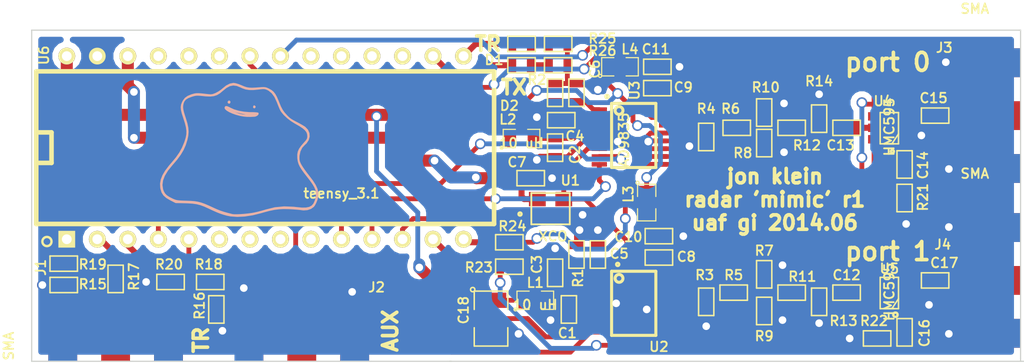
<source format=kicad_pcb>
(kicad_pcb (version 3) (host pcbnew "(2014-03-19 BZR 4756)-product")

  (general
    (links 137)
    (no_connects 0)
    (area 112.316048 61.86 198.297001 92.456001)
    (thickness 1.6)
    (drawings 19)
    (tracks 424)
    (zones 0)
    (modules 61)
    (nets 60)
  )

  (page A4)
  (layers
    (15 F.Cu signal)
    (0 B.Cu signal)
    (16 B.Adhes user)
    (17 F.Adhes user)
    (18 B.Paste user)
    (19 F.Paste user)
    (20 B.SilkS user)
    (21 F.SilkS user)
    (22 B.Mask user)
    (23 F.Mask user)
    (24 Dwgs.User user)
    (25 Cmts.User user)
    (26 Eco1.User user)
    (27 Eco2.User user)
    (28 Edge.Cuts user)
  )

  (setup
    (last_trace_width 0.254)
    (user_trace_width 0.4)
    (user_trace_width 0.5)
    (user_trace_width 1)
    (trace_clearance 0.22)
    (zone_clearance 0.5)
    (zone_45_only yes)
    (trace_min 0.254)
    (segment_width 0.2)
    (edge_width 0.1)
    (via_size 0.889)
    (via_drill 0.635)
    (via_min_size 0.889)
    (via_min_drill 0.508)
    (uvia_size 0.508)
    (uvia_drill 0.127)
    (uvias_allowed no)
    (uvia_min_size 0.508)
    (uvia_min_drill 0.127)
    (pcb_text_width 0.3)
    (pcb_text_size 1.5 1.5)
    (mod_edge_width 0.15)
    (mod_text_size 0.8 0.8)
    (mod_text_width 0.15)
    (pad_size 1.4 1.2)
    (pad_drill 0)
    (pad_to_mask_clearance 0)
    (aux_axis_origin 0 0)
    (grid_origin 190.119 76.2635)
    (visible_elements FFFEFF7F)
    (pcbplotparams
      (layerselection 284196865)
      (usegerberextensions true)
      (excludeedgelayer true)
      (linewidth 0.150000)
      (plotframeref false)
      (viasonmask false)
      (mode 1)
      (useauxorigin false)
      (hpglpennumber 1)
      (hpglpenspeed 20)
      (hpglpendiameter 15)
      (hpglpenoverlay 2)
      (psnegative false)
      (psa4output false)
      (plotreference true)
      (plotvalue false)
      (plotothertext true)
      (plotinvisibletext false)
      (padsonsilk false)
      (subtractmaskfromsilk false)
      (outputformat 1)
      (mirror false)
      (drillshape 0)
      (scaleselection 1)
      (outputdirectory gerbs/))
  )

  (net 0 "")
  (net 1 "Net-(C1-Pad1)")
  (net 2 GND)
  (net 3 "Net-(C2-Pad1)")
  (net 4 "Net-(C3-Pad1)")
  (net 5 "Net-(C4-Pad1)")
  (net 6 "Net-(C5-Pad1)")
  (net 7 "Net-(C6-Pad1)")
  (net 8 3V3)
  (net 9 "Net-(C10-Pad1)")
  (net 10 "Net-(C8-Pad2)")
  (net 11 "Net-(C11-Pad1)")
  (net 12 "Net-(C9-Pad2)")
  (net 13 "Net-(C12-Pad1)")
  (net 14 "Net-(C12-Pad2)")
  (net 15 "Net-(C13-Pad1)")
  (net 16 "Net-(C13-Pad2)")
  (net 17 "Net-(C14-Pad1)")
  (net 18 "Net-(C14-Pad2)")
  (net 19 "Net-(C15-Pad1)")
  (net 20 "Net-(C15-Pad2)")
  (net 21 "Net-(C16-Pad1)")
  (net 22 "Net-(C16-Pad2)")
  (net 23 "Net-(C17-Pad1)")
  (net 24 "Net-(C17-Pad2)")
  (net 25 +5V)
  (net 26 "Net-(D1-Pad1)")
  (net 27 "Net-(D1-Pad2)")
  (net 28 "Net-(D2-Pad1)")
  (net 29 "Net-(D2-Pad2)")
  (net 30 "Net-(R3-Pad1)")
  (net 31 "Net-(R4-Pad1)")
  (net 32 "Net-(R11-Pad2)")
  (net 33 "Net-(R10-Pad2)")
  (net 34 "Net-(J1-Pad1)")
  (net 35 "Net-(J2-Pad1)")
  (net 36 /TX)
  (net 37 /AUX)
  (net 38 /FSYNC2)
  (net 39 /FSYNC1)
  (net 40 "Net-(R24-Pad1)")
  (net 41 /REFCLK)
  (net 42 /SCLK2)
  (net 43 /SDATA2)
  (net 44 /SCLK1)
  (net 45 /SDATA1)
  (net 46 /A1)
  (net 47 /B1)
  (net 48 "Net-(U6-Pad6)")
  (net 49 /REFEN)
  (net 50 "Net-(U6-Pad17)")
  (net 51 "Net-(U6-Pad18)")
  (net 52 "Net-(U6-Pad19)")
  (net 53 "Net-(U6-Pad20)")
  (net 54 "Net-(U6-Pad9)")
  (net 55 "Net-(U6-Pad7)")
  (net 56 "Net-(U6-Pad8)")
  (net 57 "Net-(U6-Pad23)")
  (net 58 "Net-(U6-Pad24)")
  (net 59 "Net-(U6-Pad25)")

  (net_class Default "This is the default net class."
    (clearance 0.22)
    (trace_width 0.254)
    (via_dia 0.889)
    (via_drill 0.635)
    (uvia_dia 0.508)
    (uvia_drill 0.127)
    (add_net +5V)
    (add_net /A1)
    (add_net /AUX)
    (add_net /B1)
    (add_net /FSYNC1)
    (add_net /FSYNC2)
    (add_net /REFCLK)
    (add_net /REFEN)
    (add_net /SCLK1)
    (add_net /SCLK2)
    (add_net /SDATA1)
    (add_net /SDATA2)
    (add_net /TX)
    (add_net 3V3)
    (add_net GND)
    (add_net "Net-(C1-Pad1)")
    (add_net "Net-(C10-Pad1)")
    (add_net "Net-(C11-Pad1)")
    (add_net "Net-(C12-Pad1)")
    (add_net "Net-(C12-Pad2)")
    (add_net "Net-(C13-Pad1)")
    (add_net "Net-(C13-Pad2)")
    (add_net "Net-(C14-Pad1)")
    (add_net "Net-(C14-Pad2)")
    (add_net "Net-(C15-Pad1)")
    (add_net "Net-(C15-Pad2)")
    (add_net "Net-(C16-Pad1)")
    (add_net "Net-(C16-Pad2)")
    (add_net "Net-(C17-Pad1)")
    (add_net "Net-(C17-Pad2)")
    (add_net "Net-(C2-Pad1)")
    (add_net "Net-(C3-Pad1)")
    (add_net "Net-(C4-Pad1)")
    (add_net "Net-(C5-Pad1)")
    (add_net "Net-(C6-Pad1)")
    (add_net "Net-(C8-Pad2)")
    (add_net "Net-(C9-Pad2)")
    (add_net "Net-(D1-Pad1)")
    (add_net "Net-(D1-Pad2)")
    (add_net "Net-(D2-Pad1)")
    (add_net "Net-(D2-Pad2)")
    (add_net "Net-(J1-Pad1)")
    (add_net "Net-(J2-Pad1)")
    (add_net "Net-(R10-Pad2)")
    (add_net "Net-(R11-Pad2)")
    (add_net "Net-(R24-Pad1)")
    (add_net "Net-(R3-Pad1)")
    (add_net "Net-(R4-Pad1)")
    (add_net "Net-(U6-Pad17)")
    (add_net "Net-(U6-Pad18)")
    (add_net "Net-(U6-Pad19)")
    (add_net "Net-(U6-Pad20)")
    (add_net "Net-(U6-Pad23)")
    (add_net "Net-(U6-Pad24)")
    (add_net "Net-(U6-Pad25)")
    (add_net "Net-(U6-Pad6)")
    (add_net "Net-(U6-Pad7)")
    (add_net "Net-(U6-Pad8)")
    (add_net "Net-(U6-Pad9)")
  )

  (module Crystals_Oscillators_SMD:crystal_FA238-TSX3225 (layer F.Cu) (tedit 53A3CD4A) (tstamp 53A3AE01)
    (at 158.877 79.502)
    (descr "crystal Epson Toyocom FA-238 and TSX-3225 series")
    (path /53A26BC0)
    (fp_text reference U1 (at 1.651 -2.3495) (layer F.SilkS)
      (effects (font (size 0.8 0.8) (thickness 0.15)))
    )
    (fp_text value XCO (at 0.2 2.3) (layer F.SilkS)
      (effects (font (size 0.8 0.8) (thickness 0.15)))
    )
    (fp_line (start -1.6 -1.3) (end 1.6 -1.3) (layer F.SilkS) (width 0.15))
    (fp_line (start 1.6 -1.3) (end 1.6 1.3) (layer F.SilkS) (width 0.15))
    (fp_line (start 1.6 1.3) (end -1.6 1.3) (layer F.SilkS) (width 0.15))
    (fp_line (start -1.6 1.3) (end -1.6 -1.3) (layer F.SilkS) (width 0.15))
    (pad 1 smd rect (at -1.1 0.8) (size 1.4 1.2) (layers F.Cu F.Paste F.Mask)
      (net 49 /REFEN))
    (pad 2 smd rect (at 1.1 0.8) (size 1.4 1.2) (layers F.Cu F.Paste F.Mask)
      (net 2 GND))
    (pad 4 smd rect (at -1.1 -0.8) (size 1.4 1.2) (layers F.Cu F.Paste F.Mask)
      (net 8 3V3))
    (pad 3 smd rect (at 1.1 -0.8) (size 1.4 1.2) (layers F.Cu F.Paste F.Mask)
      (net 41 /REFCLK))
    (model smd/smd_crystal&oscillator/crystal_4pins_smd.wrl
      (at (xyz 0 0 0))
      (scale (xyz 0.24 0.24 0.24))
      (rotate (xyz 0 0 0))
    )
  )

  (module SMD_Packages:SM0603 (layer F.Cu) (tedit 53A3CDEF) (tstamp 53A28310)
    (at 160.401 87.884 270)
    (path /53A281CA)
    (attr smd)
    (fp_text reference C1 (at 1.9685 0.127 360) (layer F.SilkS)
      (effects (font (size 0.8 0.8) (thickness 0.15)))
    )
    (fp_text value 100nF (at 0 0 270) (layer F.SilkS) hide
      (effects (font (size 0.8 0.8) (thickness 0.15)))
    )
    (fp_line (start -1.143 -0.635) (end 1.143 -0.635) (layer F.SilkS) (width 0.127))
    (fp_line (start 1.143 -0.635) (end 1.143 0.635) (layer F.SilkS) (width 0.127))
    (fp_line (start 1.143 0.635) (end -1.143 0.635) (layer F.SilkS) (width 0.127))
    (fp_line (start -1.143 0.635) (end -1.143 -0.635) (layer F.SilkS) (width 0.127))
    (pad 1 smd rect (at -0.762 0 270) (size 0.635 1.143) (layers F.Cu F.Paste F.Mask)
      (net 1 "Net-(C1-Pad1)"))
    (pad 2 smd rect (at 0.762 0 270) (size 0.635 1.143) (layers F.Cu F.Paste F.Mask)
      (net 2 GND))
    (model smd\resistors\R0603.wrl
      (at (xyz 0 0 0.001))
      (scale (xyz 0.5 0.5 0.5))
      (rotate (xyz 0 0 0))
    )
  )

  (module SMD_Packages:SM0603 (layer F.Cu) (tedit 53A3CD43) (tstamp 53A2831A)
    (at 159.258 74.422 270)
    (path /53A2684C)
    (attr smd)
    (fp_text reference C2 (at 0.5715 -1.651 270) (layer F.SilkS)
      (effects (font (size 0.8 0.8) (thickness 0.15)))
    )
    (fp_text value 100nF (at 0 0 270) (layer F.SilkS) hide
      (effects (font (size 0.8 0.8) (thickness 0.15)))
    )
    (fp_line (start -1.143 -0.635) (end 1.143 -0.635) (layer F.SilkS) (width 0.127))
    (fp_line (start 1.143 -0.635) (end 1.143 0.635) (layer F.SilkS) (width 0.127))
    (fp_line (start 1.143 0.635) (end -1.143 0.635) (layer F.SilkS) (width 0.127))
    (fp_line (start -1.143 0.635) (end -1.143 -0.635) (layer F.SilkS) (width 0.127))
    (pad 1 smd rect (at -0.762 0 270) (size 0.635 1.143) (layers F.Cu F.Paste F.Mask)
      (net 3 "Net-(C2-Pad1)"))
    (pad 2 smd rect (at 0.762 0 270) (size 0.635 1.143) (layers F.Cu F.Paste F.Mask)
      (net 2 GND))
    (model smd\resistors\R0603.wrl
      (at (xyz 0 0 0.001))
      (scale (xyz 0.5 0.5 0.5))
      (rotate (xyz 0 0 0))
    )
  )

  (module SMD_Packages:SM0603 (layer F.Cu) (tedit 53A3CCF3) (tstamp 53A28324)
    (at 159.258 84.836 90)
    (path /53A28240)
    (attr smd)
    (fp_text reference C3 (at 0.6985 -1.524 90) (layer F.SilkS)
      (effects (font (size 0.8 0.8) (thickness 0.15)))
    )
    (fp_text value 10nF (at 0 0 90) (layer F.SilkS) hide
      (effects (font (size 0.8 0.8) (thickness 0.15)))
    )
    (fp_line (start -1.143 -0.635) (end 1.143 -0.635) (layer F.SilkS) (width 0.127))
    (fp_line (start 1.143 -0.635) (end 1.143 0.635) (layer F.SilkS) (width 0.127))
    (fp_line (start 1.143 0.635) (end -1.143 0.635) (layer F.SilkS) (width 0.127))
    (fp_line (start -1.143 0.635) (end -1.143 -0.635) (layer F.SilkS) (width 0.127))
    (pad 1 smd rect (at -0.762 0 90) (size 0.635 1.143) (layers F.Cu F.Paste F.Mask)
      (net 4 "Net-(C3-Pad1)"))
    (pad 2 smd rect (at 0.762 0 90) (size 0.635 1.143) (layers F.Cu F.Paste F.Mask)
      (net 2 GND))
    (model smd\resistors\R0603.wrl
      (at (xyz 0 0 0.001))
      (scale (xyz 0.5 0.5 0.5))
      (rotate (xyz 0 0 0))
    )
  )

  (module SMD_Packages:SM0603 (layer F.Cu) (tedit 53A3CD3F) (tstamp 53A2832E)
    (at 159.766 72.136 180)
    (path /53A272CD)
    (attr smd)
    (fp_text reference C4 (at -1.143 -1.3335 360) (layer F.SilkS)
      (effects (font (size 0.8 0.8) (thickness 0.15)))
    )
    (fp_text value 10nF (at 0 0 180) (layer F.SilkS) hide
      (effects (font (size 0.8 0.8) (thickness 0.15)))
    )
    (fp_line (start -1.143 -0.635) (end 1.143 -0.635) (layer F.SilkS) (width 0.127))
    (fp_line (start 1.143 -0.635) (end 1.143 0.635) (layer F.SilkS) (width 0.127))
    (fp_line (start 1.143 0.635) (end -1.143 0.635) (layer F.SilkS) (width 0.127))
    (fp_line (start -1.143 0.635) (end -1.143 -0.635) (layer F.SilkS) (width 0.127))
    (pad 1 smd rect (at -0.762 0 180) (size 0.635 1.143) (layers F.Cu F.Paste F.Mask)
      (net 5 "Net-(C4-Pad1)"))
    (pad 2 smd rect (at 0.762 0 180) (size 0.635 1.143) (layers F.Cu F.Paste F.Mask)
      (net 2 GND))
    (model smd\resistors\R0603.wrl
      (at (xyz 0 0 0.001))
      (scale (xyz 0.5 0.5 0.5))
      (rotate (xyz 0 0 0))
    )
  )

  (module SMD_Packages:SM0603 (layer F.Cu) (tedit 53A3CD06) (tstamp 53A28338)
    (at 162.814 83.312 90)
    (path /53A28219)
    (attr smd)
    (fp_text reference C5 (at 0.0635 1.778 180) (layer F.SilkS)
      (effects (font (size 0.8 0.8) (thickness 0.15)))
    )
    (fp_text value 100nF (at 0 0 90) (layer F.SilkS) hide
      (effects (font (size 0.8 0.8) (thickness 0.15)))
    )
    (fp_line (start -1.143 -0.635) (end 1.143 -0.635) (layer F.SilkS) (width 0.127))
    (fp_line (start 1.143 -0.635) (end 1.143 0.635) (layer F.SilkS) (width 0.127))
    (fp_line (start 1.143 0.635) (end -1.143 0.635) (layer F.SilkS) (width 0.127))
    (fp_line (start -1.143 0.635) (end -1.143 -0.635) (layer F.SilkS) (width 0.127))
    (pad 1 smd rect (at -0.762 0 90) (size 0.635 1.143) (layers F.Cu F.Paste F.Mask)
      (net 6 "Net-(C5-Pad1)"))
    (pad 2 smd rect (at 0.762 0 90) (size 0.635 1.143) (layers F.Cu F.Paste F.Mask)
      (net 2 GND))
    (model smd\resistors\R0603.wrl
      (at (xyz 0 0 0.001))
      (scale (xyz 0.5 0.5 0.5))
      (rotate (xyz 0 0 0))
    )
  )

  (module SMD_Packages:SM0603 (layer F.Cu) (tedit 53A3CE29) (tstamp 53A3BB37)
    (at 161.036 69.85 90)
    (path /53A26A1E)
    (attr smd)
    (fp_text reference C6 (at 1.9685 1.524 90) (layer F.SilkS)
      (effects (font (size 0.8 0.8) (thickness 0.15)))
    )
    (fp_text value 100nF (at 0 0 90) (layer F.SilkS) hide
      (effects (font (size 0.8 0.8) (thickness 0.15)))
    )
    (fp_line (start -1.143 -0.635) (end 1.143 -0.635) (layer F.SilkS) (width 0.127))
    (fp_line (start 1.143 -0.635) (end 1.143 0.635) (layer F.SilkS) (width 0.127))
    (fp_line (start 1.143 0.635) (end -1.143 0.635) (layer F.SilkS) (width 0.127))
    (fp_line (start -1.143 0.635) (end -1.143 -0.635) (layer F.SilkS) (width 0.127))
    (pad 1 smd rect (at -0.762 0 90) (size 0.635 1.143) (layers F.Cu F.Paste F.Mask)
      (net 7 "Net-(C6-Pad1)"))
    (pad 2 smd rect (at 0.762 0 90) (size 0.635 1.143) (layers F.Cu F.Paste F.Mask)
      (net 2 GND))
    (model smd\resistors\R0603.wrl
      (at (xyz 0 0 0.001))
      (scale (xyz 0.5 0.5 0.5))
      (rotate (xyz 0 0 0))
    )
  )

  (module SMD_Packages:SM0603 (layer F.Cu) (tedit 53A3CD47) (tstamp 53A3ADF4)
    (at 157.226 76.962)
    (path /53A26FC9)
    (attr smd)
    (fp_text reference C7 (at -1.143 -1.3335) (layer F.SilkS)
      (effects (font (size 0.8 0.8) (thickness 0.15)))
    )
    (fp_text value 100nF (at 0 0) (layer F.SilkS) hide
      (effects (font (size 0.8 0.8) (thickness 0.15)))
    )
    (fp_line (start -1.143 -0.635) (end 1.143 -0.635) (layer F.SilkS) (width 0.127))
    (fp_line (start 1.143 -0.635) (end 1.143 0.635) (layer F.SilkS) (width 0.127))
    (fp_line (start 1.143 0.635) (end -1.143 0.635) (layer F.SilkS) (width 0.127))
    (fp_line (start -1.143 0.635) (end -1.143 -0.635) (layer F.SilkS) (width 0.127))
    (pad 1 smd rect (at -0.762 0) (size 0.635 1.143) (layers F.Cu F.Paste F.Mask)
      (net 8 3V3))
    (pad 2 smd rect (at 0.762 0) (size 0.635 1.143) (layers F.Cu F.Paste F.Mask)
      (net 2 GND))
    (model smd\resistors\R0603.wrl
      (at (xyz 0 0 0.001))
      (scale (xyz 0.5 0.5 0.5))
      (rotate (xyz 0 0 0))
    )
  )

  (module SMD_Packages:SM0603 (layer F.Cu) (tedit 53A3CD03) (tstamp 53A28356)
    (at 167.894 83.566)
    (path /53A2822F)
    (attr smd)
    (fp_text reference C8 (at 2.286 -0.0635) (layer F.SilkS)
      (effects (font (size 0.8 0.8) (thickness 0.15)))
    )
    (fp_text value 100nF (at 0 0) (layer F.SilkS) hide
      (effects (font (size 0.8 0.8) (thickness 0.15)))
    )
    (fp_line (start -1.143 -0.635) (end 1.143 -0.635) (layer F.SilkS) (width 0.127))
    (fp_line (start 1.143 -0.635) (end 1.143 0.635) (layer F.SilkS) (width 0.127))
    (fp_line (start 1.143 0.635) (end -1.143 0.635) (layer F.SilkS) (width 0.127))
    (fp_line (start -1.143 0.635) (end -1.143 -0.635) (layer F.SilkS) (width 0.127))
    (pad 1 smd rect (at -0.762 0) (size 0.635 1.143) (layers F.Cu F.Paste F.Mask)
      (net 9 "Net-(C10-Pad1)"))
    (pad 2 smd rect (at 0.762 0) (size 0.635 1.143) (layers F.Cu F.Paste F.Mask)
      (net 10 "Net-(C8-Pad2)"))
    (model smd\resistors\R0603.wrl
      (at (xyz 0 0 0.001))
      (scale (xyz 0.5 0.5 0.5))
      (rotate (xyz 0 0 0))
    )
  )

  (module SMD_Packages:SM0603 (layer F.Cu) (tedit 53A3CCA8) (tstamp 53A28360)
    (at 167.767 69.469)
    (path /53A26ABA)
    (attr smd)
    (fp_text reference C9 (at 2.159 -0.0635) (layer F.SilkS)
      (effects (font (size 0.8 0.8) (thickness 0.15)))
    )
    (fp_text value 100nF (at 0 0) (layer F.SilkS) hide
      (effects (font (size 0.8 0.8) (thickness 0.15)))
    )
    (fp_line (start -1.143 -0.635) (end 1.143 -0.635) (layer F.SilkS) (width 0.127))
    (fp_line (start 1.143 -0.635) (end 1.143 0.635) (layer F.SilkS) (width 0.127))
    (fp_line (start 1.143 0.635) (end -1.143 0.635) (layer F.SilkS) (width 0.127))
    (fp_line (start -1.143 0.635) (end -1.143 -0.635) (layer F.SilkS) (width 0.127))
    (pad 1 smd rect (at -0.762 0) (size 0.635 1.143) (layers F.Cu F.Paste F.Mask)
      (net 11 "Net-(C11-Pad1)"))
    (pad 2 smd rect (at 0.762 0) (size 0.635 1.143) (layers F.Cu F.Paste F.Mask)
      (net 12 "Net-(C9-Pad2)"))
    (model smd\resistors\R0603.wrl
      (at (xyz 0 0 0.001))
      (scale (xyz 0.5 0.5 0.5))
      (rotate (xyz 0 0 0))
    )
  )

  (module SMD_Packages:SM0603 (layer F.Cu) (tedit 53A3CC82) (tstamp 53A2836A)
    (at 167.894 81.788)
    (path /53A281EE)
    (attr smd)
    (fp_text reference C10 (at -2.54 0.0635 180) (layer F.SilkS)
      (effects (font (size 0.8 0.8) (thickness 0.15)))
    )
    (fp_text value 100nF (at 0 0) (layer F.SilkS) hide
      (effects (font (size 0.8 0.8) (thickness 0.15)))
    )
    (fp_line (start -1.143 -0.635) (end 1.143 -0.635) (layer F.SilkS) (width 0.127))
    (fp_line (start 1.143 -0.635) (end 1.143 0.635) (layer F.SilkS) (width 0.127))
    (fp_line (start 1.143 0.635) (end -1.143 0.635) (layer F.SilkS) (width 0.127))
    (fp_line (start -1.143 0.635) (end -1.143 -0.635) (layer F.SilkS) (width 0.127))
    (pad 1 smd rect (at -0.762 0) (size 0.635 1.143) (layers F.Cu F.Paste F.Mask)
      (net 9 "Net-(C10-Pad1)"))
    (pad 2 smd rect (at 0.762 0) (size 0.635 1.143) (layers F.Cu F.Paste F.Mask)
      (net 2 GND))
    (model smd\resistors\R0603.wrl
      (at (xyz 0 0 0.001))
      (scale (xyz 0.5 0.5 0.5))
      (rotate (xyz 0 0 0))
    )
  )

  (module SMD_Packages:SM0603 (layer F.Cu) (tedit 53A3CCA5) (tstamp 53A28374)
    (at 167.767 67.691)
    (path /53A268EE)
    (attr smd)
    (fp_text reference C11 (at -0.127 -1.4605) (layer F.SilkS)
      (effects (font (size 0.8 0.8) (thickness 0.15)))
    )
    (fp_text value 100nF (at 0 0) (layer F.SilkS) hide
      (effects (font (size 0.8 0.8) (thickness 0.15)))
    )
    (fp_line (start -1.143 -0.635) (end 1.143 -0.635) (layer F.SilkS) (width 0.127))
    (fp_line (start 1.143 -0.635) (end 1.143 0.635) (layer F.SilkS) (width 0.127))
    (fp_line (start 1.143 0.635) (end -1.143 0.635) (layer F.SilkS) (width 0.127))
    (fp_line (start -1.143 0.635) (end -1.143 -0.635) (layer F.SilkS) (width 0.127))
    (pad 1 smd rect (at -0.762 0) (size 0.635 1.143) (layers F.Cu F.Paste F.Mask)
      (net 11 "Net-(C11-Pad1)"))
    (pad 2 smd rect (at 0.762 0) (size 0.635 1.143) (layers F.Cu F.Paste F.Mask)
      (net 2 GND))
    (model smd\resistors\R0603.wrl
      (at (xyz 0 0 0.001))
      (scale (xyz 0.5 0.5 0.5))
      (rotate (xyz 0 0 0))
    )
  )

  (module SMD_Packages:SM0603 (layer F.Cu) (tedit 53A3CD9A) (tstamp 53A2837E)
    (at 183.515 86.487 180)
    (path /53A28298)
    (attr smd)
    (fp_text reference C12 (at 0 1.4605 180) (layer F.SilkS)
      (effects (font (size 0.8 0.8) (thickness 0.15)))
    )
    (fp_text value 100nF (at 0 0 180) (layer F.SilkS) hide
      (effects (font (size 0.8 0.8) (thickness 0.15)))
    )
    (fp_line (start -1.143 -0.635) (end 1.143 -0.635) (layer F.SilkS) (width 0.127))
    (fp_line (start 1.143 -0.635) (end 1.143 0.635) (layer F.SilkS) (width 0.127))
    (fp_line (start 1.143 0.635) (end -1.143 0.635) (layer F.SilkS) (width 0.127))
    (fp_line (start -1.143 0.635) (end -1.143 -0.635) (layer F.SilkS) (width 0.127))
    (pad 1 smd rect (at -0.762 0 180) (size 0.635 1.143) (layers F.Cu F.Paste F.Mask)
      (net 13 "Net-(C12-Pad1)"))
    (pad 2 smd rect (at 0.762 0 180) (size 0.635 1.143) (layers F.Cu F.Paste F.Mask)
      (net 14 "Net-(C12-Pad2)"))
    (model smd\resistors\R0603.wrl
      (at (xyz 0 0 0.001))
      (scale (xyz 0.5 0.5 0.5))
      (rotate (xyz 0 0 0))
    )
  )

  (module SMD_Packages:SM0603 (layer F.Cu) (tedit 53A3CCC1) (tstamp 53A28388)
    (at 183.515 72.771 180)
    (path /53A2797C)
    (attr smd)
    (fp_text reference C13 (at 0.508 -1.4605 180) (layer F.SilkS)
      (effects (font (size 0.8 0.8) (thickness 0.15)))
    )
    (fp_text value 100nF (at 0 0 180) (layer F.SilkS) hide
      (effects (font (size 0.8 0.8) (thickness 0.15)))
    )
    (fp_line (start -1.143 -0.635) (end 1.143 -0.635) (layer F.SilkS) (width 0.127))
    (fp_line (start 1.143 -0.635) (end 1.143 0.635) (layer F.SilkS) (width 0.127))
    (fp_line (start 1.143 0.635) (end -1.143 0.635) (layer F.SilkS) (width 0.127))
    (fp_line (start -1.143 0.635) (end -1.143 -0.635) (layer F.SilkS) (width 0.127))
    (pad 1 smd rect (at -0.762 0 180) (size 0.635 1.143) (layers F.Cu F.Paste F.Mask)
      (net 15 "Net-(C13-Pad1)"))
    (pad 2 smd rect (at 0.762 0 180) (size 0.635 1.143) (layers F.Cu F.Paste F.Mask)
      (net 16 "Net-(C13-Pad2)"))
    (model smd\resistors\R0603.wrl
      (at (xyz 0 0 0.001))
      (scale (xyz 0.5 0.5 0.5))
      (rotate (xyz 0 0 0))
    )
  )

  (module SMD_Packages:SM0603 (layer F.Cu) (tedit 53A3CCCE) (tstamp 53A28392)
    (at 188.341 75.819 270)
    (path /53A295D4)
    (attr smd)
    (fp_text reference C14 (at 0.0635 -1.524 270) (layer F.SilkS)
      (effects (font (size 0.8 0.8) (thickness 0.15)))
    )
    (fp_text value 100nF (at 0 0 270) (layer F.SilkS) hide
      (effects (font (size 0.8 0.8) (thickness 0.15)))
    )
    (fp_line (start -1.143 -0.635) (end 1.143 -0.635) (layer F.SilkS) (width 0.127))
    (fp_line (start 1.143 -0.635) (end 1.143 0.635) (layer F.SilkS) (width 0.127))
    (fp_line (start 1.143 0.635) (end -1.143 0.635) (layer F.SilkS) (width 0.127))
    (fp_line (start -1.143 0.635) (end -1.143 -0.635) (layer F.SilkS) (width 0.127))
    (pad 1 smd rect (at -0.762 0 270) (size 0.635 1.143) (layers F.Cu F.Paste F.Mask)
      (net 17 "Net-(C14-Pad1)"))
    (pad 2 smd rect (at 0.762 0 270) (size 0.635 1.143) (layers F.Cu F.Paste F.Mask)
      (net 18 "Net-(C14-Pad2)"))
    (model smd\resistors\R0603.wrl
      (at (xyz 0 0 0.001))
      (scale (xyz 0.5 0.5 0.5))
      (rotate (xyz 0 0 0))
    )
  )

  (module SMD_Packages:SM0603 (layer F.Cu) (tedit 53A3CCC7) (tstamp 53A2839C)
    (at 190.881 71.755 180)
    (path /53A295C9)
    (attr smd)
    (fp_text reference C15 (at 0.127 1.4605 180) (layer F.SilkS)
      (effects (font (size 0.8 0.8) (thickness 0.15)))
    )
    (fp_text value 100nF (at 0 0 180) (layer F.SilkS) hide
      (effects (font (size 0.8 0.8) (thickness 0.15)))
    )
    (fp_line (start -1.143 -0.635) (end 1.143 -0.635) (layer F.SilkS) (width 0.127))
    (fp_line (start 1.143 -0.635) (end 1.143 0.635) (layer F.SilkS) (width 0.127))
    (fp_line (start 1.143 0.635) (end -1.143 0.635) (layer F.SilkS) (width 0.127))
    (fp_line (start -1.143 0.635) (end -1.143 -0.635) (layer F.SilkS) (width 0.127))
    (pad 1 smd rect (at -0.762 0 180) (size 0.635 1.143) (layers F.Cu F.Paste F.Mask)
      (net 19 "Net-(C15-Pad1)"))
    (pad 2 smd rect (at 0.762 0 180) (size 0.635 1.143) (layers F.Cu F.Paste F.Mask)
      (net 20 "Net-(C15-Pad2)"))
    (model smd\resistors\R0603.wrl
      (at (xyz 0 0 0.001))
      (scale (xyz 0.5 0.5 0.5))
      (rotate (xyz 0 0 0))
    )
  )

  (module SMD_Packages:SM0603 (layer F.Cu) (tedit 53A3CDDE) (tstamp 53A283A6)
    (at 188.341 89.789 270)
    (path /53A29B6B)
    (attr smd)
    (fp_text reference C16 (at 0.0635 -1.651 270) (layer F.SilkS)
      (effects (font (size 0.8 0.8) (thickness 0.15)))
    )
    (fp_text value 100nF (at 0 0 270) (layer F.SilkS) hide
      (effects (font (size 0.8 0.8) (thickness 0.15)))
    )
    (fp_line (start -1.143 -0.635) (end 1.143 -0.635) (layer F.SilkS) (width 0.127))
    (fp_line (start 1.143 -0.635) (end 1.143 0.635) (layer F.SilkS) (width 0.127))
    (fp_line (start 1.143 0.635) (end -1.143 0.635) (layer F.SilkS) (width 0.127))
    (fp_line (start -1.143 0.635) (end -1.143 -0.635) (layer F.SilkS) (width 0.127))
    (pad 1 smd rect (at -0.762 0 270) (size 0.635 1.143) (layers F.Cu F.Paste F.Mask)
      (net 21 "Net-(C16-Pad1)"))
    (pad 2 smd rect (at 0.762 0 270) (size 0.635 1.143) (layers F.Cu F.Paste F.Mask)
      (net 22 "Net-(C16-Pad2)"))
    (model smd\resistors\R0603.wrl
      (at (xyz 0 0 0.001))
      (scale (xyz 0.5 0.5 0.5))
      (rotate (xyz 0 0 0))
    )
  )

  (module SMD_Packages:SM0603 (layer F.Cu) (tedit 53A3CDD7) (tstamp 53A283B0)
    (at 190.881 85.471 180)
    (path /53A29B65)
    (attr smd)
    (fp_text reference C17 (at -0.762 1.4605 180) (layer F.SilkS)
      (effects (font (size 0.8 0.8) (thickness 0.15)))
    )
    (fp_text value 100nF (at 0 0 180) (layer F.SilkS) hide
      (effects (font (size 0.8 0.8) (thickness 0.15)))
    )
    (fp_line (start -1.143 -0.635) (end 1.143 -0.635) (layer F.SilkS) (width 0.127))
    (fp_line (start 1.143 -0.635) (end 1.143 0.635) (layer F.SilkS) (width 0.127))
    (fp_line (start 1.143 0.635) (end -1.143 0.635) (layer F.SilkS) (width 0.127))
    (fp_line (start -1.143 0.635) (end -1.143 -0.635) (layer F.SilkS) (width 0.127))
    (pad 1 smd rect (at -0.762 0 180) (size 0.635 1.143) (layers F.Cu F.Paste F.Mask)
      (net 23 "Net-(C17-Pad1)"))
    (pad 2 smd rect (at 0.762 0 180) (size 0.635 1.143) (layers F.Cu F.Paste F.Mask)
      (net 24 "Net-(C17-Pad2)"))
    (model smd\resistors\R0603.wrl
      (at (xyz 0 0 0.001))
      (scale (xyz 0.5 0.5 0.5))
      (rotate (xyz 0 0 0))
    )
  )

  (module SMD_Packages:SM1210 (layer F.Cu) (tedit 53A3CC66) (tstamp 53A283BD)
    (at 153.924 88.646 270)
    (tags "CMS SM")
    (path /53A2830F)
    (attr smd)
    (fp_text reference C18 (at -0.6985 2.286 270) (layer F.SilkS)
      (effects (font (size 0.8 0.8) (thickness 0.15)))
    )
    (fp_text value CAPAPOL (at 0.1905 2.286 270) (layer F.SilkS) hide
      (effects (font (size 0.8 0.8) (thickness 0.15)))
    )
    (fp_circle (center -2.413 1.524) (end -2.286 1.397) (layer F.SilkS) (width 0.127))
    (fp_line (start -0.762 -1.397) (end -2.286 -1.397) (layer F.SilkS) (width 0.127))
    (fp_line (start -2.286 -1.397) (end -2.286 1.397) (layer F.SilkS) (width 0.127))
    (fp_line (start -2.286 1.397) (end -0.762 1.397) (layer F.SilkS) (width 0.127))
    (fp_line (start 0.762 1.397) (end 2.286 1.397) (layer F.SilkS) (width 0.127))
    (fp_line (start 2.286 1.397) (end 2.286 -1.397) (layer F.SilkS) (width 0.127))
    (fp_line (start 2.286 -1.397) (end 0.762 -1.397) (layer F.SilkS) (width 0.127))
    (pad 1 smd rect (at -1.524 0 270) (size 1.27 2.54) (layers F.Cu F.Paste F.Mask)
      (net 25 +5V))
    (pad 2 smd rect (at 1.524 0 270) (size 1.27 2.54) (layers F.Cu F.Paste F.Mask)
      (net 2 GND))
    (model smd/chip_cms.wrl
      (at (xyz 0 0 0))
      (scale (xyz 0.17 0.2 0.17))
      (rotate (xyz 0 0 0))
    )
  )

  (module SMD_Packages:SM0603 (layer F.Cu) (tedit 53A3CD2C) (tstamp 53A283C7)
    (at 156.464 65.786)
    (path /53A2A073)
    (attr smd)
    (fp_text reference D1 (at -2.286 1.3335) (layer F.SilkS)
      (effects (font (size 0.8 0.8) (thickness 0.15)))
    )
    (fp_text value LED (at 0 0) (layer F.SilkS) hide
      (effects (font (size 0.8 0.8) (thickness 0.15)))
    )
    (fp_line (start -1.143 -0.635) (end 1.143 -0.635) (layer F.SilkS) (width 0.127))
    (fp_line (start 1.143 -0.635) (end 1.143 0.635) (layer F.SilkS) (width 0.127))
    (fp_line (start 1.143 0.635) (end -1.143 0.635) (layer F.SilkS) (width 0.127))
    (fp_line (start -1.143 0.635) (end -1.143 -0.635) (layer F.SilkS) (width 0.127))
    (pad 1 smd rect (at -0.762 0) (size 0.635 1.143) (layers F.Cu F.Paste F.Mask)
      (net 26 "Net-(D1-Pad1)"))
    (pad 2 smd rect (at 0.762 0) (size 0.635 1.143) (layers F.Cu F.Paste F.Mask)
      (net 27 "Net-(D1-Pad2)"))
    (model smd\resistors\R0603.wrl
      (at (xyz 0 0 0.001))
      (scale (xyz 0.5 0.5 0.5))
      (rotate (xyz 0 0 0))
    )
  )

  (module SMD_Packages:SM0603 (layer F.Cu) (tedit 53A3CD54) (tstamp 53A283D1)
    (at 156.464 67.564)
    (path /53A2A7FE)
    (attr smd)
    (fp_text reference D2 (at -1.016 3.3655) (layer F.SilkS)
      (effects (font (size 0.8 0.8) (thickness 0.15)))
    )
    (fp_text value LED (at 0 0) (layer F.SilkS) hide
      (effects (font (size 0.8 0.8) (thickness 0.15)))
    )
    (fp_line (start -1.143 -0.635) (end 1.143 -0.635) (layer F.SilkS) (width 0.127))
    (fp_line (start 1.143 -0.635) (end 1.143 0.635) (layer F.SilkS) (width 0.127))
    (fp_line (start 1.143 0.635) (end -1.143 0.635) (layer F.SilkS) (width 0.127))
    (fp_line (start -1.143 0.635) (end -1.143 -0.635) (layer F.SilkS) (width 0.127))
    (pad 1 smd rect (at -0.762 0) (size 0.635 1.143) (layers F.Cu F.Paste F.Mask)
      (net 28 "Net-(D2-Pad1)"))
    (pad 2 smd rect (at 0.762 0) (size 0.635 1.143) (layers F.Cu F.Paste F.Mask)
      (net 29 "Net-(D2-Pad2)"))
    (model smd\resistors\R0603.wrl
      (at (xyz 0 0 0.001))
      (scale (xyz 0.5 0.5 0.5))
      (rotate (xyz 0 0 0))
    )
  )

  (module SMD_Packages:SM0603 (layer F.Cu) (tedit 53A3CCFA) (tstamp 53A2840F)
    (at 161.036 83.312 90)
    (path /53A28213)
    (attr smd)
    (fp_text reference R1 (at -1.9685 0.127 90) (layer F.SilkS)
      (effects (font (size 0.8 0.8) (thickness 0.15)))
    )
    (fp_text value 3k9 (at 0 0 90) (layer F.SilkS) hide
      (effects (font (size 0.8 0.8) (thickness 0.15)))
    )
    (fp_line (start -1.143 -0.635) (end 1.143 -0.635) (layer F.SilkS) (width 0.127))
    (fp_line (start 1.143 -0.635) (end 1.143 0.635) (layer F.SilkS) (width 0.127))
    (fp_line (start 1.143 0.635) (end -1.143 0.635) (layer F.SilkS) (width 0.127))
    (fp_line (start -1.143 0.635) (end -1.143 -0.635) (layer F.SilkS) (width 0.127))
    (pad 1 smd rect (at -0.762 0 90) (size 0.635 1.143) (layers F.Cu F.Paste F.Mask)
      (net 6 "Net-(C5-Pad1)"))
    (pad 2 smd rect (at 0.762 0 90) (size 0.635 1.143) (layers F.Cu F.Paste F.Mask)
      (net 2 GND))
    (model smd\resistors\R0603.wrl
      (at (xyz 0 0 0.001))
      (scale (xyz 0.5 0.5 0.5))
      (rotate (xyz 0 0 0))
    )
  )

  (module SMD_Packages:SM0603 (layer F.Cu) (tedit 53A3CD63) (tstamp 53A28419)
    (at 159.258 69.85 90)
    (path /53A26A0C)
    (attr smd)
    (fp_text reference R2 (at 1.0795 -1.524 180) (layer F.SilkS)
      (effects (font (size 0.8 0.8) (thickness 0.15)))
    )
    (fp_text value 3k9 (at 0 0 90) (layer F.SilkS) hide
      (effects (font (size 0.8 0.8) (thickness 0.15)))
    )
    (fp_line (start -1.143 -0.635) (end 1.143 -0.635) (layer F.SilkS) (width 0.127))
    (fp_line (start 1.143 -0.635) (end 1.143 0.635) (layer F.SilkS) (width 0.127))
    (fp_line (start 1.143 0.635) (end -1.143 0.635) (layer F.SilkS) (width 0.127))
    (fp_line (start -1.143 0.635) (end -1.143 -0.635) (layer F.SilkS) (width 0.127))
    (pad 1 smd rect (at -0.762 0 90) (size 0.635 1.143) (layers F.Cu F.Paste F.Mask)
      (net 7 "Net-(C6-Pad1)"))
    (pad 2 smd rect (at 0.762 0 90) (size 0.635 1.143) (layers F.Cu F.Paste F.Mask)
      (net 2 GND))
    (model smd\resistors\R0603.wrl
      (at (xyz 0 0 0.001))
      (scale (xyz 0.5 0.5 0.5))
      (rotate (xyz 0 0 0))
    )
  )

  (module SMD_Packages:SM0603 (layer F.Cu) (tedit 53A3CD87) (tstamp 53A28423)
    (at 171.831 87.249 270)
    (path /53A281D6)
    (attr smd)
    (fp_text reference R3 (at -2.2225 0.127 360) (layer F.SilkS)
      (effects (font (size 0.8 0.8) (thickness 0.15)))
    )
    (fp_text value 300 (at 0 0 270) (layer F.SilkS) hide
      (effects (font (size 0.8 0.8) (thickness 0.15)))
    )
    (fp_line (start -1.143 -0.635) (end 1.143 -0.635) (layer F.SilkS) (width 0.127))
    (fp_line (start 1.143 -0.635) (end 1.143 0.635) (layer F.SilkS) (width 0.127))
    (fp_line (start 1.143 0.635) (end -1.143 0.635) (layer F.SilkS) (width 0.127))
    (fp_line (start -1.143 0.635) (end -1.143 -0.635) (layer F.SilkS) (width 0.127))
    (pad 1 smd rect (at -0.762 0 270) (size 0.635 1.143) (layers F.Cu F.Paste F.Mask)
      (net 30 "Net-(R3-Pad1)"))
    (pad 2 smd rect (at 0.762 0 270) (size 0.635 1.143) (layers F.Cu F.Paste F.Mask)
      (net 2 GND))
    (model smd\resistors\R0603.wrl
      (at (xyz 0 0 0.001))
      (scale (xyz 0.5 0.5 0.5))
      (rotate (xyz 0 0 0))
    )
  )

  (module SMD_Packages:SM0603 (layer F.Cu) (tedit 53C9524D) (tstamp 53A2842D)
    (at 171.831 73.533 270)
    (path /53A2687D)
    (attr smd)
    (fp_text reference R4 (at -2.3495 0 360) (layer F.SilkS)
      (effects (font (size 0.8 0.8) (thickness 0.15)))
    )
    (fp_text value 300 (at 0 0 270) (layer F.SilkS) hide
      (effects (font (size 0.8 0.8) (thickness 0.15)))
    )
    (fp_line (start -1.143 -0.635) (end 1.143 -0.635) (layer F.SilkS) (width 0.127))
    (fp_line (start 1.143 -0.635) (end 1.143 0.635) (layer F.SilkS) (width 0.127))
    (fp_line (start 1.143 0.635) (end -1.143 0.635) (layer F.SilkS) (width 0.127))
    (fp_line (start -1.143 0.635) (end -1.143 -0.635) (layer F.SilkS) (width 0.127))
    (pad 1 smd rect (at -0.762 0 270) (size 0.635 1.143) (layers F.Cu F.Paste F.Mask)
      (net 31 "Net-(R4-Pad1)"))
    (pad 2 smd rect (at 0.762 0 270) (size 0.635 1.143) (layers F.Cu F.Paste F.Mask)
      (net 2 GND))
    (model smd\resistors\R0603.wrl
      (at (xyz 0 0 0.001))
      (scale (xyz 0.5 0.5 0.5))
      (rotate (xyz 0 0 0))
    )
  )

  (module SMD_Packages:SM0603 (layer F.Cu) (tedit 53A3CD84) (tstamp 53A28437)
    (at 174.117 86.487 180)
    (path /53A2826E)
    (attr smd)
    (fp_text reference R5 (at 0 1.4605 180) (layer F.SilkS)
      (effects (font (size 0.8 0.8) (thickness 0.15)))
    )
    (fp_text value 270 (at 0 0 180) (layer F.SilkS) hide
      (effects (font (size 0.8 0.8) (thickness 0.15)))
    )
    (fp_line (start -1.143 -0.635) (end 1.143 -0.635) (layer F.SilkS) (width 0.127))
    (fp_line (start 1.143 -0.635) (end 1.143 0.635) (layer F.SilkS) (width 0.127))
    (fp_line (start 1.143 0.635) (end -1.143 0.635) (layer F.SilkS) (width 0.127))
    (fp_line (start -1.143 0.635) (end -1.143 -0.635) (layer F.SilkS) (width 0.127))
    (pad 1 smd rect (at -0.762 0 180) (size 0.635 1.143) (layers F.Cu F.Paste F.Mask)
      (net 32 "Net-(R11-Pad2)"))
    (pad 2 smd rect (at 0.762 0 180) (size 0.635 1.143) (layers F.Cu F.Paste F.Mask)
      (net 30 "Net-(R3-Pad1)"))
    (model smd\resistors\R0603.wrl
      (at (xyz 0 0 0.001))
      (scale (xyz 0.5 0.5 0.5))
      (rotate (xyz 0 0 0))
    )
  )

  (module SMD_Packages:SM0603 (layer F.Cu) (tedit 53A3CCB2) (tstamp 53A28441)
    (at 174.371 72.771 180)
    (path /53A27715)
    (attr smd)
    (fp_text reference R6 (at 0.508 1.5875 180) (layer F.SilkS)
      (effects (font (size 0.8 0.8) (thickness 0.15)))
    )
    (fp_text value 270 (at 0 0 180) (layer F.SilkS) hide
      (effects (font (size 0.8 0.8) (thickness 0.15)))
    )
    (fp_line (start -1.143 -0.635) (end 1.143 -0.635) (layer F.SilkS) (width 0.127))
    (fp_line (start 1.143 -0.635) (end 1.143 0.635) (layer F.SilkS) (width 0.127))
    (fp_line (start 1.143 0.635) (end -1.143 0.635) (layer F.SilkS) (width 0.127))
    (fp_line (start -1.143 0.635) (end -1.143 -0.635) (layer F.SilkS) (width 0.127))
    (pad 1 smd rect (at -0.762 0 180) (size 0.635 1.143) (layers F.Cu F.Paste F.Mask)
      (net 33 "Net-(R10-Pad2)"))
    (pad 2 smd rect (at 0.762 0 180) (size 0.635 1.143) (layers F.Cu F.Paste F.Mask)
      (net 31 "Net-(R4-Pad1)"))
    (model smd\resistors\R0603.wrl
      (at (xyz 0 0 0.001))
      (scale (xyz 0.5 0.5 0.5))
      (rotate (xyz 0 0 0))
    )
  )

  (module SMD_Packages:SM0603 (layer F.Cu) (tedit 53A3CD8B) (tstamp 53A2844B)
    (at 176.657 84.963 90)
    (path /53A28274)
    (attr smd)
    (fp_text reference R7 (at 1.9685 0 180) (layer F.SilkS)
      (effects (font (size 0.8 0.8) (thickness 0.15)))
    )
    (fp_text value 51 (at 0 0 90) (layer F.SilkS) hide
      (effects (font (size 0.8 0.8) (thickness 0.15)))
    )
    (fp_line (start -1.143 -0.635) (end 1.143 -0.635) (layer F.SilkS) (width 0.127))
    (fp_line (start 1.143 -0.635) (end 1.143 0.635) (layer F.SilkS) (width 0.127))
    (fp_line (start 1.143 0.635) (end -1.143 0.635) (layer F.SilkS) (width 0.127))
    (fp_line (start -1.143 0.635) (end -1.143 -0.635) (layer F.SilkS) (width 0.127))
    (pad 1 smd rect (at -0.762 0 90) (size 0.635 1.143) (layers F.Cu F.Paste F.Mask)
      (net 32 "Net-(R11-Pad2)"))
    (pad 2 smd rect (at 0.762 0 90) (size 0.635 1.143) (layers F.Cu F.Paste F.Mask)
      (net 2 GND))
    (model smd\resistors\R0603.wrl
      (at (xyz 0 0 0.001))
      (scale (xyz 0.5 0.5 0.5))
      (rotate (xyz 0 0 0))
    )
  )

  (module SMD_Packages:SM0603 (layer F.Cu) (tedit 53A3CCB7) (tstamp 53A28455)
    (at 176.657 74.041 270)
    (path /53A27725)
    (attr smd)
    (fp_text reference R8 (at 0.8255 1.778 360) (layer F.SilkS)
      (effects (font (size 0.8 0.8) (thickness 0.15)))
    )
    (fp_text value 51 (at 0 0 270) (layer F.SilkS) hide
      (effects (font (size 0.8 0.8) (thickness 0.15)))
    )
    (fp_line (start -1.143 -0.635) (end 1.143 -0.635) (layer F.SilkS) (width 0.127))
    (fp_line (start 1.143 -0.635) (end 1.143 0.635) (layer F.SilkS) (width 0.127))
    (fp_line (start 1.143 0.635) (end -1.143 0.635) (layer F.SilkS) (width 0.127))
    (fp_line (start -1.143 0.635) (end -1.143 -0.635) (layer F.SilkS) (width 0.127))
    (pad 1 smd rect (at -0.762 0 270) (size 0.635 1.143) (layers F.Cu F.Paste F.Mask)
      (net 33 "Net-(R10-Pad2)"))
    (pad 2 smd rect (at 0.762 0 270) (size 0.635 1.143) (layers F.Cu F.Paste F.Mask)
      (net 2 GND))
    (model smd\resistors\R0603.wrl
      (at (xyz 0 0 0.001))
      (scale (xyz 0.5 0.5 0.5))
      (rotate (xyz 0 0 0))
    )
  )

  (module SMD_Packages:SM0603 (layer F.Cu) (tedit 53A3CD8E) (tstamp 53A2845F)
    (at 176.657 88.011 90)
    (path /53A282AC)
    (attr smd)
    (fp_text reference R9 (at -2.0955 0 180) (layer F.SilkS)
      (effects (font (size 0.8 0.8) (thickness 0.15)))
    )
    (fp_text value DNP (at 0 0 90) (layer F.SilkS) hide
      (effects (font (size 0.8 0.8) (thickness 0.15)))
    )
    (fp_line (start -1.143 -0.635) (end 1.143 -0.635) (layer F.SilkS) (width 0.127))
    (fp_line (start 1.143 -0.635) (end 1.143 0.635) (layer F.SilkS) (width 0.127))
    (fp_line (start 1.143 0.635) (end -1.143 0.635) (layer F.SilkS) (width 0.127))
    (fp_line (start -1.143 0.635) (end -1.143 -0.635) (layer F.SilkS) (width 0.127))
    (pad 1 smd rect (at -0.762 0 90) (size 0.635 1.143) (layers F.Cu F.Paste F.Mask)
      (net 2 GND))
    (pad 2 smd rect (at 0.762 0 90) (size 0.635 1.143) (layers F.Cu F.Paste F.Mask)
      (net 32 "Net-(R11-Pad2)"))
    (model smd\resistors\R0603.wrl
      (at (xyz 0 0 0.001))
      (scale (xyz 0.5 0.5 0.5))
      (rotate (xyz 0 0 0))
    )
  )

  (module SMD_Packages:SM0603 (layer F.Cu) (tedit 53A3CCB5) (tstamp 53A28469)
    (at 176.657 71.501 270)
    (path /53A27A3F)
    (attr smd)
    (fp_text reference R10 (at -2.0955 -0.127 360) (layer F.SilkS)
      (effects (font (size 0.8 0.8) (thickness 0.15)))
    )
    (fp_text value DNP (at 0 0 270) (layer F.SilkS) hide
      (effects (font (size 0.8 0.8) (thickness 0.15)))
    )
    (fp_line (start -1.143 -0.635) (end 1.143 -0.635) (layer F.SilkS) (width 0.127))
    (fp_line (start 1.143 -0.635) (end 1.143 0.635) (layer F.SilkS) (width 0.127))
    (fp_line (start 1.143 0.635) (end -1.143 0.635) (layer F.SilkS) (width 0.127))
    (fp_line (start -1.143 0.635) (end -1.143 -0.635) (layer F.SilkS) (width 0.127))
    (pad 1 smd rect (at -0.762 0 270) (size 0.635 1.143) (layers F.Cu F.Paste F.Mask)
      (net 2 GND))
    (pad 2 smd rect (at 0.762 0 270) (size 0.635 1.143) (layers F.Cu F.Paste F.Mask)
      (net 33 "Net-(R10-Pad2)"))
    (model smd\resistors\R0603.wrl
      (at (xyz 0 0 0.001))
      (scale (xyz 0.5 0.5 0.5))
      (rotate (xyz 0 0 0))
    )
  )

  (module SMD_Packages:SM0603 (layer F.Cu) (tedit 53A3CD92) (tstamp 53A28473)
    (at 178.943 86.487 180)
    (path /53A282A0)
    (attr smd)
    (fp_text reference R11 (at -0.889 1.3335 180) (layer F.SilkS)
      (effects (font (size 0.8 0.8) (thickness 0.15)))
    )
    (fp_text value 0 (at 0 0 180) (layer F.SilkS) hide
      (effects (font (size 0.8 0.8) (thickness 0.15)))
    )
    (fp_line (start -1.143 -0.635) (end 1.143 -0.635) (layer F.SilkS) (width 0.127))
    (fp_line (start 1.143 -0.635) (end 1.143 0.635) (layer F.SilkS) (width 0.127))
    (fp_line (start 1.143 0.635) (end -1.143 0.635) (layer F.SilkS) (width 0.127))
    (fp_line (start -1.143 0.635) (end -1.143 -0.635) (layer F.SilkS) (width 0.127))
    (pad 1 smd rect (at -0.762 0 180) (size 0.635 1.143) (layers F.Cu F.Paste F.Mask)
      (net 14 "Net-(C12-Pad2)"))
    (pad 2 smd rect (at 0.762 0 180) (size 0.635 1.143) (layers F.Cu F.Paste F.Mask)
      (net 32 "Net-(R11-Pad2)"))
    (model smd\resistors\R0603.wrl
      (at (xyz 0 0 0.001))
      (scale (xyz 0.5 0.5 0.5))
      (rotate (xyz 0 0 0))
    )
  )

  (module SMD_Packages:SM0603 (layer F.Cu) (tedit 53A3CCB9) (tstamp 53A2847D)
    (at 178.943 72.771 180)
    (path /53A27A29)
    (attr smd)
    (fp_text reference R12 (at -1.27 -1.4605 180) (layer F.SilkS)
      (effects (font (size 0.8 0.8) (thickness 0.15)))
    )
    (fp_text value 0 (at 0 0 180) (layer F.SilkS) hide
      (effects (font (size 0.8 0.8) (thickness 0.15)))
    )
    (fp_line (start -1.143 -0.635) (end 1.143 -0.635) (layer F.SilkS) (width 0.127))
    (fp_line (start 1.143 -0.635) (end 1.143 0.635) (layer F.SilkS) (width 0.127))
    (fp_line (start 1.143 0.635) (end -1.143 0.635) (layer F.SilkS) (width 0.127))
    (fp_line (start -1.143 0.635) (end -1.143 -0.635) (layer F.SilkS) (width 0.127))
    (pad 1 smd rect (at -0.762 0 180) (size 0.635 1.143) (layers F.Cu F.Paste F.Mask)
      (net 16 "Net-(C13-Pad2)"))
    (pad 2 smd rect (at 0.762 0 180) (size 0.635 1.143) (layers F.Cu F.Paste F.Mask)
      (net 33 "Net-(R10-Pad2)"))
    (model smd\resistors\R0603.wrl
      (at (xyz 0 0 0.001))
      (scale (xyz 0.5 0.5 0.5))
      (rotate (xyz 0 0 0))
    )
  )

  (module SMD_Packages:SM0603 (layer F.Cu) (tedit 53A3CDE4) (tstamp 53A28487)
    (at 181.229 87.249 90)
    (path /53A282A6)
    (attr smd)
    (fp_text reference R13 (at -1.5875 2.032 180) (layer F.SilkS)
      (effects (font (size 0.8 0.8) (thickness 0.15)))
    )
    (fp_text value DNP (at 0 0 90) (layer F.SilkS) hide
      (effects (font (size 0.8 0.8) (thickness 0.15)))
    )
    (fp_line (start -1.143 -0.635) (end 1.143 -0.635) (layer F.SilkS) (width 0.127))
    (fp_line (start 1.143 -0.635) (end 1.143 0.635) (layer F.SilkS) (width 0.127))
    (fp_line (start 1.143 0.635) (end -1.143 0.635) (layer F.SilkS) (width 0.127))
    (fp_line (start -1.143 0.635) (end -1.143 -0.635) (layer F.SilkS) (width 0.127))
    (pad 1 smd rect (at -0.762 0 90) (size 0.635 1.143) (layers F.Cu F.Paste F.Mask)
      (net 2 GND))
    (pad 2 smd rect (at 0.762 0 90) (size 0.635 1.143) (layers F.Cu F.Paste F.Mask)
      (net 14 "Net-(C12-Pad2)"))
    (model smd\resistors\R0603.wrl
      (at (xyz 0 0 0.001))
      (scale (xyz 0.5 0.5 0.5))
      (rotate (xyz 0 0 0))
    )
  )

  (module SMD_Packages:SM0603 (layer F.Cu) (tedit 53A3CCBE) (tstamp 53A28491)
    (at 181.229 72.009 270)
    (path /53A27A34)
    (attr smd)
    (fp_text reference R14 (at -3.1115 0 360) (layer F.SilkS)
      (effects (font (size 0.8 0.8) (thickness 0.15)))
    )
    (fp_text value DNP (at 0 0 270) (layer F.SilkS) hide
      (effects (font (size 0.8 0.8) (thickness 0.15)))
    )
    (fp_line (start -1.143 -0.635) (end 1.143 -0.635) (layer F.SilkS) (width 0.127))
    (fp_line (start 1.143 -0.635) (end 1.143 0.635) (layer F.SilkS) (width 0.127))
    (fp_line (start 1.143 0.635) (end -1.143 0.635) (layer F.SilkS) (width 0.127))
    (fp_line (start -1.143 0.635) (end -1.143 -0.635) (layer F.SilkS) (width 0.127))
    (pad 1 smd rect (at -0.762 0 270) (size 0.635 1.143) (layers F.Cu F.Paste F.Mask)
      (net 2 GND))
    (pad 2 smd rect (at 0.762 0 270) (size 0.635 1.143) (layers F.Cu F.Paste F.Mask)
      (net 16 "Net-(C13-Pad2)"))
    (model smd\resistors\R0603.wrl
      (at (xyz 0 0 0.001))
      (scale (xyz 0.5 0.5 0.5))
      (rotate (xyz 0 0 0))
    )
  )

  (module SMD_Packages:SM0603 (layer F.Cu) (tedit 53A3CC4B) (tstamp 53A3ADE9)
    (at 118.364 85.852)
    (path /53A28D88)
    (attr smd)
    (fp_text reference R15 (at 2.413 -0.0635) (layer F.SilkS)
      (effects (font (size 0.8 0.8) (thickness 0.15)))
    )
    (fp_text value DNP (at 0 0) (layer F.SilkS) hide
      (effects (font (size 0.8 0.8) (thickness 0.15)))
    )
    (fp_line (start -1.143 -0.635) (end 1.143 -0.635) (layer F.SilkS) (width 0.127))
    (fp_line (start 1.143 -0.635) (end 1.143 0.635) (layer F.SilkS) (width 0.127))
    (fp_line (start 1.143 0.635) (end -1.143 0.635) (layer F.SilkS) (width 0.127))
    (fp_line (start -1.143 0.635) (end -1.143 -0.635) (layer F.SilkS) (width 0.127))
    (pad 1 smd rect (at -0.762 0) (size 0.635 1.143) (layers F.Cu F.Paste F.Mask)
      (net 2 GND))
    (pad 2 smd rect (at 0.762 0) (size 0.635 1.143) (layers F.Cu F.Paste F.Mask)
      (net 34 "Net-(J1-Pad1)"))
    (model smd\resistors\R0603.wrl
      (at (xyz 0 0 0.001))
      (scale (xyz 0.5 0.5 0.5))
      (rotate (xyz 0 0 0))
    )
  )

  (module SMD_Packages:SM0603 (layer F.Cu) (tedit 53A3CC56) (tstamp 53A3ADDE)
    (at 131.064 87.884 90)
    (path /53A2B3F8)
    (attr smd)
    (fp_text reference R16 (at 0.3175 -1.397 90) (layer F.SilkS)
      (effects (font (size 0.8 0.8) (thickness 0.15)))
    )
    (fp_text value DNP (at 0 0 90) (layer F.SilkS) hide
      (effects (font (size 0.8 0.8) (thickness 0.15)))
    )
    (fp_line (start -1.143 -0.635) (end 1.143 -0.635) (layer F.SilkS) (width 0.127))
    (fp_line (start 1.143 -0.635) (end 1.143 0.635) (layer F.SilkS) (width 0.127))
    (fp_line (start 1.143 0.635) (end -1.143 0.635) (layer F.SilkS) (width 0.127))
    (fp_line (start -1.143 0.635) (end -1.143 -0.635) (layer F.SilkS) (width 0.127))
    (pad 1 smd rect (at -0.762 0 90) (size 0.635 1.143) (layers F.Cu F.Paste F.Mask)
      (net 2 GND))
    (pad 2 smd rect (at 0.762 0 90) (size 0.635 1.143) (layers F.Cu F.Paste F.Mask)
      (net 35 "Net-(J2-Pad1)"))
    (model smd\resistors\R0603.wrl
      (at (xyz 0 0 0.001))
      (scale (xyz 0.5 0.5 0.5))
      (rotate (xyz 0 0 0))
    )
  )

  (module SMD_Packages:SM0603 (layer F.Cu) (tedit 53A3CC48) (tstamp 53A3ADD3)
    (at 122.682 85.344 270)
    (path /53A28D7C)
    (attr smd)
    (fp_text reference R17 (at -0.1905 -1.524 270) (layer F.SilkS)
      (effects (font (size 0.8 0.8) (thickness 0.15)))
    )
    (fp_text value 0 (at 0 0 270) (layer F.SilkS) hide
      (effects (font (size 0.8 0.8) (thickness 0.15)))
    )
    (fp_line (start -1.143 -0.635) (end 1.143 -0.635) (layer F.SilkS) (width 0.127))
    (fp_line (start 1.143 -0.635) (end 1.143 0.635) (layer F.SilkS) (width 0.127))
    (fp_line (start 1.143 0.635) (end -1.143 0.635) (layer F.SilkS) (width 0.127))
    (fp_line (start -1.143 0.635) (end -1.143 -0.635) (layer F.SilkS) (width 0.127))
    (pad 1 smd rect (at -0.762 0 270) (size 0.635 1.143) (layers F.Cu F.Paste F.Mask)
      (net 37 /AUX))
    (pad 2 smd rect (at 0.762 0 270) (size 0.635 1.143) (layers F.Cu F.Paste F.Mask)
      (net 34 "Net-(J1-Pad1)"))
    (model smd\resistors\R0603.wrl
      (at (xyz 0 0 0.001))
      (scale (xyz 0.5 0.5 0.5))
      (rotate (xyz 0 0 0))
    )
  )

  (module SMD_Packages:SM0603 (layer F.Cu) (tedit 53A3CC53) (tstamp 53A3ADC8)
    (at 130.556 85.598)
    (path /53A2B3EC)
    (attr smd)
    (fp_text reference R18 (at -0.127 -1.4605) (layer F.SilkS)
      (effects (font (size 0.8 0.8) (thickness 0.15)))
    )
    (fp_text value 0 (at 0 0) (layer F.SilkS) hide
      (effects (font (size 0.8 0.8) (thickness 0.15)))
    )
    (fp_line (start -1.143 -0.635) (end 1.143 -0.635) (layer F.SilkS) (width 0.127))
    (fp_line (start 1.143 -0.635) (end 1.143 0.635) (layer F.SilkS) (width 0.127))
    (fp_line (start 1.143 0.635) (end -1.143 0.635) (layer F.SilkS) (width 0.127))
    (fp_line (start -1.143 0.635) (end -1.143 -0.635) (layer F.SilkS) (width 0.127))
    (pad 1 smd rect (at -0.762 0) (size 0.635 1.143) (layers F.Cu F.Paste F.Mask)
      (net 36 /TX))
    (pad 2 smd rect (at 0.762 0) (size 0.635 1.143) (layers F.Cu F.Paste F.Mask)
      (net 35 "Net-(J2-Pad1)"))
    (model smd\resistors\R0603.wrl
      (at (xyz 0 0 0.001))
      (scale (xyz 0.5 0.5 0.5))
      (rotate (xyz 0 0 0))
    )
  )

  (module SMD_Packages:SM0603 (layer F.Cu) (tedit 53A3CC4E) (tstamp 53A3ADBD)
    (at 118.364 84.074)
    (path /53A28D82)
    (attr smd)
    (fp_text reference R19 (at 2.413 0.0635) (layer F.SilkS)
      (effects (font (size 0.8 0.8) (thickness 0.15)))
    )
    (fp_text value DNP (at 0 0) (layer F.SilkS) hide
      (effects (font (size 0.8 0.8) (thickness 0.15)))
    )
    (fp_line (start -1.143 -0.635) (end 1.143 -0.635) (layer F.SilkS) (width 0.127))
    (fp_line (start 1.143 -0.635) (end 1.143 0.635) (layer F.SilkS) (width 0.127))
    (fp_line (start 1.143 0.635) (end -1.143 0.635) (layer F.SilkS) (width 0.127))
    (fp_line (start -1.143 0.635) (end -1.143 -0.635) (layer F.SilkS) (width 0.127))
    (pad 1 smd rect (at -0.762 0) (size 0.635 1.143) (layers F.Cu F.Paste F.Mask)
      (net 2 GND))
    (pad 2 smd rect (at 0.762 0) (size 0.635 1.143) (layers F.Cu F.Paste F.Mask)
      (net 37 /AUX))
    (model smd\resistors\R0603.wrl
      (at (xyz 0 0 0.001))
      (scale (xyz 0.5 0.5 0.5))
      (rotate (xyz 0 0 0))
    )
  )

  (module SMD_Packages:SM0603 (layer F.Cu) (tedit 53A3CC51) (tstamp 53A3ADB2)
    (at 127.254 85.598)
    (path /53A2B3F2)
    (attr smd)
    (fp_text reference R20 (at -0.127 -1.4605) (layer F.SilkS)
      (effects (font (size 0.8 0.8) (thickness 0.15)))
    )
    (fp_text value DNP (at 0 0) (layer F.SilkS) hide
      (effects (font (size 0.8 0.8) (thickness 0.15)))
    )
    (fp_line (start -1.143 -0.635) (end 1.143 -0.635) (layer F.SilkS) (width 0.127))
    (fp_line (start 1.143 -0.635) (end 1.143 0.635) (layer F.SilkS) (width 0.127))
    (fp_line (start 1.143 0.635) (end -1.143 0.635) (layer F.SilkS) (width 0.127))
    (fp_line (start -1.143 0.635) (end -1.143 -0.635) (layer F.SilkS) (width 0.127))
    (pad 1 smd rect (at -0.762 0) (size 0.635 1.143) (layers F.Cu F.Paste F.Mask)
      (net 2 GND))
    (pad 2 smd rect (at 0.762 0) (size 0.635 1.143) (layers F.Cu F.Paste F.Mask)
      (net 36 /TX))
    (model smd\resistors\R0603.wrl
      (at (xyz 0 0 0.001))
      (scale (xyz 0.5 0.5 0.5))
      (rotate (xyz 0 0 0))
    )
  )

  (module SMD_Packages:SM0603 (layer F.Cu) (tedit 53A3CCCD) (tstamp 53A284D7)
    (at 188.341 78.613 270)
    (path /53A295DF)
    (attr smd)
    (fp_text reference R21 (at -0.0635 -1.524 270) (layer F.SilkS)
      (effects (font (size 0.8 0.8) (thickness 0.15)))
    )
    (fp_text value 51 (at 0 0 270) (layer F.SilkS) hide
      (effects (font (size 0.8 0.8) (thickness 0.15)))
    )
    (fp_line (start -1.143 -0.635) (end 1.143 -0.635) (layer F.SilkS) (width 0.127))
    (fp_line (start 1.143 -0.635) (end 1.143 0.635) (layer F.SilkS) (width 0.127))
    (fp_line (start 1.143 0.635) (end -1.143 0.635) (layer F.SilkS) (width 0.127))
    (fp_line (start -1.143 0.635) (end -1.143 -0.635) (layer F.SilkS) (width 0.127))
    (pad 1 smd rect (at -0.762 0 270) (size 0.635 1.143) (layers F.Cu F.Paste F.Mask)
      (net 18 "Net-(C14-Pad2)"))
    (pad 2 smd rect (at 0.762 0 270) (size 0.635 1.143) (layers F.Cu F.Paste F.Mask)
      (net 2 GND))
    (model smd\resistors\R0603.wrl
      (at (xyz 0 0 0.001))
      (scale (xyz 0.5 0.5 0.5))
      (rotate (xyz 0 0 0))
    )
  )

  (module SMD_Packages:SM0603 (layer F.Cu) (tedit 53A3CDE1) (tstamp 53A284E1)
    (at 186.055 90.297 180)
    (path /53A29B71)
    (attr smd)
    (fp_text reference R22 (at 0.254 1.4605 180) (layer F.SilkS)
      (effects (font (size 0.8 0.8) (thickness 0.15)))
    )
    (fp_text value 51 (at 0 0 180) (layer F.SilkS) hide
      (effects (font (size 0.8 0.8) (thickness 0.15)))
    )
    (fp_line (start -1.143 -0.635) (end 1.143 -0.635) (layer F.SilkS) (width 0.127))
    (fp_line (start 1.143 -0.635) (end 1.143 0.635) (layer F.SilkS) (width 0.127))
    (fp_line (start 1.143 0.635) (end -1.143 0.635) (layer F.SilkS) (width 0.127))
    (fp_line (start -1.143 0.635) (end -1.143 -0.635) (layer F.SilkS) (width 0.127))
    (pad 1 smd rect (at -0.762 0 180) (size 0.635 1.143) (layers F.Cu F.Paste F.Mask)
      (net 22 "Net-(C16-Pad2)"))
    (pad 2 smd rect (at 0.762 0 180) (size 0.635 1.143) (layers F.Cu F.Paste F.Mask)
      (net 2 GND))
    (model smd\resistors\R0603.wrl
      (at (xyz 0 0 0.001))
      (scale (xyz 0.5 0.5 0.5))
      (rotate (xyz 0 0 0))
    )
  )

  (module SMD_Packages:SM0603 (layer F.Cu) (tedit 53A3CCEF) (tstamp 53A284EB)
    (at 155.448 84.328)
    (path /53A287AE)
    (attr smd)
    (fp_text reference R23 (at -2.54 0.0635) (layer F.SilkS)
      (effects (font (size 0.8 0.8) (thickness 0.15)))
    )
    (fp_text value 0 (at 0 0) (layer F.SilkS) hide
      (effects (font (size 0.8 0.8) (thickness 0.15)))
    )
    (fp_line (start -1.143 -0.635) (end 1.143 -0.635) (layer F.SilkS) (width 0.127))
    (fp_line (start 1.143 -0.635) (end 1.143 0.635) (layer F.SilkS) (width 0.127))
    (fp_line (start 1.143 0.635) (end -1.143 0.635) (layer F.SilkS) (width 0.127))
    (fp_line (start -1.143 0.635) (end -1.143 -0.635) (layer F.SilkS) (width 0.127))
    (pad 1 smd rect (at -0.762 0) (size 0.635 1.143) (layers F.Cu F.Paste F.Mask)
      (net 38 /FSYNC2))
    (pad 2 smd rect (at 0.762 0) (size 0.635 1.143) (layers F.Cu F.Paste F.Mask)
      (net 39 /FSYNC1))
    (model smd\resistors\R0603.wrl
      (at (xyz 0 0 0.001))
      (scale (xyz 0.5 0.5 0.5))
      (rotate (xyz 0 0 0))
    )
  )

  (module SMD_Packages:SM0603 (layer F.Cu) (tedit 53A3CCF1) (tstamp 53A3A660)
    (at 155.448 82.296)
    (path /53A28C24)
    (attr smd)
    (fp_text reference R24 (at 0.254 -1.3335) (layer F.SilkS)
      (effects (font (size 0.8 0.8) (thickness 0.15)))
    )
    (fp_text value DNP (at 0 0) (layer F.SilkS) hide
      (effects (font (size 0.8 0.8) (thickness 0.15)))
    )
    (fp_line (start -1.143 -0.635) (end 1.143 -0.635) (layer F.SilkS) (width 0.127))
    (fp_line (start 1.143 -0.635) (end 1.143 0.635) (layer F.SilkS) (width 0.127))
    (fp_line (start 1.143 0.635) (end -1.143 0.635) (layer F.SilkS) (width 0.127))
    (fp_line (start -1.143 0.635) (end -1.143 -0.635) (layer F.SilkS) (width 0.127))
    (pad 1 smd rect (at -0.762 0) (size 0.635 1.143) (layers F.Cu F.Paste F.Mask)
      (net 40 "Net-(R24-Pad1)"))
    (pad 2 smd rect (at 0.762 0) (size 0.635 1.143) (layers F.Cu F.Paste F.Mask)
      (net 39 /FSYNC1))
    (model smd\resistors\R0603.wrl
      (at (xyz 0 0 0.001))
      (scale (xyz 0.5 0.5 0.5))
      (rotate (xyz 0 0 0))
    )
  )

  (module SMD_Packages:SM0603 (layer F.Cu) (tedit 53A3CD21) (tstamp 53A284FF)
    (at 159.512 65.786 180)
    (path /53A2A56A)
    (attr smd)
    (fp_text reference R25 (at -3.683 0.4445 180) (layer F.SilkS)
      (effects (font (size 0.8 0.8) (thickness 0.15)))
    )
    (fp_text value 1k (at 0 0 180) (layer F.SilkS) hide
      (effects (font (size 0.8 0.8) (thickness 0.15)))
    )
    (fp_line (start -1.143 -0.635) (end 1.143 -0.635) (layer F.SilkS) (width 0.127))
    (fp_line (start 1.143 -0.635) (end 1.143 0.635) (layer F.SilkS) (width 0.127))
    (fp_line (start 1.143 0.635) (end -1.143 0.635) (layer F.SilkS) (width 0.127))
    (fp_line (start -1.143 0.635) (end -1.143 -0.635) (layer F.SilkS) (width 0.127))
    (pad 1 smd rect (at -0.762 0 180) (size 0.635 1.143) (layers F.Cu F.Paste F.Mask)
      (net 2 GND))
    (pad 2 smd rect (at 0.762 0 180) (size 0.635 1.143) (layers F.Cu F.Paste F.Mask)
      (net 27 "Net-(D1-Pad2)"))
    (model smd\resistors\R0603.wrl
      (at (xyz 0 0 0.001))
      (scale (xyz 0.5 0.5 0.5))
      (rotate (xyz 0 0 0))
    )
  )

  (module SMD_Packages:SM0603 (layer F.Cu) (tedit 53A3CD1E) (tstamp 53A28509)
    (at 159.512 67.564 180)
    (path /53A2A804)
    (attr smd)
    (fp_text reference R26 (at -3.683 1.2065 180) (layer F.SilkS)
      (effects (font (size 0.8 0.8) (thickness 0.15)))
    )
    (fp_text value 1k (at 0 0 180) (layer F.SilkS) hide
      (effects (font (size 0.8 0.8) (thickness 0.15)))
    )
    (fp_line (start -1.143 -0.635) (end 1.143 -0.635) (layer F.SilkS) (width 0.127))
    (fp_line (start 1.143 -0.635) (end 1.143 0.635) (layer F.SilkS) (width 0.127))
    (fp_line (start 1.143 0.635) (end -1.143 0.635) (layer F.SilkS) (width 0.127))
    (fp_line (start -1.143 0.635) (end -1.143 -0.635) (layer F.SilkS) (width 0.127))
    (pad 1 smd rect (at -0.762 0 180) (size 0.635 1.143) (layers F.Cu F.Paste F.Mask)
      (net 2 GND))
    (pad 2 smd rect (at 0.762 0 180) (size 0.635 1.143) (layers F.Cu F.Paste F.Mask)
      (net 29 "Net-(D2-Pad2)"))
    (model smd\resistors\R0603.wrl
      (at (xyz 0 0 0.001))
      (scale (xyz 0.5 0.5 0.5))
      (rotate (xyz 0 0 0))
    )
  )

  (module SMD_Packages:TSSOP16 (layer F.Cu) (tedit 53A3CC92) (tstamp 53A28522)
    (at 165.735 87.503 270)
    (path /53A281C4)
    (attr smd)
    (fp_text reference U2 (at 3.4925 -2.159 360) (layer F.SilkS)
      (effects (font (size 0.8 0.8) (thickness 0.15)))
    )
    (fp_text value AD9835 (at 0.24892 0.7493 360) (layer F.SilkS) hide
      (effects (font (size 0.8 0.8) (thickness 0.15)))
    )
    (fp_line (start -2.794 -1.905) (end 2.54 -1.905) (layer F.SilkS) (width 0.254))
    (fp_line (start 2.54 -1.905) (end 2.54 1.778) (layer F.SilkS) (width 0.254))
    (fp_line (start 2.54 1.778) (end -2.794 1.778) (layer F.SilkS) (width 0.254))
    (fp_line (start -2.794 1.778) (end -2.794 -1.905) (layer F.SilkS) (width 0.254))
    (fp_circle (center -2.20218 1.15824) (end -2.40538 1.41224) (layer F.SilkS) (width 0.254))
    (pad 1 smd rect (at -2.27584 2.79908 270) (size 0.381 1.27) (layers F.Cu F.Paste F.Mask)
      (net 6 "Net-(C5-Pad1)"))
    (pad 2 smd rect (at -1.6256 2.79908 270) (size 0.381 1.27) (layers F.Cu F.Paste F.Mask)
      (net 4 "Net-(C3-Pad1)"))
    (pad 3 smd rect (at -0.97536 2.79908 270) (size 0.381 1.27) (layers F.Cu F.Paste F.Mask)
      (net 4 "Net-(C3-Pad1)"))
    (pad 4 smd rect (at -0.32512 2.79908 270) (size 0.381 1.27) (layers F.Cu F.Paste F.Mask)
      (net 1 "Net-(C1-Pad1)"))
    (pad 5 smd rect (at 0.32512 2.79908 270) (size 0.381 1.27) (layers F.Cu F.Paste F.Mask)
      (net 2 GND))
    (pad 6 smd rect (at 0.97536 2.79908 270) (size 0.381 1.27) (layers F.Cu F.Paste F.Mask)
      (net 41 /REFCLK))
    (pad 7 smd rect (at 1.6256 2.79908 270) (size 0.381 1.27) (layers F.Cu F.Paste F.Mask)
      (net 42 /SCLK2))
    (pad 8 smd rect (at 2.27584 2.79908 270) (size 0.381 1.27) (layers F.Cu F.Paste F.Mask)
      (net 43 /SDATA2))
    (pad 9 smd rect (at 2.27584 -2.79908 270) (size 0.381 1.27) (layers F.Cu F.Paste F.Mask)
      (net 38 /FSYNC2))
    (pad 10 smd rect (at 1.6256 -2.79908 270) (size 0.381 1.27) (layers F.Cu F.Paste F.Mask)
      (net 2 GND))
    (pad 11 smd rect (at 0.97536 -2.79908 270) (size 0.381 1.27) (layers F.Cu F.Paste F.Mask)
      (net 2 GND))
    (pad 12 smd rect (at 0.32512 -2.79908 270) (size 0.381 1.27) (layers F.Cu F.Paste F.Mask)
      (net 2 GND))
    (pad 13 smd rect (at -0.32512 -2.79908 270) (size 0.381 1.27) (layers F.Cu F.Paste F.Mask)
      (net 2 GND))
    (pad 14 smd rect (at -0.97536 -2.79908 270) (size 0.381 1.27) (layers F.Cu F.Paste F.Mask)
      (net 30 "Net-(R3-Pad1)"))
    (pad 15 smd rect (at -1.6256 -2.79908 270) (size 0.381 1.27) (layers F.Cu F.Paste F.Mask)
      (net 9 "Net-(C10-Pad1)"))
    (pad 16 smd rect (at -2.27584 -2.79908 270) (size 0.381 1.27) (layers F.Cu F.Paste F.Mask)
      (net 10 "Net-(C8-Pad2)"))
    (model smd\smd_dil\tssop-16.wrl
      (at (xyz 0 0 0))
      (scale (xyz 1 1 1))
      (rotate (xyz 0 0 0))
    )
  )

  (module SMD_Packages:TSSOP16 (layer F.Cu) (tedit 53A3CD0B) (tstamp 53A2853B)
    (at 165.735 73.533 270)
    (path /53A267CC)
    (attr smd)
    (fp_text reference U3 (at -3.8735 -0.127 450) (layer F.SilkS)
      (effects (font (size 0.8 0.8) (thickness 0.15)))
    )
    (fp_text value AD9835 (at 0.24892 0.7493 270) (layer F.SilkS)
      (effects (font (size 0.8 0.8) (thickness 0.15)))
    )
    (fp_line (start -2.794 -1.905) (end 2.54 -1.905) (layer F.SilkS) (width 0.254))
    (fp_line (start 2.54 -1.905) (end 2.54 1.778) (layer F.SilkS) (width 0.254))
    (fp_line (start 2.54 1.778) (end -2.794 1.778) (layer F.SilkS) (width 0.254))
    (fp_line (start -2.794 1.778) (end -2.794 -1.905) (layer F.SilkS) (width 0.254))
    (fp_circle (center -2.20218 1.15824) (end -2.40538 1.41224) (layer F.SilkS) (width 0.254))
    (pad 1 smd rect (at -2.27584 2.79908 270) (size 0.381 1.27) (layers F.Cu F.Paste F.Mask)
      (net 7 "Net-(C6-Pad1)"))
    (pad 2 smd rect (at -1.6256 2.79908 270) (size 0.381 1.27) (layers F.Cu F.Paste F.Mask)
      (net 5 "Net-(C4-Pad1)"))
    (pad 3 smd rect (at -0.97536 2.79908 270) (size 0.381 1.27) (layers F.Cu F.Paste F.Mask)
      (net 5 "Net-(C4-Pad1)"))
    (pad 4 smd rect (at -0.32512 2.79908 270) (size 0.381 1.27) (layers F.Cu F.Paste F.Mask)
      (net 3 "Net-(C2-Pad1)"))
    (pad 5 smd rect (at 0.32512 2.79908 270) (size 0.381 1.27) (layers F.Cu F.Paste F.Mask)
      (net 2 GND))
    (pad 6 smd rect (at 0.97536 2.79908 270) (size 0.381 1.27) (layers F.Cu F.Paste F.Mask)
      (net 41 /REFCLK))
    (pad 7 smd rect (at 1.6256 2.79908 270) (size 0.381 1.27) (layers F.Cu F.Paste F.Mask)
      (net 44 /SCLK1))
    (pad 8 smd rect (at 2.27584 2.79908 270) (size 0.381 1.27) (layers F.Cu F.Paste F.Mask)
      (net 45 /SDATA1))
    (pad 9 smd rect (at 2.27584 -2.79908 270) (size 0.381 1.27) (layers F.Cu F.Paste F.Mask)
      (net 39 /FSYNC1))
    (pad 10 smd rect (at 1.6256 -2.79908 270) (size 0.381 1.27) (layers F.Cu F.Paste F.Mask)
      (net 2 GND))
    (pad 11 smd rect (at 0.97536 -2.79908 270) (size 0.381 1.27) (layers F.Cu F.Paste F.Mask)
      (net 2 GND))
    (pad 12 smd rect (at 0.32512 -2.79908 270) (size 0.381 1.27) (layers F.Cu F.Paste F.Mask)
      (net 2 GND))
    (pad 13 smd rect (at -0.32512 -2.79908 270) (size 0.381 1.27) (layers F.Cu F.Paste F.Mask)
      (net 2 GND))
    (pad 14 smd rect (at -0.97536 -2.79908 270) (size 0.381 1.27) (layers F.Cu F.Paste F.Mask)
      (net 31 "Net-(R4-Pad1)"))
    (pad 15 smd rect (at -1.6256 -2.79908 270) (size 0.381 1.27) (layers F.Cu F.Paste F.Mask)
      (net 11 "Net-(C11-Pad1)"))
    (pad 16 smd rect (at -2.27584 -2.79908 270) (size 0.381 1.27) (layers F.Cu F.Paste F.Mask)
      (net 12 "Net-(C9-Pad2)"))
    (model smd\smd_dil\tssop-16.wrl
      (at (xyz 0 0 0))
      (scale (xyz 1 1 1))
      (rotate (xyz 0 0 0))
    )
  )

  (module SMD_Packages:SOT23_6 (layer F.Cu) (tedit 53A3D07B) (tstamp 53A2854A)
    (at 187.071 72.771 90)
    (path /53A294EB)
    (fp_text reference U4 (at 2.2225 -0.508 180) (layer F.SilkS)
      (effects (font (size 0.8 0.8) (thickness 0.15)))
    )
    (fp_text value HMC595 (at 0.0635 0 90) (layer F.SilkS)
      (effects (font (size 0.8 0.8) (thickness 0.15)))
    )
    (fp_line (start -0.508 0.762) (end -1.27 0.254) (layer F.SilkS) (width 0.127))
    (fp_line (start 1.27 0.762) (end -1.3335 0.762) (layer F.SilkS) (width 0.127))
    (fp_line (start -1.3335 0.762) (end -1.3335 -0.762) (layer F.SilkS) (width 0.127))
    (fp_line (start -1.3335 -0.762) (end 1.27 -0.762) (layer F.SilkS) (width 0.127))
    (fp_line (start 1.27 -0.762) (end 1.27 0.762) (layer F.SilkS) (width 0.127))
    (pad 6 smd rect (at -0.9525 -1.27 90) (size 0.70104 1.00076) (layers F.Cu F.Paste F.Mask)
      (net 46 /A1))
    (pad 5 smd rect (at 0 -1.27 90) (size 0.70104 1.00076) (layers F.Cu F.Paste F.Mask)
      (net 15 "Net-(C13-Pad1)"))
    (pad 4 smd rect (at 0.9525 -1.27 90) (size 0.70104 1.00076) (layers F.Cu F.Paste F.Mask)
      (net 47 /B1))
    (pad 3 smd rect (at 0.9525 1.27 90) (size 0.70104 1.00076) (layers F.Cu F.Paste F.Mask)
      (net 20 "Net-(C15-Pad2)"))
    (pad 2 smd rect (at 0 1.27 90) (size 0.70104 1.00076) (layers F.Cu F.Paste F.Mask)
      (net 2 GND))
    (pad 1 smd rect (at -0.9525 1.27 90) (size 0.70104 1.00076) (layers F.Cu F.Paste F.Mask)
      (net 17 "Net-(C14-Pad1)"))
    (model smd/SOT23_6.wrl
      (at (xyz 0 0 0))
      (scale (xyz 0.11 0.11 0.11))
      (rotate (xyz 0 0 0))
    )
  )

  (module SMD_Packages:SOT23_6 (layer F.Cu) (tedit 53A28125) (tstamp 53A28559)
    (at 187.071 86.487 90)
    (path /53A29B5E)
    (fp_text reference U5 (at 1.99898 0 180) (layer F.SilkS)
      (effects (font (size 0.8 0.8) (thickness 0.15)))
    )
    (fp_text value HMC595 (at 0.0635 0 90) (layer F.SilkS)
      (effects (font (size 0.8 0.8) (thickness 0.15)))
    )
    (fp_line (start -0.508 0.762) (end -1.27 0.254) (layer F.SilkS) (width 0.127))
    (fp_line (start 1.27 0.762) (end -1.3335 0.762) (layer F.SilkS) (width 0.127))
    (fp_line (start -1.3335 0.762) (end -1.3335 -0.762) (layer F.SilkS) (width 0.127))
    (fp_line (start -1.3335 -0.762) (end 1.27 -0.762) (layer F.SilkS) (width 0.127))
    (fp_line (start 1.27 -0.762) (end 1.27 0.762) (layer F.SilkS) (width 0.127))
    (pad 6 smd rect (at -0.9525 -1.27 90) (size 0.70104 1.00076) (layers F.Cu F.Paste F.Mask)
      (net 46 /A1))
    (pad 5 smd rect (at 0 -1.27 90) (size 0.70104 1.00076) (layers F.Cu F.Paste F.Mask)
      (net 13 "Net-(C12-Pad1)"))
    (pad 4 smd rect (at 0.9525 -1.27 90) (size 0.70104 1.00076) (layers F.Cu F.Paste F.Mask)
      (net 47 /B1))
    (pad 3 smd rect (at 0.9525 1.27 90) (size 0.70104 1.00076) (layers F.Cu F.Paste F.Mask)
      (net 24 "Net-(C17-Pad2)"))
    (pad 2 smd rect (at 0 1.27 90) (size 0.70104 1.00076) (layers F.Cu F.Paste F.Mask)
      (net 2 GND))
    (pad 1 smd rect (at -0.9525 1.27 90) (size 0.70104 1.00076) (layers F.Cu F.Paste F.Mask)
      (net 21 "Net-(C16-Pad1)"))
    (model smd/SOT23_6.wrl
      (at (xyz 0 0 0))
      (scale (xyz 0.11 0.11 0.11))
      (rotate (xyz 0 0 0))
    )
  )

  (module Sockets_DIP:DIP-28__600 (layer F.Cu) (tedit 53A3CC35) (tstamp 53A28581)
    (at 135.128 74.422)
    (descr "Module Dil 28 pins, pads ronds, e=600 mils")
    (tags DIL)
    (path /53A267E0)
    (fp_text reference U6 (at -18.415 -7.6835 90) (layer F.SilkS)
      (effects (font (size 0.8 0.8) (thickness 0.15)))
    )
    (fp_text value teensy_3.1 (at 6.35 3.81) (layer F.SilkS)
      (effects (font (size 0.8 0.8) (thickness 0.15)))
    )
    (fp_line (start -19.05 -1.27) (end -19.05 -1.27) (layer F.SilkS) (width 0.381))
    (fp_line (start -19.05 -1.27) (end -17.78 -1.27) (layer F.SilkS) (width 0.381))
    (fp_line (start -17.78 -1.27) (end -17.78 1.27) (layer F.SilkS) (width 0.381))
    (fp_line (start -17.78 1.27) (end -19.05 1.27) (layer F.SilkS) (width 0.381))
    (fp_line (start -19.05 -6.35) (end 19.05 -6.35) (layer F.SilkS) (width 0.381))
    (fp_line (start 19.05 -6.35) (end 19.05 6.35) (layer F.SilkS) (width 0.381))
    (fp_line (start 19.05 6.35) (end -19.05 6.35) (layer F.SilkS) (width 0.381))
    (fp_line (start -19.05 6.35) (end -19.05 -6.35) (layer F.SilkS) (width 0.381))
    (pad 1 thru_hole rect (at -16.51 7.62) (size 1.397 1.397) (drill 0.8128) (layers *.Cu *.Mask F.SilkS)
      (net 2 GND))
    (pad 2 thru_hole circle (at -13.97 7.62) (size 1.397 1.397) (drill 0.8128) (layers *.Cu *.Mask F.SilkS)
      (net 37 /AUX))
    (pad 3 thru_hole circle (at -11.43 7.62) (size 1.397 1.397) (drill 0.8128) (layers *.Cu *.Mask F.SilkS)
      (net 36 /TX))
    (pad 4 thru_hole circle (at -8.89 7.62) (size 1.397 1.397) (drill 0.8128) (layers *.Cu *.Mask F.SilkS)
      (net 42 /SCLK2))
    (pad 5 thru_hole circle (at -6.35 7.62) (size 1.397 1.397) (drill 0.8128) (layers *.Cu *.Mask F.SilkS)
      (net 43 /SDATA2))
    (pad 6 thru_hole circle (at -3.81 7.62) (size 1.397 1.397) (drill 0.8128) (layers *.Cu *.Mask F.SilkS)
      (net 48 "Net-(U6-Pad6)"))
    (pad 7 thru_hole circle (at -1.27 7.62) (size 1.397 1.397) (drill 0.8128) (layers *.Cu *.Mask F.SilkS)
      (net 55 "Net-(U6-Pad7)"))
    (pad 8 thru_hole circle (at 1.27 7.62) (size 1.397 1.397) (drill 0.8128) (layers *.Cu *.Mask F.SilkS)
      (net 56 "Net-(U6-Pad8)"))
    (pad 9 thru_hole circle (at 3.81 7.62) (size 1.397 1.397) (drill 0.8128) (layers *.Cu *.Mask F.SilkS)
      (net 54 "Net-(U6-Pad9)"))
    (pad 10 thru_hole circle (at 6.35 7.62) (size 1.397 1.397) (drill 0.8128) (layers *.Cu *.Mask F.SilkS)
      (net 44 /SCLK1))
    (pad 11 thru_hole circle (at 8.89 7.62) (size 1.397 1.397) (drill 0.8128) (layers *.Cu *.Mask F.SilkS)
      (net 45 /SDATA1))
    (pad 12 thru_hole circle (at 11.43 7.62) (size 1.397 1.397) (drill 0.8128) (layers *.Cu *.Mask F.SilkS)
      (net 49 /REFEN))
    (pad 13 thru_hole circle (at 13.97 7.62) (size 1.397 1.397) (drill 0.8128) (layers *.Cu *.Mask F.SilkS)
      (net 38 /FSYNC2))
    (pad 14 thru_hole circle (at 16.51 7.62) (size 1.397 1.397) (drill 0.8128) (layers *.Cu *.Mask F.SilkS)
      (net 40 "Net-(R24-Pad1)"))
    (pad 15 thru_hole circle (at 16.51 -7.62) (size 1.397 1.397) (drill 0.8128) (layers *.Cu *.Mask F.SilkS)
      (net 26 "Net-(D1-Pad1)"))
    (pad 16 thru_hole circle (at 13.97 -7.62) (size 1.397 1.397) (drill 0.8128) (layers *.Cu *.Mask F.SilkS)
      (net 28 "Net-(D2-Pad1)"))
    (pad 17 thru_hole circle (at 11.43 -7.62) (size 1.397 1.397) (drill 0.8128) (layers *.Cu *.Mask F.SilkS)
      (net 50 "Net-(U6-Pad17)"))
    (pad 18 thru_hole circle (at 8.89 -7.62) (size 1.397 1.397) (drill 0.8128) (layers *.Cu *.Mask F.SilkS)
      (net 51 "Net-(U6-Pad18)"))
    (pad 19 thru_hole circle (at 6.35 -7.62) (size 1.397 1.397) (drill 0.8128) (layers *.Cu *.Mask F.SilkS)
      (net 52 "Net-(U6-Pad19)"))
    (pad 20 thru_hole circle (at 3.81 -7.62) (size 1.397 1.397) (drill 0.8128) (layers *.Cu *.Mask F.SilkS)
      (net 53 "Net-(U6-Pad20)"))
    (pad 21 thru_hole circle (at 1.27 -7.62) (size 1.397 1.397) (drill 0.8128) (layers *.Cu *.Mask F.SilkS)
      (net 46 /A1))
    (pad 22 thru_hole circle (at -1.27 -7.62) (size 1.397 1.397) (drill 0.8128) (layers *.Cu *.Mask F.SilkS)
      (net 47 /B1))
    (pad 23 thru_hole circle (at -3.81 -7.62) (size 1.397 1.397) (drill 0.8128) (layers *.Cu *.Mask F.SilkS)
      (net 57 "Net-(U6-Pad23)"))
    (pad 24 thru_hole circle (at -6.35 -7.62) (size 1.397 1.397) (drill 0.8128) (layers *.Cu *.Mask F.SilkS)
      (net 58 "Net-(U6-Pad24)"))
    (pad 25 thru_hole circle (at -8.89 -7.62) (size 1.397 1.397) (drill 0.8128) (layers *.Cu *.Mask F.SilkS)
      (net 59 "Net-(U6-Pad25)"))
    (pad 26 thru_hole circle (at -11.43 -7.62) (size 1.397 1.397) (drill 0.8128) (layers *.Cu *.Mask F.SilkS)
      (net 8 3V3))
    (pad 27 thru_hole circle (at -13.97 -7.62) (size 1.397 1.397) (drill 0.8128) (layers *.Cu *.Mask F.SilkS)
      (net 2 GND))
    (pad 28 thru_hole circle (at -16.51 -7.62) (size 1.397 1.397) (drill 0.8128) (layers *.Cu *.Mask F.SilkS)
      (net 25 +5V))
    (model dil/dil_28-w600.wrl
      (at (xyz 0 0 0))
      (scale (xyz 1 1 1))
      (rotate (xyz 0 0 0))
    )
  )

  (module sma:sma (layer F.Cu) (tedit 53A3CE4C) (tstamp 53A3ADA7)
    (at 122.682 89.662 90)
    (path /53A27842)
    (fp_text reference J1 (at 5.2705 -6.223 90) (layer F.SilkS)
      (effects (font (size 0.8 0.8) (thickness 0.15)))
    )
    (fp_text value SMA (at -1.27 -8.89 90) (layer F.SilkS)
      (effects (font (size 0.8 0.8) (thickness 0.15)))
    )
    (pad 1 smd rect (at 0 0 90) (size 5.1 2.4) (layers F.Cu F.Paste F.Mask)
      (net 34 "Net-(J1-Pad1)"))
    (pad 2 smd rect (at 0 -4.4 90) (size 5.1 2.4) (layers F.Cu F.Paste F.Mask)
      (net 2 GND))
    (pad 3 smd rect (at 0 4.4 90) (size 5.1 2.4) (layers F.Cu F.Paste F.Mask)
      (net 2 GND))
    (pad 4 smd rect (at 0 4.4 90) (size 5.1 2.4) (layers B.Cu B.Paste B.Mask)
      (net 2 GND))
    (pad 5 smd rect (at 0 -4.4 90) (size 5.1 2.4) (layers B.Cu B.Paste B.Mask)
      (net 2 GND))
  )

  (module sma:sma (layer F.Cu) (tedit 53A3CC5B) (tstamp 53A3AD9D)
    (at 138.176 89.662 270)
    (path /53A2B3E0)
    (fp_text reference J2 (at -3.6195 -6.223 360) (layer F.SilkS)
      (effects (font (size 0.8 0.8) (thickness 0.15)))
    )
    (fp_text value SMA (at -2.794 -7.366 270) (layer F.SilkS) hide
      (effects (font (size 0.8 0.8) (thickness 0.15)))
    )
    (pad 1 smd rect (at 0 0 270) (size 5.1 2.4) (layers F.Cu F.Paste F.Mask)
      (net 35 "Net-(J2-Pad1)"))
    (pad 2 smd rect (at 0 -4.4 270) (size 5.1 2.4) (layers F.Cu F.Paste F.Mask)
      (net 2 GND))
    (pad 3 smd rect (at 0 4.4 270) (size 5.1 2.4) (layers F.Cu F.Paste F.Mask)
      (net 2 GND))
    (pad 4 smd rect (at 0 4.4 270) (size 5.1 2.4) (layers B.Cu B.Paste B.Mask)
      (net 2 GND))
    (pad 5 smd rect (at 0 -4.4 270) (size 5.1 2.4) (layers B.Cu B.Paste B.Mask)
      (net 2 GND))
  )

  (module sma:sma (layer F.Cu) (tedit 53A3CD7A) (tstamp 53A3B48A)
    (at 195.453 71.755)
    (path /53A28FAC)
    (fp_text reference J3 (at -3.81 -5.6515) (layer F.SilkS)
      (effects (font (size 0.8 0.8) (thickness 0.15)))
    )
    (fp_text value SMA (at -1.27 -8.89) (layer F.SilkS)
      (effects (font (size 0.8 0.8) (thickness 0.15)))
    )
    (pad 1 smd rect (at 0 0) (size 5.1 2.4) (layers F.Cu F.Paste F.Mask)
      (net 19 "Net-(C15-Pad1)"))
    (pad 2 smd rect (at 0 -4.4) (size 5.1 2.4) (layers F.Cu F.Paste F.Mask)
      (net 2 GND))
    (pad 3 smd rect (at 0 4.4) (size 5.1 2.4) (layers F.Cu F.Paste F.Mask)
      (net 2 GND))
    (pad 4 smd rect (at 0 4.4) (size 5.1 2.4) (layers B.Cu B.Paste B.Mask)
      (net 2 GND))
    (pad 5 smd rect (at 0 -4.4) (size 5.1 2.4) (layers B.Cu B.Paste B.Mask)
      (net 2 GND))
  )

  (module sma:sma (layer F.Cu) (tedit 53A3CDDA) (tstamp 53A3B480)
    (at 195.453 85.471)
    (path /53A29B47)
    (fp_text reference J4 (at -3.937 -2.9845) (layer F.SilkS)
      (effects (font (size 0.8 0.8) (thickness 0.15)))
    )
    (fp_text value SMA (at -1.27 -8.89) (layer F.SilkS)
      (effects (font (size 0.8 0.8) (thickness 0.15)))
    )
    (pad 1 smd rect (at 0 0) (size 5.1 2.4) (layers F.Cu F.Paste F.Mask)
      (net 23 "Net-(C17-Pad1)"))
    (pad 2 smd rect (at 0 -4.4) (size 5.1 2.4) (layers F.Cu F.Paste F.Mask)
      (net 2 GND))
    (pad 3 smd rect (at 0 4.4) (size 5.1 2.4) (layers F.Cu F.Paste F.Mask)
      (net 2 GND))
    (pad 4 smd rect (at 0 4.4) (size 5.1 2.4) (layers B.Cu B.Paste B.Mask)
      (net 2 GND))
    (pad 5 smd rect (at 0 -4.4) (size 5.1 2.4) (layers B.Cu B.Paste B.Mask)
      (net 2 GND))
  )

  (module SMD_Packages:SM0805 (layer F.Cu) (tedit 53A3CCF6) (tstamp 53A3AD0A)
    (at 157.607 87.122)
    (path /53A28200)
    (attr smd)
    (fp_text reference L1 (at 0 -1.4605) (layer F.SilkS)
      (effects (font (size 0.8 0.8) (thickness 0.15)))
    )
    (fp_text value "10 uH" (at 0 0.381) (layer F.SilkS)
      (effects (font (size 0.8 0.8) (thickness 0.15)))
    )
    (fp_circle (center -1.651 0.762) (end -1.651 0.635) (layer F.SilkS) (width 0.09906))
    (fp_line (start -0.508 0.762) (end -1.524 0.762) (layer F.SilkS) (width 0.09906))
    (fp_line (start -1.524 0.762) (end -1.524 -0.762) (layer F.SilkS) (width 0.09906))
    (fp_line (start -1.524 -0.762) (end -0.508 -0.762) (layer F.SilkS) (width 0.09906))
    (fp_line (start 0.508 -0.762) (end 1.524 -0.762) (layer F.SilkS) (width 0.09906))
    (fp_line (start 1.524 -0.762) (end 1.524 0.762) (layer F.SilkS) (width 0.09906))
    (fp_line (start 1.524 0.762) (end 0.508 0.762) (layer F.SilkS) (width 0.09906))
    (pad 1 smd rect (at -0.9525 0) (size 0.889 1.397) (layers F.Cu F.Paste F.Mask)
      (net 25 +5V))
    (pad 2 smd rect (at 0.9525 0) (size 0.889 1.397) (layers F.Cu F.Paste F.Mask)
      (net 1 "Net-(C1-Pad1)"))
    (model smd/chip_cms.wrl
      (at (xyz 0 0 0))
      (scale (xyz 0.1 0.1 0.1))
      (rotate (xyz 0 0 0))
    )
  )

  (module SMD_Packages:SM0805 (layer F.Cu) (tedit 53A3CD58) (tstamp 53A3AD16)
    (at 156.464 73.66)
    (path /53A269A4)
    (attr smd)
    (fp_text reference L2 (at -1.143 -1.5875) (layer F.SilkS)
      (effects (font (size 0.8 0.8) (thickness 0.15)))
    )
    (fp_text value "10 uH" (at 0 0.381) (layer F.SilkS)
      (effects (font (size 0.8 0.8) (thickness 0.15)))
    )
    (fp_circle (center -1.651 0.762) (end -1.651 0.635) (layer F.SilkS) (width 0.09906))
    (fp_line (start -0.508 0.762) (end -1.524 0.762) (layer F.SilkS) (width 0.09906))
    (fp_line (start -1.524 0.762) (end -1.524 -0.762) (layer F.SilkS) (width 0.09906))
    (fp_line (start -1.524 -0.762) (end -0.508 -0.762) (layer F.SilkS) (width 0.09906))
    (fp_line (start 0.508 -0.762) (end 1.524 -0.762) (layer F.SilkS) (width 0.09906))
    (fp_line (start 1.524 -0.762) (end 1.524 0.762) (layer F.SilkS) (width 0.09906))
    (fp_line (start 1.524 0.762) (end 0.508 0.762) (layer F.SilkS) (width 0.09906))
    (pad 1 smd rect (at -0.9525 0) (size 0.889 1.397) (layers F.Cu F.Paste F.Mask)
      (net 25 +5V))
    (pad 2 smd rect (at 0.9525 0) (size 0.889 1.397) (layers F.Cu F.Paste F.Mask)
      (net 3 "Net-(C2-Pad1)"))
    (model smd/chip_cms.wrl
      (at (xyz 0 0 0))
      (scale (xyz 0.1 0.1 0.1))
      (rotate (xyz 0 0 0))
    )
  )

  (module SMD_Packages:SM0805 (layer F.Cu) (tedit 53A3CC7D) (tstamp 53A3AD22)
    (at 166.878 78.994 270)
    (path /53A281FA)
    (attr smd)
    (fp_text reference L3 (at -0.6985 1.524 450) (layer F.SilkS)
      (effects (font (size 0.8 0.8) (thickness 0.15)))
    )
    (fp_text value "10 uH" (at 0 0.381 270) (layer F.SilkS) hide
      (effects (font (size 0.8 0.8) (thickness 0.15)))
    )
    (fp_circle (center -1.651 0.762) (end -1.651 0.635) (layer F.SilkS) (width 0.09906))
    (fp_line (start -0.508 0.762) (end -1.524 0.762) (layer F.SilkS) (width 0.09906))
    (fp_line (start -1.524 0.762) (end -1.524 -0.762) (layer F.SilkS) (width 0.09906))
    (fp_line (start -1.524 -0.762) (end -0.508 -0.762) (layer F.SilkS) (width 0.09906))
    (fp_line (start 0.508 -0.762) (end 1.524 -0.762) (layer F.SilkS) (width 0.09906))
    (fp_line (start 1.524 -0.762) (end 1.524 0.762) (layer F.SilkS) (width 0.09906))
    (fp_line (start 1.524 0.762) (end 0.508 0.762) (layer F.SilkS) (width 0.09906))
    (pad 1 smd rect (at -0.9525 0 270) (size 0.889 1.397) (layers F.Cu F.Paste F.Mask)
      (net 25 +5V))
    (pad 2 smd rect (at 0.9525 0 270) (size 0.889 1.397) (layers F.Cu F.Paste F.Mask)
      (net 9 "Net-(C10-Pad1)"))
    (model smd/chip_cms.wrl
      (at (xyz 0 0 0))
      (scale (xyz 0.1 0.1 0.1))
      (rotate (xyz 0 0 0))
    )
  )

  (module SMD_Packages:SM0805 (layer F.Cu) (tedit 53A3CD6C) (tstamp 53A3AD2E)
    (at 164.6555 67.691)
    (path /53A2693A)
    (attr smd)
    (fp_text reference L4 (at 0.8255 -1.4605) (layer F.SilkS)
      (effects (font (size 0.8 0.8) (thickness 0.15)))
    )
    (fp_text value "10 uH" (at 0 0.381) (layer F.SilkS) hide
      (effects (font (size 0.8 0.8) (thickness 0.15)))
    )
    (fp_circle (center -1.651 0.762) (end -1.651 0.635) (layer F.SilkS) (width 0.09906))
    (fp_line (start -0.508 0.762) (end -1.524 0.762) (layer F.SilkS) (width 0.09906))
    (fp_line (start -1.524 0.762) (end -1.524 -0.762) (layer F.SilkS) (width 0.09906))
    (fp_line (start -1.524 -0.762) (end -0.508 -0.762) (layer F.SilkS) (width 0.09906))
    (fp_line (start 0.508 -0.762) (end 1.524 -0.762) (layer F.SilkS) (width 0.09906))
    (fp_line (start 1.524 -0.762) (end 1.524 0.762) (layer F.SilkS) (width 0.09906))
    (fp_line (start 1.524 0.762) (end 0.508 0.762) (layer F.SilkS) (width 0.09906))
    (pad 1 smd rect (at -0.9525 0) (size 0.889 1.397) (layers F.Cu F.Paste F.Mask)
      (net 25 +5V))
    (pad 2 smd rect (at 0.9525 0) (size 0.889 1.397) (layers F.Cu F.Paste F.Mask)
      (net 11 "Net-(C11-Pad1)"))
    (model smd/chip_cms.wrl
      (at (xyz 0 0 0))
      (scale (xyz 0.1 0.1 0.1))
      (rotate (xyz 0 0 0))
    )
  )

  (module ditto:ditto (layer B.Cu) (tedit 53A3CF32) (tstamp 53A3CF47)
    (at 133.096 74.6125)
    (fp_text reference G*** (at 0 0) (layer B.SilkS) hide
      (effects (font (thickness 0.3)) (justify mirror))
    )
    (fp_text value LOGO (at 0.75 0) (layer B.SilkS) hide
      (effects (font (thickness 0.3)) (justify mirror))
    )
    (fp_poly (pts (xy 6.408524 3.797058) (xy 6.350966 4.086995) (xy 6.322858 4.176889) (xy 6.310194 4.208431)
      (xy 6.310194 3.595662) (xy 6.272258 3.358082) (xy 6.176918 3.110094) (xy 6.01771 2.833261)
      (xy 5.788172 2.509148) (xy 5.586234 2.249347) (xy 5.313202 1.898751) (xy 5.107155 1.612773)
      (xy 4.958538 1.373054) (xy 4.857795 1.161234) (xy 4.795371 0.958954) (xy 4.76171 0.747854)
      (xy 4.753695 0.649719) (xy 4.752624 0.378412) (xy 4.795694 0.145293) (xy 4.89467 -0.076823)
      (xy 5.061318 -0.31512) (xy 5.280696 -0.567859) (xy 5.437798 -0.745635) (xy 5.530335 -0.875546)
      (xy 5.574738 -0.988361) (xy 5.587441 -1.114847) (xy 5.587628 -1.142509) (xy 5.568505 -1.332997)
      (xy 5.50393 -1.503033) (xy 5.382145 -1.664728) (xy 5.191393 -1.830192) (xy 4.919916 -2.011532)
      (xy 4.555956 -2.22086) (xy 4.523169 -2.238809) (xy 4.196314 -2.443075) (xy 3.884637 -2.684798)
      (xy 3.61269 -2.941656) (xy 3.405025 -3.191326) (xy 3.318754 -3.333864) (xy 3.25407 -3.477077)
      (xy 3.16647 -3.687661) (xy 3.071882 -3.926996) (xy 3.043594 -4.001084) (xy 2.846558 -4.425347)
      (xy 2.613888 -4.746517) (xy 2.341296 -4.96995) (xy 2.216382 -5.034825) (xy 2.087626 -5.085676)
      (xy 1.967981 -5.110915) (xy 1.822761 -5.112506) (xy 1.617279 -5.092412) (xy 1.48949 -5.075965)
      (xy 1.059907 -5.033492) (xy 0.707828 -5.035192) (xy 0.405635 -5.084098) (xy 0.125706 -5.183241)
      (xy 0.013 -5.23805) (xy -0.319477 -5.373757) (xy -0.62534 -5.413482) (xy -0.920589 -5.354344)
      (xy -1.221224 -5.193462) (xy -1.503434 -4.964986) (xy -1.758327 -4.752585) (xy -1.998304 -4.608396)
      (xy -2.251159 -4.524659) (xy -2.544686 -4.493611) (xy -2.90668 -4.50749) (xy -3.081256 -4.524354)
      (xy -3.361041 -4.552835) (xy -3.562005 -4.565583) (xy -3.717375 -4.560626) (xy -3.860378 -4.535993)
      (xy -4.024239 -4.489713) (xy -4.106798 -4.463499) (xy -4.401912 -4.348826) (xy -4.604429 -4.217511)
      (xy -4.73464 -4.052743) (xy -4.799125 -3.889966) (xy -4.837063 -3.722493) (xy -4.847678 -3.556378)
      (xy -4.827596 -3.368094) (xy -4.773443 -3.134117) (xy -4.681847 -2.830919) (xy -4.620574 -2.644881)
      (xy -4.488861 -2.210447) (xy -4.412348 -1.842578) (xy -4.388739 -1.510686) (xy -4.415738 -1.184187)
      (xy -4.485958 -0.851972) (xy -4.619883 -0.423575) (xy -4.79745 -0.022307) (xy -5.031571 0.373637)
      (xy -5.335156 0.786064) (xy -5.721115 1.236777) (xy -5.725639 1.241778) (xy -6.09661 1.697557)
      (xy -6.359506 2.127088) (xy -6.515295 2.533342) (xy -6.564943 2.919288) (xy -6.509418 3.287897)
      (xy -6.447042 3.456504) (xy -6.342721 3.64104) (xy -6.196707 3.796146) (xy -5.986958 3.940006)
      (xy -5.691435 4.090804) (xy -5.661579 4.104559) (xy -5.521015 4.164657) (xy -5.388872 4.207187)
      (xy -5.239917 4.235896) (xy -5.048917 4.254532) (xy -4.790638 4.266843) (xy -4.515744 4.274726)
      (xy -4.146468 4.288235) (xy -3.839972 4.313052) (xy -3.568797 4.356205) (xy -3.305481 4.424723)
      (xy -3.022563 4.525634) (xy -2.692584 4.665966) (xy -2.324787 4.835482) (xy -2.010165 4.977363)
      (xy -1.720661 5.092451) (xy -1.421189 5.192602) (xy -1.076662 5.289673) (xy -0.705555 5.382636)
      (xy -0.551597 5.399202) (xy -0.313489 5.400551) (xy -0.018663 5.388573) (xy 0.305445 5.365161)
      (xy 0.631403 5.332205) (xy 0.931775 5.291595) (xy 1.128889 5.256192) (xy 1.433026 5.186658)
      (xy 1.761692 5.101637) (xy 2.054744 5.016899) (xy 2.116524 4.997238) (xy 2.844625 4.8181)
      (xy 3.60993 4.744414) (xy 4.414158 4.776044) (xy 4.628445 4.801316) (xy 5.080723 4.845646)
      (xy 5.441023 4.841118) (xy 5.721459 4.782557) (xy 5.934147 4.664792) (xy 6.091203 4.482648)
      (xy 6.20474 4.230954) (xy 6.239704 4.113335) (xy 6.297188 3.841268) (xy 6.310194 3.595662)
      (xy 6.310194 4.208431) (xy 6.236306 4.392466) (xy 6.134144 4.586091) (xy 6.051473 4.700327)
      (xy 5.826092 4.863035) (xy 5.537811 4.960698) (xy 5.222063 4.983716) (xy 5.072146 4.965622)
      (xy 4.907374 4.942845) (xy 4.661506 4.919356) (xy 4.366285 4.897757) (xy 4.053455 4.880654)
      (xy 4.017062 4.879062) (xy 3.584019 4.870903) (xy 3.189864 4.888835) (xy 2.802584 4.93744)
      (xy 2.390163 5.021296) (xy 1.920589 5.144983) (xy 1.693334 5.211494) (xy 0.998153 5.387051)
      (xy 0.332056 5.4912) (xy -0.289724 5.52283) (xy -0.851954 5.480834) (xy -1.157111 5.419122)
      (xy -1.439322 5.339821) (xy -1.708141 5.249653) (xy -1.992788 5.13721) (xy -2.322483 4.991083)
      (xy -2.654999 4.834254) (xy -3.017108 4.670282) (xy -3.337019 4.552083) (xy -3.648714 4.472011)
      (xy -3.986178 4.422418) (xy -4.383394 4.395658) (xy -4.638563 4.387926) (xy -5.410682 4.371199)
      (xy -5.850143 4.147044) (xy -6.172089 3.956843) (xy -6.398911 3.754495) (xy -6.547953 3.518112)
      (xy -6.636558 3.225804) (xy -6.652339 3.134652) (xy -6.668101 2.80389) (xy -6.610261 2.470844)
      (xy -6.473483 2.123761) (xy -6.252431 1.750882) (xy -5.941769 1.340453) (xy -5.721575 1.084106)
      (xy -5.360034 0.651272) (xy -5.075538 0.244762) (xy -4.848501 -0.167467) (xy -4.659338 -0.617454)
      (xy -4.627581 -0.705555) (xy -4.531098 -1.019691) (xy -4.479487 -1.307522) (xy -4.474237 -1.594597)
      (xy -4.516835 -1.906464) (xy -4.608768 -2.268672) (xy -4.742617 -2.681111) (xy -4.859568 -3.043311)
      (xy -4.927592 -3.32827) (xy -4.947104 -3.560281) (xy -4.91852 -3.763638) (xy -4.842253 -3.962634)
      (xy -4.766892 -4.101858) (xy -4.616082 -4.297477) (xy -4.409352 -4.449005) (xy -4.124261 -4.570625)
      (xy -3.93564 -4.627288) (xy -3.815145 -4.655588) (xy -3.692396 -4.671547) (xy -3.545991 -4.674605)
      (xy -3.354526 -4.664201) (xy -3.0966 -4.639776) (xy -2.75081 -4.60077) (xy -2.701922 -4.595027)
      (xy -2.501034 -4.580831) (xy -2.336835 -4.600574) (xy -2.154614 -4.663843) (xy -2.052811 -4.70877)
      (xy -1.830013 -4.829937) (xy -1.610896 -4.980029) (xy -1.495777 -5.0774) (xy -1.195899 -5.319693)
      (xy -0.896361 -5.474054) (xy -0.615076 -5.531397) (xy -0.600606 -5.531555) (xy -0.425626 -5.505319)
      (xy -0.189981 -5.434016) (xy 0.049341 -5.337728) (xy 0.283276 -5.239262) (xy 0.488278 -5.174131)
      (xy 0.694455 -5.138612) (xy 0.931916 -5.128978) (xy 1.230769 -5.141504) (xy 1.48151 -5.160537)
      (xy 1.739667 -5.180025) (xy 1.918863 -5.184443) (xy 2.052487 -5.169752) (xy 2.173927 -5.131911)
      (xy 2.316571 -5.066883) (xy 2.336652 -5.057084) (xy 2.535021 -4.943926) (xy 2.697038 -4.807809)
      (xy 2.837351 -4.628764) (xy 2.97061 -4.386822) (xy 3.111463 -4.062014) (xy 3.163236 -3.930318)
      (xy 3.304054 -3.592908) (xy 3.438921 -3.334353) (xy 3.585319 -3.12308) (xy 3.657974 -3.036873)
      (xy 3.840219 -2.835452) (xy 3.987302 -2.688897) (xy 4.129874 -2.573872) (xy 4.298586 -2.467043)
      (xy 4.524088 -2.345073) (xy 4.655757 -2.277238) (xy 4.894654 -2.150406) (xy 5.115173 -2.025384)
      (xy 5.284495 -1.921124) (xy 5.342104 -1.880881) (xy 5.552674 -1.657686) (xy 5.667112 -1.396188)
      (xy 5.686058 -1.116209) (xy 5.610154 -0.837573) (xy 5.440041 -0.580106) (xy 5.295726 -0.446142)
      (xy 5.072908 -0.203362) (xy 4.918534 0.11343) (xy 4.842748 0.481576) (xy 4.837304 0.577741)
      (xy 4.839947 0.791551) (xy 4.871153 0.959633) (xy 4.944663 1.134795) (xy 5.01745 1.27)
      (xy 5.130174 1.450842) (xy 5.292934 1.686356) (xy 5.483121 1.944809) (xy 5.660908 2.173112)
      (xy 5.966087 2.574414) (xy 6.188157 2.921476) (xy 6.3324 3.230282) (xy 6.404096 3.516814)
      (xy 6.408524 3.797058) (xy 6.408524 3.797058)) (layer B.SilkS) (width 0.1))
    (fp_poly (pts (xy 1.437555 -3.050878) (xy 1.430395 -2.972467) (xy 1.347391 -2.889615) (xy 1.298223 -2.865758)
      (xy 1.298223 -2.978936) (xy 1.250044 -3.003547) (xy 1.132341 -3.006111) (xy 0.985364 -2.990911)
      (xy 0.849366 -2.96223) (xy 0.764595 -2.924354) (xy 0.762 -2.921865) (xy 0.759697 -2.887977)
      (xy 0.859187 -2.892984) (xy 0.896056 -2.899424) (xy 1.060019 -2.924427) (xy 1.190562 -2.935106)
      (xy 1.192389 -2.935111) (xy 1.280286 -2.954601) (xy 1.298223 -2.978936) (xy 1.298223 -2.865758)
      (xy 1.221366 -2.828465) (xy 1.138969 -2.813079) (xy 0.798943 -2.798246) (xy 0.66171 -2.799723)
      (xy 0.66171 -2.907841) (xy 0.657309 -2.917506) (xy 0.589274 -2.943665) (xy 0.434415 -2.984953)
      (xy 0.216803 -3.035385) (xy -0.002414 -3.081554) (xy -0.290894 -3.148098) (xy -0.571949 -3.227339)
      (xy -0.806635 -3.307606) (xy -0.918426 -3.356086) (xy -1.069886 -3.429861) (xy -1.129934 -3.450329)
      (xy -1.105773 -3.419134) (xy -1.072444 -3.391181) (xy -0.920406 -3.295453) (xy -0.695483 -3.186118)
      (xy -0.433898 -3.078546) (xy -0.171874 -2.988104) (xy -0.028222 -2.948138) (xy 0.138673 -2.916348)
      (xy 0.320256 -2.895121) (xy 0.487384 -2.88576) (xy 0.610917 -2.889566) (xy 0.66171 -2.907841)
      (xy 0.66171 -2.799723) (xy 0.527278 -2.801168) (xy 0.280751 -2.822477) (xy 0.252677 -2.826054)
      (xy -0.065534 -2.883768) (xy -0.38337 -2.969528) (xy -0.681638 -3.074945) (xy -0.941142 -3.191634)
      (xy -1.14269 -3.311207) (xy -1.267087 -3.425278) (xy -1.298222 -3.503698) (xy -1.265187 -3.59181)
      (xy -1.163137 -3.600992) (xy -0.98765 -3.530908) (xy -0.881012 -3.471938) (xy -0.568601 -3.329854)
      (xy -0.177681 -3.215752) (xy 0.259338 -3.136608) (xy 0.710048 -3.099399) (xy 0.85848 -3.097525)
      (xy 1.095974 -3.094195) (xy 1.28844 -3.082329) (xy 1.409778 -3.06403) (xy 1.437555 -3.050878)
      (xy 1.437555 -3.050878)) (layer B.SilkS) (width 0.1))
    (fp_poly (pts (xy 1.1938 -3.584222) (xy 1.149857 -3.518039) (xy 1.133123 -3.510374) (xy 1.081654 -3.537621)
      (xy 1.072445 -3.584222) (xy 1.101085 -3.654471) (xy 1.133123 -3.65807) (xy 1.191439 -3.599798)
      (xy 1.1938 -3.584222) (xy 1.1938 -3.584222)) (layer B.SilkS) (width 0.1))
    (fp_poly (pts (xy -0.903111 -3.979333) (xy -0.937775 -3.901488) (xy -1.015705 -3.915437) (xy -1.03328 -3.930761)
      (xy -1.044695 -4.001122) (xy -0.987486 -4.058172) (xy -0.956224 -4.064) (xy -0.909087 -4.018232)
      (xy -0.903111 -3.979333) (xy -0.903111 -3.979333)) (layer B.SilkS) (width 0.1))
  )

  (gr_circle (center 156.337 79.9465) (end 156.21 79.9465) (layer F.SilkS) (width 0.2))
  (gr_circle (center 116.967 82.2325) (end 116.586 82.2325) (layer F.SilkS) (width 0.2))
  (gr_circle (center 163.576 70.1675) (end 163.576 70.2945) (layer F.SilkS) (width 0.2))
  (gr_circle (center 164.465 84.1375) (end 164.338 84.1375) (layer F.SilkS) (width 0.2))
  (gr_circle (center 187.579 88.3285) (end 187.452 88.2015) (layer F.SilkS) (width 0.2))
  (gr_circle (center 187.325 74.7395) (end 187.198 74.7395) (layer F.SilkS) (width 0.2))
  (gr_text AUX (at 145.542 89.662 90) (layer F.SilkS) (tstamp 53A3C075)
    (effects (font (size 1.2 1.2) (thickness 0.3)))
  )
  (gr_text TR (at 129.794 90.424 90) (layer F.SilkS)
    (effects (font (size 1.2 1.2) (thickness 0.3)))
  )
  (gr_text TR (at 153.67 65.786) (layer F.SilkS)
    (effects (font (size 1.2 1.2) (thickness 0.3)))
  )
  (gr_text TX (at 155.829 69.4055) (layer F.SilkS)
    (effects (font (size 1.2 1.2) (thickness 0.3)))
  )
  (gr_text "port 1" (at 186.944 83.058) (layer F.SilkS)
    (effects (font (size 1.5 1.5) (thickness 0.3)))
  )
  (gr_text "port 0" (at 186.944 67.31) (layer F.SilkS)
    (effects (font (size 1.5 1.5) (thickness 0.3)))
  )
  (gr_text "jon klein\nradar 'mimic' r1\nuaf gi 2014.06" (at 177.546 78.74) (layer F.SilkS)
    (effects (font (size 1.2 1.2) (thickness 0.3)))
  )
  (gr_line (start 197.866 64.643) (end 115.697 64.643) (angle 90) (layer Edge.Cuts) (width 0.1))
  (gr_line (start 197.993 64.643) (end 197.866 64.643) (angle 90) (layer Edge.Cuts) (width 0.1))
  (gr_line (start 197.993 92.202) (end 197.993 64.643) (angle 90) (layer Edge.Cuts) (width 0.1))
  (gr_line (start 150.495 92.202) (end 198.247 92.202) (angle 90) (layer Edge.Cuts) (width 0.1))
  (gr_line (start 115.697 92.202) (end 150.622 92.202) (angle 90) (layer Edge.Cuts) (width 0.1))
  (gr_line (start 115.697 64.643) (end 115.697 92.202) (angle 90) (layer Edge.Cuts) (width 0.1))

  (segment (start 160.401 87.122) (end 158.5595 87.122) (width 0.4) (layer F.Cu) (net 1))
  (segment (start 162.93592 87.17788) (end 161.34588 87.17788) (width 0.4) (layer F.Cu) (net 1))
  (segment (start 161.29 87.122) (end 160.401 87.122) (width 0.4) (layer F.Cu) (net 1) (tstamp 53A3BF0F))
  (segment (start 161.34588 87.17788) (end 161.29 87.122) (width 0.4) (layer F.Cu) (net 1) (tstamp 53A3BF0E))
  (segment (start 142.576 89.662) (end 142.576 86.6325) (width 0.4) (layer F.Cu) (net 2))
  (via (at 142.367 86.4235) (size 0.889) (layers F.Cu B.Cu) (net 2))
  (segment (start 142.576 86.6325) (end 142.367 86.4235) (width 0.4) (layer F.Cu) (net 2) (tstamp 53A3C820))
  (segment (start 160.274 67.564) (end 160.274 69.088) (width 0.4) (layer F.Cu) (net 2))
  (segment (start 160.274 69.088) (end 159.258 69.088) (width 0.4) (layer F.Cu) (net 2) (tstamp 53A3C733))
  (segment (start 160.274 65.786) (end 160.274 67.564) (width 0.4) (layer F.Cu) (net 2))
  (segment (start 153.924 90.17) (end 155.956 90.17) (width 0.4) (layer F.Cu) (net 2))
  (via (at 156.21 89.916) (size 0.889) (layers F.Cu B.Cu) (net 2))
  (segment (start 155.956 90.17) (end 156.21 89.916) (width 0.4) (layer F.Cu) (net 2) (tstamp 53A3C209))
  (segment (start 133.776 89.662) (end 133.776 86.532) (width 0.5) (layer F.Cu) (net 2))
  (via (at 133.35 86.106) (size 0.889) (layers F.Cu B.Cu) (net 2))
  (segment (start 133.776 86.532) (end 133.35 86.106) (width 0.5) (layer F.Cu) (net 2) (tstamp 53A3C16B))
  (segment (start 131.064 88.646) (end 131.064 89.154) (width 0.5) (layer F.Cu) (net 2))
  (via (at 131.572 89.662) (size 0.889) (layers F.Cu B.Cu) (net 2))
  (segment (start 131.064 89.154) (end 131.572 89.662) (width 0.5) (layer F.Cu) (net 2) (tstamp 53A3C164))
  (segment (start 126.492 85.598) (end 126.492 89.072) (width 0.5) (layer F.Cu) (net 2))
  (segment (start 126.492 89.072) (end 127.082 89.662) (width 0.5) (layer F.Cu) (net 2) (tstamp 53A3C114))
  (segment (start 126.492 85.598) (end 125.222 85.598) (width 0.5) (layer F.Cu) (net 2))
  (via (at 125.222 85.598) (size 0.889) (layers F.Cu B.Cu) (net 2))
  (segment (start 117.602 85.852) (end 116.586 85.852) (width 0.5) (layer F.Cu) (net 2))
  (via (at 116.586 85.852) (size 0.889) (layers F.Cu B.Cu) (net 2))
  (segment (start 117.602 84.074) (end 117.602 85.852) (width 0.5) (layer F.Cu) (net 2))
  (segment (start 117.602 85.852) (end 117.602 88.982) (width 0.5) (layer F.Cu) (net 2))
  (segment (start 117.602 88.982) (end 118.282 89.662) (width 0.5) (layer F.Cu) (net 2) (tstamp 53A3C0C9))
  (segment (start 157.988 76.962) (end 159.004 76.962) (width 0.5) (layer F.Cu) (net 2))
  (via (at 159.004 76.962) (size 0.889) (layers F.Cu B.Cu) (net 2))
  (segment (start 159.258 75.184) (end 157.988 75.184) (width 0.5) (layer F.Cu) (net 2))
  (via (at 157.734 75.438) (size 0.889) (layers F.Cu B.Cu) (net 2))
  (segment (start 157.988 75.184) (end 157.734 75.438) (width 0.5) (layer F.Cu) (net 2) (tstamp 53A3C0A8))
  (segment (start 160.401 88.646) (end 159.004 88.646) (width 0.4) (layer F.Cu) (net 2))
  (via (at 158.877 88.773) (size 0.889) (layers F.Cu B.Cu) (net 2))
  (segment (start 159.004 88.646) (end 158.877 88.773) (width 0.4) (layer F.Cu) (net 2) (tstamp 53A3BF15))
  (segment (start 162.93592 87.82812) (end 163.88588 87.82812) (width 0.4) (layer F.Cu) (net 2))
  (via (at 164.338 87.376) (size 0.889) (layers F.Cu B.Cu) (net 2))
  (segment (start 163.88588 87.82812) (end 164.338 87.376) (width 0.4) (layer F.Cu) (net 2) (tstamp 53A3BECE))
  (segment (start 159.258 84.074) (end 159.258 82.804) (width 0.4) (layer F.Cu) (net 2))
  (via (at 159.258 82.804) (size 0.889) (layers F.Cu B.Cu) (net 2))
  (segment (start 161.036 82.55) (end 161.036 81.534) (width 0.4) (layer F.Cu) (net 2))
  (via (at 161.29 81.28) (size 0.889) (layers F.Cu B.Cu) (net 2))
  (segment (start 161.036 81.534) (end 161.29 81.28) (width 0.4) (layer F.Cu) (net 2) (tstamp 53A3BE96))
  (segment (start 159.977 80.302) (end 161.252 80.302) (width 0.4) (layer F.Cu) (net 2))
  (via (at 161.544 80.01) (size 0.889) (layers F.Cu B.Cu) (net 2))
  (segment (start 161.252 80.302) (end 161.544 80.01) (width 0.4) (layer F.Cu) (net 2) (tstamp 53A3BE90))
  (segment (start 162.814 82.55) (end 162.814 81.28) (width 0.4) (layer F.Cu) (net 2))
  (via (at 162.814 81.28) (size 0.889) (layers F.Cu B.Cu) (net 2))
  (segment (start 195.453 67.355) (end 191.815 67.355) (width 0.4) (layer F.Cu) (net 2))
  (via (at 191.77 67.31) (size 0.889) (layers F.Cu B.Cu) (net 2))
  (segment (start 191.815 67.355) (end 191.77 67.31) (width 0.4) (layer F.Cu) (net 2) (tstamp 53A3BE58))
  (segment (start 195.453 76.155) (end 192.069 76.155) (width 0.4) (layer F.Cu) (net 2))
  (via (at 192.024 76.2) (size 0.889) (layers F.Cu B.Cu) (net 2))
  (segment (start 192.069 76.155) (end 192.024 76.2) (width 0.4) (layer F.Cu) (net 2) (tstamp 53A3BE4B))
  (segment (start 195.453 81.071) (end 192.069 81.071) (width 0.4) (layer F.Cu) (net 2))
  (via (at 192.024 81.026) (size 0.889) (layers F.Cu B.Cu) (net 2))
  (segment (start 192.069 81.071) (end 192.024 81.026) (width 0.4) (layer F.Cu) (net 2) (tstamp 53A3BE46))
  (segment (start 195.453 89.871) (end 192.069 89.871) (width 0.4) (layer F.Cu) (net 2))
  (via (at 192.024 89.916) (size 0.889) (layers F.Cu B.Cu) (net 2))
  (segment (start 192.069 89.871) (end 192.024 89.916) (width 0.4) (layer F.Cu) (net 2) (tstamp 53A3BE41))
  (segment (start 188.341 72.771) (end 189.103 72.771) (width 0.4) (layer F.Cu) (net 2))
  (via (at 189.738 73.406) (size 0.889) (layers F.Cu B.Cu) (net 2))
  (segment (start 189.103 72.771) (end 189.738 73.406) (width 0.4) (layer F.Cu) (net 2) (tstamp 53A3BE3B))
  (via (at 188.468 80.772) (size 0.889) (layers F.Cu B.Cu) (net 2))
  (segment (start 188.341 80.645) (end 188.468 80.772) (width 0.4) (layer F.Cu) (net 2) (tstamp 53A3BE34))
  (segment (start 188.341 79.375) (end 188.341 80.645) (width 0.4) (layer F.Cu) (net 2))
  (segment (start 188.468 80.772) (end 188.341 80.645) (width 0.4) (layer F.Cu) (net 2) (tstamp 53A3BE38))
  (segment (start 168.656 81.788) (end 169.926 81.788) (width 0.4) (layer F.Cu) (net 2))
  (via (at 169.926 81.788) (size 0.889) (layers F.Cu B.Cu) (net 2))
  (segment (start 168.53408 89.1286) (end 167.1066 89.1286) (width 0.4) (layer F.Cu) (net 2))
  (via (at 166.878 87.884) (size 0.889) (layers F.Cu B.Cu) (net 2))
  (segment (start 166.878 88.9) (end 166.878 87.884) (width 0.4) (layer F.Cu) (net 2) (tstamp 53A3BDB1))
  (segment (start 167.1066 89.1286) (end 166.878 88.9) (width 0.4) (layer F.Cu) (net 2) (tstamp 53A3BDB0))
  (segment (start 168.53408 88.47836) (end 166.96436 88.47836) (width 0.4) (layer F.Cu) (net 2))
  (segment (start 166.878 88.392) (end 166.878 87.884) (width 0.4) (layer F.Cu) (net 2) (tstamp 53A3BDAD))
  (segment (start 166.96436 88.47836) (end 166.878 88.392) (width 0.4) (layer F.Cu) (net 2) (tstamp 53A3BDAC))
  (segment (start 168.53408 87.17788) (end 167.07612 87.17788) (width 0.4) (layer F.Cu) (net 2))
  (segment (start 166.93388 87.82812) (end 166.878 87.884) (width 0.4) (layer F.Cu) (net 2) (tstamp 53A3BDA0))
  (segment (start 166.93388 87.82812) (end 168.53408 87.82812) (width 0.4) (layer F.Cu) (net 2))
  (segment (start 166.878 87.376) (end 166.878 87.884) (width 0.4) (layer F.Cu) (net 2) (tstamp 53A3BDA9))
  (segment (start 167.07612 87.17788) (end 166.878 87.376) (width 0.4) (layer F.Cu) (net 2) (tstamp 53A3BDA8))
  (segment (start 159.258 75.184) (end 160.274 75.184) (width 0.4) (layer F.Cu) (net 2))
  (segment (start 161.59988 73.85812) (end 162.93592 73.85812) (width 0.4) (layer F.Cu) (net 2) (tstamp 53A3BC1F))
  (segment (start 160.274 75.184) (end 161.59988 73.85812) (width 0.4) (layer F.Cu) (net 2) (tstamp 53A3BC1E))
  (segment (start 159.004 72.136) (end 157.988 72.136) (width 0.4) (layer F.Cu) (net 2))
  (via (at 157.734 71.882) (size 0.889) (layers F.Cu B.Cu) (net 2))
  (segment (start 157.988 72.136) (end 157.734 71.882) (width 0.4) (layer F.Cu) (net 2) (tstamp 53A3BC12))
  (via (at 162.814 69.596) (size 0.889) (layers F.Cu B.Cu) (net 2))
  (segment (start 162.814 69.596) (end 162.306 69.088) (width 0.4) (layer F.Cu) (net 2) (tstamp 53A3BC0B))
  (segment (start 162.306 69.088) (end 161.036 69.088) (width 0.4) (layer F.Cu) (net 2))
  (segment (start 161.036 69.088) (end 159.258 69.088) (width 0.4) (layer F.Cu) (net 2))
  (segment (start 168.529 67.691) (end 169.6085 67.691) (width 0.4) (layer F.Cu) (net 2))
  (via (at 169.6085 67.691) (size 0.889) (layers F.Cu B.Cu) (net 2))
  (segment (start 171.831 74.295) (end 170.434 74.295) (width 0.4) (layer F.Cu) (net 2))
  (via (at 170.434 74.295) (size 0.889) (layers F.Cu B.Cu) (net 2))
  (segment (start 168.53408 75.1586) (end 167.2336 75.1586) (width 0.4) (layer F.Cu) (net 2))
  (via (at 167.005 73.914) (size 0.889) (layers F.Cu B.Cu) (net 2))
  (segment (start 167.005 74.93) (end 167.005 73.914) (width 0.4) (layer F.Cu) (net 2) (tstamp 53A3BA50))
  (segment (start 167.2336 75.1586) (end 167.005 74.93) (width 0.4) (layer F.Cu) (net 2) (tstamp 53A3BA4F))
  (segment (start 168.53408 74.50836) (end 167.09136 74.50836) (width 0.4) (layer F.Cu) (net 2))
  (segment (start 167.005 74.422) (end 167.005 73.914) (width 0.4) (layer F.Cu) (net 2) (tstamp 53A3BA4C))
  (segment (start 167.09136 74.50836) (end 167.005 74.422) (width 0.4) (layer F.Cu) (net 2) (tstamp 53A3BA4B))
  (segment (start 168.53408 73.20788) (end 167.20312 73.20788) (width 0.4) (layer F.Cu) (net 2))
  (segment (start 167.06088 73.85812) (end 167.005 73.914) (width 0.4) (layer F.Cu) (net 2) (tstamp 53A3BA41))
  (segment (start 167.06088 73.85812) (end 168.53408 73.85812) (width 0.4) (layer F.Cu) (net 2))
  (segment (start 167.005 73.406) (end 167.005 73.914) (width 0.4) (layer F.Cu) (net 2) (tstamp 53A3BA48))
  (segment (start 167.20312 73.20788) (end 167.005 73.406) (width 0.4) (layer F.Cu) (net 2) (tstamp 53A3BA47))
  (segment (start 162.93592 73.85812) (end 164.40912 73.85812) (width 0.4) (layer F.Cu) (net 2))
  (via (at 164.465 73.914) (size 0.889) (layers F.Cu B.Cu) (net 2))
  (segment (start 164.40912 73.85812) (end 164.465 73.914) (width 0.4) (layer F.Cu) (net 2) (tstamp 53A3BA2C))
  (segment (start 181.229 71.247) (end 181.229 69.977) (width 0.5) (layer F.Cu) (net 2))
  (via (at 181.229 69.977) (size 0.889) (layers F.Cu B.Cu) (net 2))
  (segment (start 176.657 70.739) (end 178.308 70.739) (width 0.5) (layer F.Cu) (net 2))
  (via (at 178.308 70.739) (size 0.889) (layers F.Cu B.Cu) (net 2))
  (segment (start 176.657 74.803) (end 178.308 74.803) (width 0.5) (layer F.Cu) (net 2))
  (via (at 178.308 74.803) (size 0.889) (layers F.Cu B.Cu) (net 2))
  (segment (start 171.831 88.011) (end 171.831 89.281) (width 0.5) (layer F.Cu) (net 2))
  (via (at 171.831 89.281) (size 0.889) (layers F.Cu B.Cu) (net 2))
  (segment (start 176.657 88.773) (end 178.181 88.773) (width 0.5) (layer F.Cu) (net 2))
  (via (at 178.181 88.773) (size 0.889) (layers F.Cu B.Cu) (net 2))
  (segment (start 176.657 84.201) (end 178.181 84.201) (width 0.5) (layer F.Cu) (net 2))
  (via (at 178.181 84.201) (size 0.889) (layers F.Cu B.Cu) (net 2))
  (segment (start 181.229 88.011) (end 181.229 89.027) (width 0.5) (layer F.Cu) (net 2))
  (via (at 181.229 89.027) (size 0.889) (layers F.Cu B.Cu) (net 2))
  (segment (start 185.293 90.297) (end 183.769 90.297) (width 0.5) (layer F.Cu) (net 2))
  (via (at 183.769 90.297) (size 0.889) (layers F.Cu B.Cu) (net 2))
  (segment (start 188.341 86.487) (end 189.357 86.487) (width 0.5) (layer F.Cu) (net 2))
  (via (at 190.373 87.503) (size 0.889) (layers F.Cu B.Cu) (net 2))
  (segment (start 189.357 86.487) (end 190.373 87.503) (width 0.5) (layer F.Cu) (net 2) (tstamp 53A3B04A))
  (segment (start 159.258 73.66) (end 157.4165 73.66) (width 0.4) (layer F.Cu) (net 3))
  (segment (start 159.258 73.66) (end 160.782 73.66) (width 0.4) (layer F.Cu) (net 3))
  (segment (start 161.203882 73.238118) (end 162.93592 73.238118) (width 0.4) (layer F.Cu) (net 3) (tstamp 53A3BC19))
  (segment (start 160.782 73.66) (end 161.203882 73.238118) (width 0.4) (layer F.Cu) (net 3) (tstamp 53A3BC18))
  (segment (start 162.93592 73.238118) (end 162.93592 73.20788) (width 0.4) (layer F.Cu) (net 3) (tstamp 53A3BC1B))
  (segment (start 159.258 85.598) (end 160.274 85.598) (width 0.4) (layer F.Cu) (net 4))
  (segment (start 160.782 86.106) (end 161.544 86.106) (width 0.4) (layer F.Cu) (net 4) (tstamp 53A3BEB3))
  (segment (start 160.274 85.598) (end 160.782 86.106) (width 0.4) (layer F.Cu) (net 4) (tstamp 53A3BEB2))
  (segment (start 162.93592 85.8774) (end 161.7726 85.8774) (width 0.4) (layer F.Cu) (net 4))
  (segment (start 161.71164 86.52764) (end 162.93592 86.52764) (width 0.4) (layer F.Cu) (net 4) (tstamp 53A3BEAF))
  (segment (start 161.544 86.36) (end 161.71164 86.52764) (width 0.4) (layer F.Cu) (net 4) (tstamp 53A3BEAE))
  (segment (start 161.544 86.106) (end 161.544 86.36) (width 0.4) (layer F.Cu) (net 4) (tstamp 53A3BEAD))
  (segment (start 161.7726 85.8774) (end 161.544 86.106) (width 0.4) (layer F.Cu) (net 4) (tstamp 53A3BEAC))
  (segment (start 162.93592 72.55764) (end 162.47364 72.55764) (width 0.4) (layer F.Cu) (net 5))
  (segment (start 162.47364 72.55764) (end 162.052 72.136) (width 0.4) (layer F.Cu) (net 5) (tstamp 53A3BBFF))
  (segment (start 160.528 72.136) (end 162.052 72.136) (width 0.4) (layer F.Cu) (net 5))
  (segment (start 162.2806 71.9074) (end 162.93592 71.9074) (width 0.4) (layer F.Cu) (net 5) (tstamp 53A3BBFC))
  (segment (start 162.052 72.136) (end 162.2806 71.9074) (width 0.4) (layer F.Cu) (net 5) (tstamp 53A3BBFB))
  (segment (start 161.036 84.074) (end 162.814 84.074) (width 0.4) (layer F.Cu) (net 6))
  (segment (start 162.93592 85.22716) (end 161.42716 85.22716) (width 0.4) (layer F.Cu) (net 6))
  (segment (start 161.036 84.836) (end 161.036 84.074) (width 0.4) (layer F.Cu) (net 6) (tstamp 53A3BE86))
  (segment (start 161.42716 85.22716) (end 161.036 84.836) (width 0.4) (layer F.Cu) (net 6) (tstamp 53A3BE85))
  (segment (start 161.036 70.612) (end 159.258 70.612) (width 0.4) (layer F.Cu) (net 7))
  (segment (start 162.93592 71.25716) (end 162.44316 71.25716) (width 0.4) (layer F.Cu) (net 7))
  (segment (start 162.44316 71.25716) (end 161.798 70.612) (width 0.4) (layer F.Cu) (net 7) (tstamp 53A3BC02))
  (segment (start 161.798 70.612) (end 161.036 70.612) (width 0.4) (layer F.Cu) (net 7) (tstamp 53A3BC03))
  (segment (start 123.698 66.802) (end 123.698 69.2785) (width 1) (layer F.Cu) (net 8))
  (segment (start 152.7175 76.962) (end 156.464 76.962) (width 1) (layer F.Cu) (net 8) (tstamp 53A3C6C2))
  (segment (start 152.654 76.8985) (end 152.7175 76.962) (width 1) (layer F.Cu) (net 8) (tstamp 53A3C6C1))
  (via (at 152.654 76.8985) (size 0.889) (layers F.Cu B.Cu) (net 8))
  (segment (start 150.622 76.8985) (end 152.654 76.8985) (width 1) (layer B.Cu) (net 8) (tstamp 53A3C6BE))
  (segment (start 149.225 75.5015) (end 150.622 76.8985) (width 1) (layer B.Cu) (net 8) (tstamp 53A3C6BD))
  (via (at 149.225 75.5015) (size 0.889) (layers F.Cu B.Cu) (net 8))
  (segment (start 147.32 75.5015) (end 149.225 75.5015) (width 1) (layer F.Cu) (net 8) (tstamp 53A3C6B8))
  (segment (start 145.415 73.5965) (end 147.32 75.5015) (width 1) (layer F.Cu) (net 8) (tstamp 53A3C6B7))
  (segment (start 131.572 73.5965) (end 145.415 73.5965) (width 1) (layer F.Cu) (net 8) (tstamp 53A3C6B6))
  (segment (start 124.206 73.5965) (end 131.572 73.5965) (width 1) (layer F.Cu) (net 8) (tstamp 53A3C6B5))
  (via (at 124.206 73.5965) (size 0.889) (layers F.Cu B.Cu) (net 8))
  (segment (start 124.206 69.7865) (end 124.206 73.5965) (width 1) (layer B.Cu) (net 8) (tstamp 53A3C6B2))
  (via (at 124.206 69.7865) (size 0.889) (layers F.Cu B.Cu) (net 8))
  (segment (start 123.698 69.2785) (end 124.206 69.7865) (width 1) (layer F.Cu) (net 8) (tstamp 53A3C6AF))
  (segment (start 157.777 78.702) (end 156.68 78.702) (width 0.5) (layer F.Cu) (net 8))
  (segment (start 156.464 78.486) (end 156.464 76.962) (width 0.5) (layer F.Cu) (net 8) (tstamp 53A3C0BE))
  (segment (start 156.68 78.702) (end 156.464 78.486) (width 0.5) (layer F.Cu) (net 8) (tstamp 53A3C0BD))
  (segment (start 167.132 81.788) (end 167.132 80.2005) (width 0.4) (layer F.Cu) (net 9))
  (segment (start 167.132 80.2005) (end 166.878 79.9465) (width 0.4) (layer F.Cu) (net 9) (tstamp 53A3BE31))
  (segment (start 167.132 83.566) (end 167.132 85.598) (width 0.4) (layer F.Cu) (net 9))
  (segment (start 167.441638 85.907638) (end 168.53408 85.907638) (width 0.4) (layer F.Cu) (net 9) (tstamp 53A3BE25))
  (segment (start 167.132 85.598) (end 167.441638 85.907638) (width 0.4) (layer F.Cu) (net 9) (tstamp 53A3BE24))
  (segment (start 168.53408 85.907638) (end 168.53408 85.8774) (width 0.4) (layer F.Cu) (net 9) (tstamp 53A3BE27))
  (segment (start 167.132 81.788) (end 167.132 83.566) (width 0.4) (layer F.Cu) (net 9))
  (segment (start 168.53408 85.22716) (end 168.53408 83.68792) (width 0.4) (layer F.Cu) (net 10))
  (segment (start 168.53408 83.68792) (end 168.656 83.566) (width 0.4) (layer F.Cu) (net 10) (tstamp 53A3BE28))
  (segment (start 167.005 67.691) (end 165.608 67.691) (width 0.4) (layer F.Cu) (net 11))
  (segment (start 168.53408 71.9074) (end 167.2844 71.9074) (width 0.4) (layer F.Cu) (net 11))
  (segment (start 167.005 71.628) (end 167.005 69.469) (width 0.4) (layer F.Cu) (net 11) (tstamp 53A3BB03))
  (segment (start 167.2844 71.9074) (end 167.005 71.628) (width 0.4) (layer F.Cu) (net 11) (tstamp 53A3BB00))
  (segment (start 167.005 67.691) (end 167.005 69.469) (width 0.4) (layer F.Cu) (net 11))
  (segment (start 168.529 69.469) (end 168.529 71.25208) (width 0.4) (layer F.Cu) (net 12))
  (segment (start 168.529 71.25208) (end 168.53408 71.25716) (width 0.4) (layer F.Cu) (net 12) (tstamp 53A3BA80))
  (segment (start 184.277 86.487) (end 185.801 86.487) (width 0.5) (layer F.Cu) (net 13))
  (segment (start 179.705 86.487) (end 181.229 86.487) (width 0.5) (layer F.Cu) (net 14))
  (segment (start 182.753 86.487) (end 181.229 86.487) (width 0.5) (layer F.Cu) (net 14))
  (segment (start 184.277 72.771) (end 185.801 72.771) (width 0.5) (layer F.Cu) (net 15))
  (segment (start 181.229 72.771) (end 179.705 72.771) (width 0.5) (layer F.Cu) (net 16))
  (segment (start 181.229 72.771) (end 182.753 72.771) (width 0.5) (layer F.Cu) (net 16))
  (segment (start 188.341 73.7235) (end 188.341 75.057) (width 0.5) (layer F.Cu) (net 17))
  (segment (start 188.341 76.581) (end 188.341 77.851) (width 0.5) (layer F.Cu) (net 18))
  (segment (start 195.453 71.755) (end 191.643 71.755) (width 0.5) (layer F.Cu) (net 19))
  (segment (start 188.341 71.8185) (end 190.0555 71.8185) (width 0.5) (layer F.Cu) (net 20))
  (segment (start 190.0555 71.8185) (end 190.119 71.755) (width 0.5) (layer F.Cu) (net 20) (tstamp 53A3B9A5))
  (segment (start 188.341 87.4395) (end 188.341 89.027) (width 0.5) (layer F.Cu) (net 21))
  (segment (start 188.341 90.551) (end 187.071 90.551) (width 0.5) (layer F.Cu) (net 22))
  (segment (start 187.071 90.551) (end 186.817 90.297) (width 0.5) (layer F.Cu) (net 22) (tstamp 53A3B060))
  (segment (start 195.453 85.471) (end 191.643 85.471) (width 0.5) (layer F.Cu) (net 23))
  (segment (start 190.119 85.471) (end 188.4045 85.471) (width 0.5) (layer F.Cu) (net 24))
  (segment (start 188.4045 85.471) (end 188.341 85.5345) (width 0.5) (layer F.Cu) (net 24) (tstamp 53A3B047))
  (segment (start 166.878 78.0415) (end 166.878 76.8985) (width 0.4) (layer F.Cu) (net 25))
  (segment (start 165.735 71.1835) (end 164.465 69.9135) (width 0.4) (layer F.Cu) (net 25) (tstamp 53A3C777))
  (segment (start 165.735 72.1995) (end 165.735 71.1835) (width 0.4) (layer F.Cu) (net 25) (tstamp 53A3C776))
  (segment (start 166.116 72.5805) (end 165.735 72.1995) (width 0.4) (layer F.Cu) (net 25) (tstamp 53A3C775))
  (via (at 166.116 72.5805) (size 0.889) (layers F.Cu B.Cu) (net 25))
  (segment (start 167.132 72.5805) (end 166.116 72.5805) (width 0.4) (layer B.Cu) (net 25) (tstamp 53A3C772))
  (segment (start 168.021 73.4695) (end 167.132 72.5805) (width 0.4) (layer B.Cu) (net 25) (tstamp 53A3C770))
  (segment (start 168.021 75.7555) (end 168.021 73.4695) (width 0.4) (layer B.Cu) (net 25) (tstamp 53A3C76A))
  (segment (start 166.878 76.8985) (end 168.021 75.7555) (width 0.4) (layer B.Cu) (net 25) (tstamp 53A3C769))
  (via (at 166.878 76.8985) (size 0.889) (layers F.Cu B.Cu) (net 25))
  (segment (start 163.703 67.691) (end 163.703 69.1515) (width 0.4) (layer F.Cu) (net 25))
  (segment (start 155.6385 71.755) (end 155.5115 71.755) (width 0.4) (layer F.Cu) (net 25) (tstamp 53A3C756))
  (segment (start 157.734 69.6595) (end 155.6385 71.755) (width 0.4) (layer F.Cu) (net 25) (tstamp 53A3C755))
  (via (at 157.734 69.6595) (size 0.889) (layers F.Cu B.Cu) (net 25))
  (segment (start 161.036 69.6595) (end 157.734 69.6595) (width 0.4) (layer B.Cu) (net 25) (tstamp 53A3C74E))
  (segment (start 162.052 70.6755) (end 161.036 69.6595) (width 0.4) (layer B.Cu) (net 25) (tstamp 53A3C74C))
  (segment (start 163.703 70.6755) (end 162.052 70.6755) (width 0.4) (layer B.Cu) (net 25) (tstamp 53A3C74B))
  (segment (start 164.465 69.9135) (end 163.703 70.6755) (width 0.4) (layer B.Cu) (net 25) (tstamp 53A3C74A))
  (via (at 164.465 69.9135) (size 0.889) (layers F.Cu B.Cu) (net 25))
  (segment (start 163.703 69.1515) (end 164.465 69.9135) (width 0.4) (layer F.Cu) (net 25) (tstamp 53A3C740))
  (segment (start 153.924 87.122) (end 150.6855 87.122) (width 1) (layer F.Cu) (net 25))
  (via (at 144.399 71.8185) (size 0.889) (layers F.Cu B.Cu) (net 25))
  (segment (start 144.399 76.3905) (end 144.399 71.8185) (width 0.4) (layer B.Cu) (net 25) (tstamp 53A3C70B))
  (segment (start 147.828 79.8195) (end 144.399 76.3905) (width 0.4) (layer B.Cu) (net 25) (tstamp 53A3C707))
  (segment (start 147.828 84.0105) (end 147.828 79.8195) (width 0.4) (layer B.Cu) (net 25) (tstamp 53A3C701))
  (segment (start 147.955 84.1375) (end 147.828 84.0105) (width 0.4) (layer B.Cu) (net 25) (tstamp 53A3C700))
  (segment (start 147.955 84.3915) (end 147.955 84.1375) (width 1) (layer B.Cu) (net 25) (tstamp 53A3C6FF))
  (via (at 147.955 84.3915) (size 0.889) (layers F.Cu B.Cu) (net 25))
  (segment (start 150.6855 87.122) (end 147.955 84.3915) (width 1) (layer F.Cu) (net 25) (tstamp 53A3C6F6))
  (segment (start 144.399 71.8185) (end 144.399 71.6915) (width 0.4) (layer F.Cu) (net 25) (tstamp 53A3C711))
  (segment (start 144.399 71.6915) (end 144.399 71.8185) (width 0.4) (layer F.Cu) (net 25) (tstamp 53A3C712))
  (segment (start 144.399 71.8185) (end 144.399 71.6915) (width 0.4) (layer F.Cu) (net 25) (tstamp 53A3C714))
  (segment (start 118.618 66.802) (end 118.618 69.4055) (width 1) (layer F.Cu) (net 25))
  (segment (start 155.5115 71.755) (end 155.5115 73.66) (width 1) (layer F.Cu) (net 25) (tstamp 53A3C69E))
  (segment (start 155.448 71.6915) (end 155.5115 71.755) (width 1) (layer F.Cu) (net 25) (tstamp 53A3C69C))
  (segment (start 120.904 71.6915) (end 144.399 71.6915) (width 1) (layer F.Cu) (net 25) (tstamp 53A3C698))
  (segment (start 144.399 71.6915) (end 155.448 71.6915) (width 1) (layer F.Cu) (net 25) (tstamp 53A3C715))
  (segment (start 118.618 69.4055) (end 120.904 71.6915) (width 1) (layer F.Cu) (net 25) (tstamp 53A3C697))
  (segment (start 153.924 87.122) (end 156.6545 87.122) (width 0.4) (layer F.Cu) (net 25))
  (segment (start 151.638 66.802) (end 152.654 65.786) (width 0.5) (layer F.Cu) (net 26))
  (segment (start 152.654 65.786) (end 155.702 65.786) (width 0.5) (layer F.Cu) (net 26) (tstamp 53A3C029))
  (segment (start 157.226 65.786) (end 158.75 65.786) (width 0.5) (layer F.Cu) (net 27))
  (segment (start 155.702 67.564) (end 153.67 67.564) (width 0.5) (layer F.Cu) (net 28))
  (segment (start 150.876 68.58) (end 149.098 66.802) (width 0.5) (layer F.Cu) (net 28) (tstamp 53A3C02E))
  (segment (start 152.654 68.58) (end 150.876 68.58) (width 0.5) (layer F.Cu) (net 28) (tstamp 53A3C02D))
  (segment (start 153.67 67.564) (end 152.654 68.58) (width 0.5) (layer F.Cu) (net 28) (tstamp 53A3C02C))
  (segment (start 157.226 67.564) (end 158.75 67.564) (width 0.5) (layer F.Cu) (net 29))
  (segment (start 168.53408 86.52764) (end 170.26636 86.52764) (width 0.4) (layer F.Cu) (net 30))
  (segment (start 170.307 86.487) (end 171.831 86.487) (width 0.4) (layer F.Cu) (net 30) (tstamp 53A3BC3C))
  (segment (start 170.26636 86.52764) (end 170.307 86.487) (width 0.4) (layer F.Cu) (net 30) (tstamp 53A3BC3B))
  (segment (start 173.355 86.487) (end 171.831 86.487) (width 0.5) (layer F.Cu) (net 30))
  (segment (start 171.831 72.771) (end 170.307 72.771) (width 0.4) (layer F.Cu) (net 31))
  (segment (start 170.089878 72.553878) (end 168.53408 72.553878) (width 0.4) (layer F.Cu) (net 31) (tstamp 53A3BA5D))
  (segment (start 170.307 72.771) (end 170.089878 72.553878) (width 0.4) (layer F.Cu) (net 31) (tstamp 53A3BA5B))
  (segment (start 168.53408 72.553878) (end 168.53408 72.55764) (width 0.4) (layer F.Cu) (net 31) (tstamp 53A3BA5F))
  (segment (start 171.831 72.771) (end 173.609 72.771) (width 0.5) (layer F.Cu) (net 31))
  (segment (start 176.657 87.249) (end 176.657 86.487) (width 0.5) (layer F.Cu) (net 32))
  (segment (start 176.657 85.725) (end 176.657 86.487) (width 0.5) (layer F.Cu) (net 32))
  (segment (start 178.181 86.487) (end 176.657 86.487) (width 0.5) (layer F.Cu) (net 32))
  (segment (start 176.657 86.487) (end 174.879 86.487) (width 0.5) (layer F.Cu) (net 32) (tstamp 53A3B07F))
  (segment (start 176.657 72.263) (end 176.657 72.517) (width 0.5) (layer F.Cu) (net 33))
  (segment (start 176.657 72.517) (end 176.403 72.771) (width 0.5) (layer F.Cu) (net 33) (tstamp 53A3B9B9))
  (segment (start 175.133 72.771) (end 176.403 72.771) (width 0.5) (layer F.Cu) (net 33))
  (segment (start 176.403 72.771) (end 178.181 72.771) (width 0.5) (layer F.Cu) (net 33) (tstamp 53A3B9BC))
  (segment (start 176.657 72.263) (end 176.657 73.279) (width 0.5) (layer F.Cu) (net 33))
  (segment (start 122.682 89.662) (end 122.682 86.106) (width 0.5) (layer F.Cu) (net 34))
  (segment (start 119.126 85.852) (end 120.904 85.852) (width 0.5) (layer F.Cu) (net 34))
  (segment (start 121.158 86.106) (end 122.682 86.106) (width 0.5) (layer F.Cu) (net 34) (tstamp 53A3C0FA))
  (segment (start 120.904 85.852) (end 121.158 86.106) (width 0.5) (layer F.Cu) (net 34) (tstamp 53A3C0F9))
  (segment (start 138.176 89.662) (end 138.176 86.614) (width 0.4) (layer F.Cu) (net 35))
  (segment (start 132.334 85.598) (end 131.318 85.598) (width 0.4) (layer F.Cu) (net 35) (tstamp 53A3C230))
  (segment (start 132.842 85.09) (end 132.334 85.598) (width 0.4) (layer F.Cu) (net 35) (tstamp 53A3C22E))
  (segment (start 134.366 85.09) (end 132.842 85.09) (width 0.4) (layer F.Cu) (net 35) (tstamp 53A3C22D))
  (segment (start 134.874 85.598) (end 134.366 85.09) (width 0.4) (layer F.Cu) (net 35) (tstamp 53A3C22C))
  (segment (start 137.16 85.598) (end 134.874 85.598) (width 0.4) (layer F.Cu) (net 35) (tstamp 53A3C22B))
  (segment (start 138.176 86.614) (end 137.16 85.598) (width 0.4) (layer F.Cu) (net 35) (tstamp 53A3C227))
  (segment (start 131.318 85.598) (end 131.318 86.868) (width 0.5) (layer F.Cu) (net 35))
  (segment (start 131.318 86.868) (end 131.064 87.122) (width 0.5) (layer F.Cu) (net 35) (tstamp 53A3C161))
  (segment (start 128.016 85.598) (end 129.794 85.598) (width 0.5) (layer F.Cu) (net 36))
  (segment (start 123.698 82.042) (end 123.698 82.55) (width 0.5) (layer F.Cu) (net 36))
  (segment (start 123.698 82.55) (end 124.968 83.82) (width 0.5) (layer F.Cu) (net 36) (tstamp 53A3C102))
  (segment (start 124.968 83.82) (end 127.508 83.82) (width 0.5) (layer F.Cu) (net 36) (tstamp 53A3C105))
  (segment (start 127.508 83.82) (end 128.016 84.328) (width 0.5) (layer F.Cu) (net 36) (tstamp 53A3C106))
  (segment (start 128.016 84.328) (end 128.016 85.598) (width 0.5) (layer F.Cu) (net 36) (tstamp 53A3C107))
  (segment (start 121.158 82.042) (end 121.412 82.042) (width 0.5) (layer F.Cu) (net 37))
  (segment (start 121.412 82.042) (end 122.682 83.312) (width 0.5) (layer F.Cu) (net 37) (tstamp 53A3C0FD))
  (segment (start 122.682 83.312) (end 122.682 84.582) (width 0.5) (layer F.Cu) (net 37) (tstamp 53A3C0FF))
  (segment (start 122.682 84.582) (end 121.158 84.582) (width 0.5) (layer F.Cu) (net 37))
  (segment (start 120.65 84.074) (end 119.126 84.074) (width 0.5) (layer F.Cu) (net 37) (tstamp 53A3C0F5))
  (segment (start 121.158 84.582) (end 120.65 84.074) (width 0.5) (layer F.Cu) (net 37) (tstamp 53A3C0F3))
  (segment (start 168.53408 89.77884) (end 165.04666 89.77884) (width 0.4) (layer F.Cu) (net 38))
  (segment (start 154.686 85.6615) (end 154.686 84.328) (width 0.4) (layer F.Cu) (net 38) (tstamp 53A3C45D))
  (via (at 154.686 85.6615) (size 0.889) (layers F.Cu B.Cu) (net 38))
  (segment (start 154.686 86.9315) (end 154.686 85.6615) (width 0.4) (layer B.Cu) (net 38) (tstamp 53A3C457))
  (segment (start 158.877 91.1225) (end 154.686 86.9315) (width 0.4) (layer B.Cu) (net 38) (tstamp 53A3C451))
  (segment (start 162.433 91.1225) (end 158.877 91.1225) (width 0.4) (layer B.Cu) (net 38) (tstamp 53A3C44F))
  (segment (start 162.687 90.8685) (end 162.433 91.1225) (width 0.4) (layer B.Cu) (net 38) (tstamp 53A3C44E))
  (via (at 162.687 90.8685) (size 0.889) (layers F.Cu B.Cu) (net 38))
  (segment (start 163.957 90.8685) (end 162.687 90.8685) (width 0.4) (layer F.Cu) (net 38) (tstamp 53A3C44B))
  (segment (start 165.04666 89.77884) (end 163.957 90.8685) (width 0.4) (layer F.Cu) (net 38) (tstamp 53A3C447))
  (segment (start 154.686 84.328) (end 151.384 84.328) (width 0.5) (layer F.Cu) (net 38))
  (segment (start 151.384 84.328) (end 149.098 82.042) (width 0.5) (layer F.Cu) (net 38) (tstamp 53A3C1FB))
  (segment (start 156.21 82.296) (end 157.4165 82.296) (width 0.4) (layer F.Cu) (net 39))
  (segment (start 165.93566 75.80884) (end 168.53408 75.80884) (width 0.4) (layer F.Cu) (net 39) (tstamp 53A3C672))
  (segment (start 165.1 76.6445) (end 165.93566 75.80884) (width 0.4) (layer F.Cu) (net 39) (tstamp 53A3C671))
  (segment (start 165.1 80.3275) (end 165.1 76.6445) (width 0.4) (layer F.Cu) (net 39) (tstamp 53A3C670))
  (via (at 165.1 80.3275) (size 0.889) (layers F.Cu B.Cu) (net 39))
  (segment (start 165.1 81.3435) (end 165.1 80.3275) (width 0.4) (layer B.Cu) (net 39) (tstamp 53A3C66D))
  (segment (start 163.576 82.8675) (end 165.1 81.3435) (width 0.4) (layer B.Cu) (net 39) (tstamp 53A3C66B))
  (segment (start 161.036 82.8675) (end 163.576 82.8675) (width 0.4) (layer B.Cu) (net 39) (tstamp 53A3C66A))
  (segment (start 159.766 81.5975) (end 161.036 82.8675) (width 0.4) (layer B.Cu) (net 39) (tstamp 53A3C669))
  (segment (start 158.115 81.5975) (end 159.766 81.5975) (width 0.4) (layer B.Cu) (net 39) (tstamp 53A3C668))
  (segment (start 157.734 81.9785) (end 158.115 81.5975) (width 0.4) (layer B.Cu) (net 39) (tstamp 53A3C667))
  (via (at 157.734 81.9785) (size 0.889) (layers F.Cu B.Cu) (net 39))
  (segment (start 157.4165 82.296) (end 157.734 81.9785) (width 0.4) (layer F.Cu) (net 39) (tstamp 53A3C654))
  (segment (start 156.21 84.328) (end 156.21 82.296) (width 0.5) (layer F.Cu) (net 39))
  (segment (start 154.686 82.296) (end 151.892 82.296) (width 0.5) (layer F.Cu) (net 40))
  (segment (start 151.892 82.296) (end 151.638 82.042) (width 0.5) (layer F.Cu) (net 40) (tstamp 53A3C1F8))
  (segment (start 162.93592 88.47836) (end 164.50564 88.47836) (width 0.4) (layer F.Cu) (net 41))
  (segment (start 161.76 78.702) (end 159.977 78.702) (width 0.4) (layer F.Cu) (net 41) (tstamp 53A3BEEF))
  (segment (start 165.227 82.169) (end 161.76 78.702) (width 0.4) (layer F.Cu) (net 41) (tstamp 53A3BEE8))
  (segment (start 165.227 87.757) (end 165.227 82.169) (width 0.4) (layer F.Cu) (net 41) (tstamp 53A3BEE6))
  (segment (start 164.50564 88.47836) (end 165.227 87.757) (width 0.4) (layer F.Cu) (net 41) (tstamp 53A3BEE4))
  (segment (start 159.977 78.702) (end 159.977 76.497) (width 0.4) (layer F.Cu) (net 41))
  (segment (start 161.995878 74.478122) (end 162.93592 74.478122) (width 0.4) (layer F.Cu) (net 41) (tstamp 53A3BC25))
  (segment (start 159.977 76.497) (end 161.995878 74.478122) (width 0.4) (layer F.Cu) (net 41) (tstamp 53A3BC23))
  (segment (start 162.93592 74.478122) (end 162.93592 74.50836) (width 0.4) (layer F.Cu) (net 41) (tstamp 53A3BC27))
  (segment (start 162.93592 89.1286) (end 161.8234 89.1286) (width 0.4) (layer F.Cu) (net 42))
  (segment (start 126.238 80.518) (end 126.238 82.042) (width 0.4) (layer F.Cu) (net 42) (tstamp 53A3C257))
  (segment (start 127.254 79.502) (end 126.238 80.518) (width 0.4) (layer F.Cu) (net 42) (tstamp 53A3C256))
  (segment (start 136.144 79.502) (end 127.254 79.502) (width 0.4) (layer F.Cu) (net 42) (tstamp 53A3C254))
  (segment (start 137.668 81.026) (end 136.144 79.502) (width 0.4) (layer F.Cu) (net 42) (tstamp 53A3C251))
  (segment (start 137.668 83.312) (end 137.668 81.026) (width 0.4) (layer F.Cu) (net 42) (tstamp 53A3C250))
  (segment (start 138.684 84.328) (end 137.668 83.312) (width 0.4) (layer F.Cu) (net 42) (tstamp 53A3C24F))
  (segment (start 145.288 84.328) (end 138.684 84.328) (width 0.4) (layer F.Cu) (net 42) (tstamp 53A3C24A))
  (segment (start 149.606 88.646) (end 145.288 84.328) (width 0.4) (layer F.Cu) (net 42) (tstamp 53A3C246))
  (segment (start 156.972 88.646) (end 149.606 88.646) (width 0.4) (layer F.Cu) (net 42) (tstamp 53A3C244))
  (segment (start 158.496 90.17) (end 156.972 88.646) (width 0.4) (layer F.Cu) (net 42) (tstamp 53A3C243))
  (segment (start 160.782 90.17) (end 158.496 90.17) (width 0.4) (layer F.Cu) (net 42) (tstamp 53A3C23E))
  (segment (start 161.8234 89.1286) (end 160.782 90.17) (width 0.4) (layer F.Cu) (net 42) (tstamp 53A3C23D))
  (segment (start 128.778 82.042) (end 128.778 83.312) (width 0.4) (layer F.Cu) (net 43))
  (segment (start 162.219398 89.748602) (end 162.93592 89.748602) (width 0.4) (layer F.Cu) (net 43) (tstamp 53A3C268))
  (segment (start 160.528 91.44) (end 162.219398 89.748602) (width 0.4) (layer F.Cu) (net 43) (tstamp 53A3C266))
  (segment (start 150.622 91.44) (end 160.528 91.44) (width 0.4) (layer F.Cu) (net 43) (tstamp 53A3C264))
  (segment (start 144.526 85.344) (end 150.622 91.44) (width 0.4) (layer F.Cu) (net 43) (tstamp 53A3C261))
  (segment (start 138.43 85.344) (end 144.526 85.344) (width 0.4) (layer F.Cu) (net 43) (tstamp 53A3C25F))
  (segment (start 136.906 83.82) (end 138.43 85.344) (width 0.4) (layer F.Cu) (net 43) (tstamp 53A3C25C))
  (segment (start 129.286 83.82) (end 136.906 83.82) (width 0.4) (layer F.Cu) (net 43) (tstamp 53A3C25B))
  (segment (start 128.778 83.312) (end 129.286 83.82) (width 0.4) (layer F.Cu) (net 43) (tstamp 53A3C25A))
  (segment (start 162.93592 89.748602) (end 162.93592 89.77884) (width 0.4) (layer F.Cu) (net 43) (tstamp 53A3C26A))
  (segment (start 141.478 82.042) (end 141.478 79.5655) (width 0.4) (layer F.Cu) (net 44))
  (segment (start 164.5031 75.1586) (end 162.93592 75.1586) (width 0.4) (layer F.Cu) (net 44) (tstamp 53A3C3A2))
  (segment (start 164.719 75.3745) (end 164.5031 75.1586) (width 0.4) (layer F.Cu) (net 44) (tstamp 53A3C3A1))
  (via (at 164.719 75.3745) (size 0.889) (layers F.Cu B.Cu) (net 44))
  (segment (start 161.925 75.3745) (end 164.719 75.3745) (width 0.4) (layer B.Cu) (net 44) (tstamp 53A3C39D))
  (segment (start 160.909 74.3585) (end 161.925 75.3745) (width 0.4) (layer B.Cu) (net 44) (tstamp 53A3C39C))
  (segment (start 157.861 74.3585) (end 160.909 74.3585) (width 0.4) (layer B.Cu) (net 44) (tstamp 53A3C39A))
  (segment (start 157.607 74.1045) (end 157.861 74.3585) (width 0.4) (layer B.Cu) (net 44) (tstamp 53A3C399))
  (segment (start 153.035 74.1045) (end 157.607 74.1045) (width 0.4) (layer B.Cu) (net 44) (tstamp 53A3C398))
  (via (at 153.035 74.1045) (size 0.889) (layers F.Cu B.Cu) (net 44))
  (segment (start 149.733 77.4065) (end 153.035 74.1045) (width 0.4) (layer F.Cu) (net 44) (tstamp 53A3C392))
  (segment (start 143.637 77.4065) (end 149.733 77.4065) (width 0.4) (layer F.Cu) (net 44) (tstamp 53A3C38D))
  (segment (start 141.478 79.5655) (end 143.637 77.4065) (width 0.4) (layer F.Cu) (net 44) (tstamp 53A3C389))
  (segment (start 162.93592 75.80884) (end 162.93592 77.14742) (width 0.4) (layer F.Cu) (net 45))
  (segment (start 144.018 79.3115) (end 144.018 82.042) (width 0.4) (layer F.Cu) (net 45) (tstamp 53A3C3D9))
  (segment (start 144.653 78.6765) (end 144.018 79.3115) (width 0.4) (layer F.Cu) (net 45) (tstamp 53A3C3D7))
  (segment (start 146.177 78.6765) (end 144.653 78.6765) (width 0.4) (layer F.Cu) (net 45) (tstamp 53A3C3D6))
  (segment (start 154.305 78.6765) (end 146.177 78.6765) (width 0.4) (layer F.Cu) (net 45) (tstamp 53A3C3D5))
  (via (at 154.305 78.6765) (size 0.889) (layers F.Cu B.Cu) (net 45))
  (segment (start 162.433 78.6765) (end 154.305 78.6765) (width 0.4) (layer B.Cu) (net 45) (tstamp 53A3C3D1))
  (segment (start 163.449 77.6605) (end 162.433 78.6765) (width 0.4) (layer B.Cu) (net 45) (tstamp 53A3C3D0))
  (via (at 163.449 77.6605) (size 0.889) (layers F.Cu B.Cu) (net 45))
  (segment (start 162.93592 77.14742) (end 163.449 77.6605) (width 0.4) (layer F.Cu) (net 45) (tstamp 53A3C3CC))
  (segment (start 185.801 73.7235) (end 185.801 82.7405) (width 0.4) (layer F.Cu) (net 46))
  (segment (start 186.69 87.4395) (end 185.801 87.4395) (width 0.4) (layer F.Cu) (net 46) (tstamp 53A3C5F6))
  (segment (start 187.071 87.0585) (end 186.69 87.4395) (width 0.4) (layer F.Cu) (net 46) (tstamp 53A3C5F5))
  (segment (start 187.071 84.0105) (end 187.071 87.0585) (width 0.4) (layer F.Cu) (net 46) (tstamp 53A3C5F3))
  (segment (start 185.801 82.7405) (end 187.071 84.0105) (width 0.4) (layer F.Cu) (net 46) (tstamp 53A3C5EF))
  (segment (start 185.801 73.7235) (end 186.563 73.7235) (width 0.4) (layer F.Cu) (net 46))
  (segment (start 137.7315 65.4685) (end 136.398 66.802) (width 0.4) (layer B.Cu) (net 46) (tstamp 53A3C4E8))
  (segment (start 153.035 65.4685) (end 137.7315 65.4685) (width 0.4) (layer B.Cu) (net 46) (tstamp 53A3C4E6))
  (segment (start 154.432 66.8655) (end 153.035 65.4685) (width 0.4) (layer B.Cu) (net 46) (tstamp 53A3C4E2))
  (segment (start 161.417 66.8655) (end 154.432 66.8655) (width 0.4) (layer B.Cu) (net 46) (tstamp 53A3C4E1))
  (segment (start 161.544 66.7385) (end 161.417 66.8655) (width 0.4) (layer B.Cu) (net 46) (tstamp 53A3C4E0))
  (via (at 161.544 66.7385) (size 0.889) (layers F.Cu B.Cu) (net 46))
  (segment (start 162.687 65.5955) (end 161.544 66.7385) (width 0.4) (layer F.Cu) (net 46) (tstamp 53A3C4DA))
  (segment (start 186.182 65.5955) (end 162.687 65.5955) (width 0.4) (layer F.Cu) (net 46) (tstamp 53A3C4D7))
  (segment (start 186.944 66.3575) (end 186.182 65.5955) (width 0.4) (layer F.Cu) (net 46) (tstamp 53A3C4D5))
  (segment (start 186.944 73.3425) (end 186.944 66.3575) (width 0.4) (layer F.Cu) (net 46) (tstamp 53A3C4D3))
  (segment (start 186.563 73.7235) (end 186.944 73.3425) (width 0.4) (layer F.Cu) (net 46) (tstamp 53A3C4D1))
  (segment (start 185.801 85.5345) (end 185.801 84.2645) (width 0.4) (layer F.Cu) (net 47))
  (segment (start 184.912 70.8025) (end 185.801 70.8025) (width 0.4) (layer F.Cu) (net 47) (tstamp 53A3C605))
  (segment (start 184.785 70.6755) (end 184.912 70.8025) (width 0.4) (layer F.Cu) (net 47) (tstamp 53A3C604))
  (via (at 184.785 70.6755) (size 0.889) (layers F.Cu B.Cu) (net 47))
  (segment (start 184.785 75.2475) (end 184.785 70.6755) (width 0.4) (layer B.Cu) (net 47) (tstamp 53A3C601))
  (via (at 184.785 75.2475) (size 0.889) (layers F.Cu B.Cu) (net 47))
  (segment (start 184.785 83.2485) (end 184.785 75.2475) (width 0.4) (layer F.Cu) (net 47) (tstamp 53A3C5FB))
  (segment (start 185.801 84.2645) (end 184.785 83.2485) (width 0.4) (layer F.Cu) (net 47) (tstamp 53A3C5F9))
  (segment (start 133.858 66.802) (end 133.858 67.5005) (width 0.4) (layer F.Cu) (net 47))
  (segment (start 133.858 67.5005) (end 135.001 68.6435) (width 0.4) (layer F.Cu) (net 47) (tstamp 53A3C4F8))
  (segment (start 135.001 68.6435) (end 149.098 68.6435) (width 0.4) (layer F.Cu) (net 47) (tstamp 53A3C4F9))
  (segment (start 149.098 68.6435) (end 149.86 69.4055) (width 0.4) (layer F.Cu) (net 47) (tstamp 53A3C4FD))
  (segment (start 149.86 69.4055) (end 153.924 69.4055) (width 0.4) (layer F.Cu) (net 47) (tstamp 53A3C4FE))
  (segment (start 153.924 69.4055) (end 154.178 69.1515) (width 0.4) (layer F.Cu) (net 47) (tstamp 53A3C4FF))
  (via (at 154.178 69.1515) (size 0.889) (layers F.Cu B.Cu) (net 47))
  (segment (start 154.178 69.1515) (end 155.448 67.8815) (width 0.4) (layer B.Cu) (net 47) (tstamp 53A3C507))
  (segment (start 155.448 67.8815) (end 161.671 67.8815) (width 0.4) (layer B.Cu) (net 47) (tstamp 53A3C508))
  (via (at 161.671 67.8815) (size 0.889) (layers F.Cu B.Cu) (net 47))
  (segment (start 161.671 67.8815) (end 163.195 66.3575) (width 0.4) (layer F.Cu) (net 47) (tstamp 53A3C50E))
  (segment (start 163.195 66.3575) (end 185.293 66.3575) (width 0.4) (layer F.Cu) (net 47) (tstamp 53A3C50F))
  (segment (start 185.293 66.3575) (end 185.801 66.8655) (width 0.4) (layer F.Cu) (net 47) (tstamp 53A3C510))
  (segment (start 185.801 66.8655) (end 185.801 70.8025) (width 0.4) (layer F.Cu) (net 47) (tstamp 53A3C515))
  (segment (start 185.801 70.8025) (end 185.801 71.8185) (width 0.4) (layer F.Cu) (net 47) (tstamp 53A3C608))
  (segment (start 146.558 82.042) (end 146.558 81.2165) (width 0.4) (layer F.Cu) (net 49))
  (segment (start 147.447 80.3275) (end 157.7515 80.3275) (width 0.4) (layer F.Cu) (net 49) (tstamp 53A3C645))
  (segment (start 146.558 81.2165) (end 147.447 80.3275) (width 0.4) (layer F.Cu) (net 49) (tstamp 53A3C641))
  (segment (start 157.7515 80.3275) (end 157.777 80.302) (width 0.4) (layer F.Cu) (net 49) (tstamp 53A3C646))

  (zone (net 2) (net_name GND) (layer B.Cu) (tstamp 53A3BC40) (hatch edge 0.508)
    (connect_pads yes (clearance 0.5))
    (min_thickness 0.5)
    (fill (arc_segments 16) (thermal_gap 5) (thermal_bridge_width 5))
    (polygon
      (pts
        (xy 198.12 92.456) (xy 115.062 92.456) (xy 115.062 64.516) (xy 198.12 64.516)
      )
    )
    (filled_polygon
      (pts
        (xy 197.193 91.402) (xy 185.979707 91.402) (xy 185.979707 75.010942) (xy 185.798239 74.571754) (xy 185.735 74.508404)
        (xy 185.735 71.414963) (xy 185.797058 71.353014) (xy 185.979293 70.914143) (xy 185.979707 70.438942) (xy 185.798239 69.999754)
        (xy 185.462514 69.663442) (xy 185.023643 69.481207) (xy 184.548442 69.480793) (xy 184.109254 69.662261) (xy 183.772942 69.997986)
        (xy 183.590707 70.436857) (xy 183.590293 70.912058) (xy 183.771761 71.351246) (xy 183.835 71.414595) (xy 183.835 74.508036)
        (xy 183.772942 74.569986) (xy 183.590707 75.008857) (xy 183.590293 75.484058) (xy 183.771761 75.923246) (xy 184.107486 76.259558)
        (xy 184.546357 76.441793) (xy 185.021558 76.442207) (xy 185.460746 76.260739) (xy 185.797058 75.925014) (xy 185.979293 75.486143)
        (xy 185.979707 75.010942) (xy 185.979707 91.402) (xy 168.971 91.402) (xy 168.971 75.7555) (xy 168.971 73.4695)
        (xy 168.910683 73.166266) (xy 168.898686 73.105951) (xy 168.898686 73.10595) (xy 168.692752 72.797749) (xy 167.803751 71.908749)
        (xy 167.49555 71.702814) (xy 167.435233 71.690816) (xy 167.132 71.6305) (xy 166.855463 71.6305) (xy 166.793514 71.568442)
        (xy 166.354643 71.386207) (xy 165.879442 71.385793) (xy 165.440254 71.567261) (xy 165.103942 71.902986) (xy 164.921707 72.341857)
        (xy 164.921293 72.817058) (xy 165.102761 73.256246) (xy 165.438486 73.592558) (xy 165.877357 73.774793) (xy 166.352558 73.775207)
        (xy 166.791746 73.593739) (xy 166.796745 73.588748) (xy 167.071 73.863002) (xy 167.071 75.361997) (xy 166.729128 75.703869)
        (xy 166.641442 75.703793) (xy 166.202254 75.885261) (xy 165.913707 76.173304) (xy 165.913707 75.137942) (xy 165.732239 74.698754)
        (xy 165.396514 74.362442) (xy 164.957643 74.180207) (xy 164.482442 74.179793) (xy 164.043254 74.361261) (xy 163.979904 74.4245)
        (xy 162.318502 74.4245) (xy 161.580751 73.686749) (xy 161.27255 73.480814) (xy 161.212233 73.468816) (xy 160.909 73.4085)
        (xy 158.24246 73.4085) (xy 157.97055 73.226814) (xy 157.910233 73.214816) (xy 157.607 73.1545) (xy 153.774463 73.1545)
        (xy 153.712514 73.092442) (xy 153.273643 72.910207) (xy 152.798442 72.909793) (xy 152.359254 73.091261) (xy 152.022942 73.426986)
        (xy 151.840707 73.865857) (xy 151.840293 74.341058) (xy 152.021761 74.780246) (xy 152.357486 75.116558) (xy 152.796357 75.298793)
        (xy 153.271558 75.299207) (xy 153.710746 75.117739) (xy 153.774095 75.0545) (xy 157.225539 75.0545) (xy 157.22554 75.0545)
        (xy 157.49745 75.236186) (xy 157.497451 75.236186) (xy 157.557766 75.248183) (xy 157.861 75.3085) (xy 160.515498 75.3085)
        (xy 161.253249 76.046251) (xy 161.56145 76.252186) (xy 161.561451 76.252186) (xy 161.621766 76.264183) (xy 161.925 76.3245)
        (xy 163.979536 76.3245) (xy 164.041486 76.386558) (xy 164.480357 76.568793) (xy 164.955558 76.569207) (xy 165.394746 76.387739)
        (xy 165.731058 76.052014) (xy 165.913293 75.613143) (xy 165.913707 75.137942) (xy 165.913707 76.173304) (xy 165.865942 76.220986)
        (xy 165.683707 76.659857) (xy 165.683293 77.135058) (xy 165.864761 77.574246) (xy 166.200486 77.910558) (xy 166.639357 78.092793)
        (xy 167.114558 78.093207) (xy 167.553746 77.911739) (xy 167.890058 77.576014) (xy 168.072293 77.137143) (xy 168.07237 77.047631)
        (xy 168.692751 76.427252) (xy 168.692751 76.427251) (xy 168.898686 76.11905) (xy 168.898686 76.119049) (xy 168.910683 76.058733)
        (xy 168.970999 75.7555) (xy 168.971 75.7555) (xy 168.971 91.402) (xy 166.294707 91.402) (xy 166.294707 80.090942)
        (xy 166.113239 79.651754) (xy 165.777514 79.315442) (xy 165.338643 79.133207) (xy 164.863442 79.132793) (xy 164.643707 79.223585)
        (xy 164.643707 77.423942) (xy 164.462239 76.984754) (xy 164.126514 76.648442) (xy 163.687643 76.466207) (xy 163.212442 76.465793)
        (xy 162.773254 76.647261) (xy 162.436942 76.982986) (xy 162.254707 77.421857) (xy 162.254629 77.511368) (xy 162.039498 77.7265)
        (xy 155.044463 77.7265) (xy 154.982514 77.664442) (xy 154.543643 77.482207) (xy 154.068442 77.481793) (xy 153.629254 77.663261)
        (xy 153.593888 77.698564) (xy 153.808849 77.376854) (xy 153.904 76.8985) (xy 153.808849 76.420146) (xy 153.537883 76.014617)
        (xy 153.132354 75.743651) (xy 152.654 75.6485) (xy 151.139766 75.6485) (xy 150.108883 74.617617) (xy 149.703354 74.346651)
        (xy 149.225 74.251501) (xy 148.746646 74.346651) (xy 148.341117 74.617617) (xy 148.070151 75.023146) (xy 147.975001 75.5015)
        (xy 148.070151 75.979854) (xy 148.341117 76.385383) (xy 149.738116 77.782383) (xy 149.738117 77.782383) (xy 150.143646 78.053349)
        (xy 150.622 78.1485) (xy 152.654 78.1485) (xy 153.132354 78.053349) (xy 153.453325 77.838882) (xy 153.292942 77.998986)
        (xy 153.110707 78.437857) (xy 153.110293 78.913058) (xy 153.291761 79.352246) (xy 153.627486 79.688558) (xy 154.066357 79.870793)
        (xy 154.541558 79.871207) (xy 154.980746 79.689739) (xy 155.044095 79.6265) (xy 162.433 79.6265) (xy 162.433 79.626499)
        (xy 162.736233 79.566183) (xy 162.796549 79.554186) (xy 162.79655 79.554186) (xy 163.104751 79.348251) (xy 163.597871 78.85513)
        (xy 163.685558 78.855207) (xy 164.124746 78.673739) (xy 164.461058 78.338014) (xy 164.643293 77.899143) (xy 164.643707 77.423942)
        (xy 164.643707 79.223585) (xy 164.424254 79.314261) (xy 164.087942 79.649986) (xy 163.905707 80.088857) (xy 163.905293 80.564058)
        (xy 164.086761 81.003246) (xy 164.091751 81.008245) (xy 163.182497 81.9175) (xy 161.429502 81.9175) (xy 160.437751 80.925749)
        (xy 160.12955 80.719814) (xy 160.069233 80.707816) (xy 159.766 80.6475) (xy 158.115 80.6475) (xy 157.751451 80.719814)
        (xy 157.655494 80.78393) (xy 157.497442 80.783793) (xy 157.058254 80.965261) (xy 156.721942 81.300986) (xy 156.539707 81.739857)
        (xy 156.539293 82.215058) (xy 156.720761 82.654246) (xy 157.056486 82.990558) (xy 157.495357 83.172793) (xy 157.970558 83.173207)
        (xy 158.409746 82.991739) (xy 158.746058 82.656014) (xy 158.791116 82.5475) (xy 159.372497 82.5475) (xy 160.364248 83.539251)
        (xy 160.364249 83.539251) (xy 160.67245 83.745186) (xy 160.672451 83.745186) (xy 160.732766 83.757183) (xy 161.036 83.8175)
        (xy 163.576 83.8175) (xy 163.576 83.817499) (xy 163.879233 83.757183) (xy 163.939549 83.745186) (xy 163.93955 83.745186)
        (xy 164.247751 83.539251) (xy 165.771751 82.015252) (xy 165.771751 82.015251) (xy 165.909352 81.809317) (xy 165.977685 81.70705)
        (xy 165.977686 81.707049) (xy 166.049999 81.3435) (xy 166.05 81.3435) (xy 166.05 81.066963) (xy 166.112058 81.005014)
        (xy 166.294293 80.566143) (xy 166.294707 80.090942) (xy 166.294707 91.402) (xy 163.758857 91.402) (xy 163.881293 91.107143)
        (xy 163.881707 90.631942) (xy 163.700239 90.192754) (xy 163.364514 89.856442) (xy 162.925643 89.674207) (xy 162.450442 89.673793)
        (xy 162.011254 89.855261) (xy 161.69346 90.1725) (xy 159.270502 90.1725) (xy 155.636 86.537998) (xy 155.636 86.400963)
        (xy 155.698058 86.339014) (xy 155.880293 85.900143) (xy 155.880707 85.424942) (xy 155.699239 84.985754) (xy 155.363514 84.649442)
        (xy 154.924643 84.467207) (xy 154.449442 84.466793) (xy 154.010254 84.648261) (xy 153.673942 84.983986) (xy 153.491707 85.422857)
        (xy 153.491293 85.898058) (xy 153.672761 86.337246) (xy 153.736 86.400595) (xy 153.736 86.9315) (xy 153.796316 87.234733)
        (xy 153.808314 87.29505) (xy 154.014249 87.603251) (xy 157.812998 91.402) (xy 153.086751 91.402) (xy 153.086751 81.75514)
        (xy 152.866695 81.222562) (xy 152.459581 80.814737) (xy 151.927389 80.593752) (xy 151.35114 80.593249) (xy 150.818562 80.813305)
        (xy 150.410737 81.220419) (xy 150.368168 81.322935) (xy 150.326695 81.222562) (xy 149.919581 80.814737) (xy 149.387389 80.593752)
        (xy 148.81114 80.593249) (xy 148.778 80.606942) (xy 148.778 79.8195) (xy 148.705686 79.455951) (xy 148.705685 79.45595)
        (xy 148.637352 79.353683) (xy 148.499751 79.147749) (xy 148.499751 79.147748) (xy 145.349 75.996997) (xy 145.349 72.557963)
        (xy 145.411058 72.496014) (xy 145.593293 72.057143) (xy 145.593707 71.581942) (xy 145.412239 71.142754) (xy 145.076514 70.806442)
        (xy 144.637643 70.624207) (xy 144.162442 70.623793) (xy 143.723254 70.805261) (xy 143.386942 71.140986) (xy 143.204707 71.579857)
        (xy 143.204293 72.055058) (xy 143.385761 72.494246) (xy 143.449 72.557595) (xy 143.449 76.3905) (xy 143.509316 76.693733)
        (xy 143.521314 76.75405) (xy 143.727249 77.062251) (xy 146.878 80.213002) (xy 146.878 80.606462) (xy 146.847389 80.593752)
        (xy 146.27114 80.593249) (xy 145.738562 80.813305) (xy 145.330737 81.220419) (xy 145.288168 81.322935) (xy 145.246695 81.222562)
        (xy 144.839581 80.814737) (xy 144.307389 80.593752) (xy 143.73114 80.593249) (xy 143.198562 80.813305) (xy 142.790737 81.220419)
        (xy 142.748168 81.322935) (xy 142.706695 81.222562) (xy 142.299581 80.814737) (xy 141.767389 80.593752) (xy 141.19114 80.593249)
        (xy 140.658562 80.813305) (xy 140.250737 81.220419) (xy 140.208168 81.322935) (xy 140.166695 81.222562) (xy 139.759581 80.814737)
        (xy 139.227389 80.593752) (xy 138.65114 80.593249) (xy 138.118562 80.813305) (xy 137.710737 81.220419) (xy 137.668168 81.322935)
        (xy 137.626695 81.222562) (xy 137.219581 80.814737) (xy 136.687389 80.593752) (xy 136.11114 80.593249) (xy 135.578562 80.813305)
        (xy 135.170737 81.220419) (xy 135.128168 81.322935) (xy 135.086695 81.222562) (xy 134.679581 80.814737) (xy 134.147389 80.593752)
        (xy 133.57114 80.593249) (xy 133.038562 80.813305) (xy 132.630737 81.220419) (xy 132.588168 81.322935) (xy 132.546695 81.222562)
        (xy 132.139581 80.814737) (xy 131.607389 80.593752) (xy 131.03114 80.593249) (xy 130.498562 80.813305) (xy 130.090737 81.220419)
        (xy 130.048168 81.322935) (xy 130.006695 81.222562) (xy 129.599581 80.814737) (xy 129.067389 80.593752) (xy 128.49114 80.593249)
        (xy 127.958562 80.813305) (xy 127.550737 81.220419) (xy 127.508168 81.322935) (xy 127.466695 81.222562) (xy 127.059581 80.814737)
        (xy 126.527389 80.593752) (xy 125.95114 80.593249) (xy 125.456 80.797835) (xy 125.456 73.5965) (xy 125.456 69.7865)
        (xy 125.360849 69.308146) (xy 125.089883 68.902617) (xy 124.684354 68.631651) (xy 124.206 68.5365) (xy 123.727646 68.631651)
        (xy 123.322117 68.902617) (xy 123.051151 69.308146) (xy 122.956 69.7865) (xy 122.956 73.5965) (xy 123.051151 74.074854)
        (xy 123.322117 74.480383) (xy 123.727646 74.751349) (xy 124.206 74.8465) (xy 124.684354 74.751349) (xy 125.089883 74.480383)
        (xy 125.360849 74.074854) (xy 125.456 73.5965) (xy 125.456 80.797835) (xy 125.418562 80.813305) (xy 125.010737 81.220419)
        (xy 124.968168 81.322935) (xy 124.926695 81.222562) (xy 124.519581 80.814737) (xy 123.987389 80.593752) (xy 123.41114 80.593249)
        (xy 122.878562 80.813305) (xy 122.470737 81.220419) (xy 122.428168 81.322935) (xy 122.386695 81.222562) (xy 121.979581 80.814737)
        (xy 121.447389 80.593752) (xy 120.87114 80.593249) (xy 120.338562 80.813305) (xy 119.930737 81.220419) (xy 119.709752 81.752611)
        (xy 119.709249 82.32886) (xy 119.929305 82.861438) (xy 120.336419 83.269263) (xy 120.868611 83.490248) (xy 121.44486 83.490751)
        (xy 121.977438 83.270695) (xy 122.385263 82.863581) (xy 122.427831 82.761064) (xy 122.469305 82.861438) (xy 122.876419 83.269263)
        (xy 123.408611 83.490248) (xy 123.98486 83.490751) (xy 124.517438 83.270695) (xy 124.925263 82.863581) (xy 124.967831 82.761064)
        (xy 125.009305 82.861438) (xy 125.416419 83.269263) (xy 125.948611 83.490248) (xy 126.52486 83.490751) (xy 127.057438 83.270695)
        (xy 127.465263 82.863581) (xy 127.507831 82.761064) (xy 127.549305 82.861438) (xy 127.956419 83.269263) (xy 128.488611 83.490248)
        (xy 129.06486 83.490751) (xy 129.597438 83.270695) (xy 130.005263 82.863581) (xy 130.047831 82.761064) (xy 130.089305 82.861438)
        (xy 130.496419 83.269263) (xy 131.028611 83.490248) (xy 131.60486 83.490751) (xy 132.137438 83.270695) (xy 132.545263 82.863581)
        (xy 132.587831 82.761064) (xy 132.629305 82.861438) (xy 133.036419 83.269263) (xy 133.568611 83.490248) (xy 134.14486 83.490751)
        (xy 134.677438 83.270695) (xy 135.085263 82.863581) (xy 135.127831 82.761064) (xy 135.169305 82.861438) (xy 135.576419 83.269263)
        (xy 136.108611 83.490248) (xy 136.68486 83.490751) (xy 137.217438 83.270695) (xy 137.625263 82.863581) (xy 137.667831 82.761064)
        (xy 137.709305 82.861438) (xy 138.116419 83.269263) (xy 138.648611 83.490248) (xy 139.22486 83.490751) (xy 139.757438 83.270695)
        (xy 140.165263 82.863581) (xy 140.207831 82.761064) (xy 140.249305 82.861438) (xy 140.656419 83.269263) (xy 141.188611 83.490248)
        (xy 141.76486 83.490751) (xy 142.297438 83.270695) (xy 142.705263 82.863581) (xy 142.747831 82.761064) (xy 142.789305 82.861438)
        (xy 143.196419 83.269263) (xy 143.728611 83.490248) (xy 144.30486 83.490751) (xy 144.837438 83.270695) (xy 145.245263 82.863581)
        (xy 145.287831 82.761064) (xy 145.329305 82.861438) (xy 145.736419 83.269263) (xy 146.268611 83.490248) (xy 146.84486 83.490751)
        (xy 146.878 83.477057) (xy 146.878 83.542636) (xy 146.800151 83.659146) (xy 146.705 84.1375) (xy 146.705 84.3915)
        (xy 146.800151 84.869854) (xy 147.071117 85.275383) (xy 147.476646 85.546349) (xy 147.955 85.6415) (xy 148.433354 85.546349)
        (xy 148.838883 85.275383) (xy 149.109849 84.869854) (xy 149.205 84.3915) (xy 149.205 84.1375) (xy 149.109849 83.659146)
        (xy 148.997104 83.490412) (xy 149.38486 83.490751) (xy 149.917438 83.270695) (xy 150.325263 82.863581) (xy 150.367831 82.761064)
        (xy 150.409305 82.861438) (xy 150.816419 83.269263) (xy 151.348611 83.490248) (xy 151.92486 83.490751) (xy 152.457438 83.270695)
        (xy 152.865263 82.863581) (xy 153.086248 82.331389) (xy 153.086751 81.75514) (xy 153.086751 91.402) (xy 150.622 91.402)
        (xy 150.495 91.402) (xy 116.497 91.402) (xy 116.497 65.443) (xy 118.113925 65.443) (xy 117.798562 65.573305)
        (xy 117.390737 65.980419) (xy 117.169752 66.512611) (xy 117.169249 67.08886) (xy 117.389305 67.621438) (xy 117.796419 68.029263)
        (xy 118.328611 68.250248) (xy 118.90486 68.250751) (xy 119.437438 68.030695) (xy 119.845263 67.623581) (xy 120.066248 67.091389)
        (xy 120.066751 66.51514) (xy 119.846695 65.982562) (xy 119.439581 65.574737) (xy 119.122322 65.443) (xy 123.193925 65.443)
        (xy 122.878562 65.573305) (xy 122.470737 65.980419) (xy 122.249752 66.512611) (xy 122.249249 67.08886) (xy 122.469305 67.621438)
        (xy 122.876419 68.029263) (xy 123.408611 68.250248) (xy 123.98486 68.250751) (xy 124.517438 68.030695) (xy 124.925263 67.623581)
        (xy 124.967831 67.521064) (xy 125.009305 67.621438) (xy 125.416419 68.029263) (xy 125.948611 68.250248) (xy 126.52486 68.250751)
        (xy 127.057438 68.030695) (xy 127.465263 67.623581) (xy 127.507831 67.521064) (xy 127.549305 67.621438) (xy 127.956419 68.029263)
        (xy 128.488611 68.250248) (xy 129.06486 68.250751) (xy 129.597438 68.030695) (xy 130.005263 67.623581) (xy 130.047831 67.521064)
        (xy 130.089305 67.621438) (xy 130.496419 68.029263) (xy 131.028611 68.250248) (xy 131.60486 68.250751) (xy 132.137438 68.030695)
        (xy 132.545263 67.623581) (xy 132.587831 67.521064) (xy 132.629305 67.621438) (xy 133.036419 68.029263) (xy 133.568611 68.250248)
        (xy 134.14486 68.250751) (xy 134.677438 68.030695) (xy 135.085263 67.623581) (xy 135.127831 67.521064) (xy 135.169305 67.621438)
        (xy 135.576419 68.029263) (xy 136.108611 68.250248) (xy 136.68486 68.250751) (xy 137.217438 68.030695) (xy 137.625263 67.623581)
        (xy 137.667831 67.521064) (xy 137.709305 67.621438) (xy 138.116419 68.029263) (xy 138.648611 68.250248) (xy 139.22486 68.250751)
        (xy 139.757438 68.030695) (xy 140.165263 67.623581) (xy 140.207831 67.521064) (xy 140.249305 67.621438) (xy 140.656419 68.029263)
        (xy 141.188611 68.250248) (xy 141.76486 68.250751) (xy 142.297438 68.030695) (xy 142.705263 67.623581) (xy 142.747831 67.521064)
        (xy 142.789305 67.621438) (xy 143.196419 68.029263) (xy 143.728611 68.250248) (xy 144.30486 68.250751) (xy 144.837438 68.030695)
        (xy 145.245263 67.623581) (xy 145.287831 67.521064) (xy 145.329305 67.621438) (xy 145.736419 68.029263) (xy 146.268611 68.250248)
        (xy 146.84486 68.250751) (xy 147.377438 68.030695) (xy 147.785263 67.623581) (xy 147.827831 67.521064) (xy 147.869305 67.621438)
        (xy 148.276419 68.029263) (xy 148.808611 68.250248) (xy 149.38486 68.250751) (xy 149.917438 68.030695) (xy 150.325263 67.623581)
        (xy 150.367831 67.521064) (xy 150.409305 67.621438) (xy 150.816419 68.029263) (xy 151.348611 68.250248) (xy 151.92486 68.250751)
        (xy 152.457438 68.030695) (xy 152.865263 67.623581) (xy 153.086248 67.091389) (xy 153.086446 66.863449) (xy 153.760248 67.537251)
        (xy 153.760249 67.537251) (xy 153.966183 67.674852) (xy 154.06845 67.743185) (xy 154.068451 67.743186) (xy 154.213883 67.772114)
        (xy 154.029128 67.956869) (xy 153.941442 67.956793) (xy 153.502254 68.138261) (xy 153.165942 68.473986) (xy 152.983707 68.912857)
        (xy 152.983293 69.388058) (xy 153.164761 69.827246) (xy 153.500486 70.163558) (xy 153.939357 70.345793) (xy 154.414558 70.346207)
        (xy 154.853746 70.164739) (xy 155.190058 69.829014) (xy 155.372293 69.390143) (xy 155.37237 69.300631) (xy 155.841502 68.8315)
        (xy 156.872691 68.8315) (xy 156.721942 68.981986) (xy 156.539707 69.420857) (xy 156.539293 69.896058) (xy 156.720761 70.335246)
        (xy 157.056486 70.671558) (xy 157.495357 70.853793) (xy 157.970558 70.854207) (xy 158.409746 70.672739) (xy 158.473095 70.6095)
        (xy 160.642498 70.6095) (xy 161.380249 71.347251) (xy 161.68845 71.553186) (xy 161.688451 71.553186) (xy 161.748766 71.565183)
        (xy 162.052 71.6255) (xy 163.703 71.6255) (xy 163.703 71.625499) (xy 164.006233 71.565183) (xy 164.066549 71.553186)
        (xy 164.06655 71.553186) (xy 164.374751 71.347251) (xy 164.613871 71.10813) (xy 164.701558 71.108207) (xy 165.140746 70.926739)
        (xy 165.477058 70.591014) (xy 165.659293 70.152143) (xy 165.659707 69.676942) (xy 165.478239 69.237754) (xy 165.142514 68.901442)
        (xy 164.703643 68.719207) (xy 164.228442 68.718793) (xy 163.789254 68.900261) (xy 163.452942 69.235986) (xy 163.270707 69.674857)
        (xy 163.270662 69.7255) (xy 162.445502 69.7255) (xy 161.796111 69.076109) (xy 161.907558 69.076207) (xy 162.346746 68.894739)
        (xy 162.683058 68.559014) (xy 162.865293 68.120143) (xy 162.865707 67.644942) (xy 162.684239 67.205754) (xy 162.655372 67.176837)
        (xy 162.738293 66.977143) (xy 162.738707 66.501942) (xy 162.557239 66.062754) (xy 162.221514 65.726442) (xy 161.782643 65.544207)
        (xy 161.307442 65.543793) (xy 160.868254 65.725261) (xy 160.677682 65.9155) (xy 154.825502 65.9155) (xy 154.353002 65.443)
        (xy 197.193 65.443) (xy 197.193 91.402)
      )
    )
  )
)

</source>
